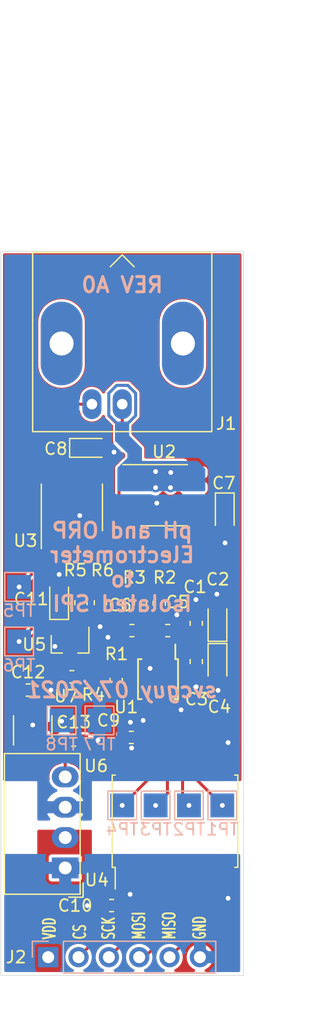
<source format=kicad_pcb>
(kicad_pcb (version 20171130) (host pcbnew "(5.1.10)-1")

  (general
    (thickness 1.6)
    (drawings 15)
    (tracks 250)
    (zones 0)
    (modules 36)
    (nets 21)
  )

  (page A4)
  (title_block
    (title "pH and ORP electrometer")
    (date 2021-06-30)
    (rev A0)
    (company svcguy)
  )

  (layers
    (0 F.Cu signal)
    (31 B.Cu signal)
    (32 B.Adhes user)
    (33 F.Adhes user)
    (34 B.Paste user)
    (35 F.Paste user)
    (36 B.SilkS user)
    (37 F.SilkS user)
    (38 B.Mask user)
    (39 F.Mask user)
    (40 Dwgs.User user)
    (41 Cmts.User user)
    (42 Eco1.User user)
    (43 Eco2.User user)
    (44 Edge.Cuts user)
    (45 Margin user)
    (46 B.CrtYd user)
    (47 F.CrtYd user)
    (48 B.Fab user)
    (49 F.Fab user)
  )

  (setup
    (last_trace_width 0.25)
    (trace_clearance 0.2)
    (zone_clearance 0.254)
    (zone_45_only yes)
    (trace_min 0.2)
    (via_size 0.8)
    (via_drill 0.4)
    (via_min_size 0.4)
    (via_min_drill 0.3)
    (uvia_size 0.3)
    (uvia_drill 0.1)
    (uvias_allowed no)
    (uvia_min_size 0.2)
    (uvia_min_drill 0.1)
    (edge_width 0.05)
    (segment_width 0.2)
    (pcb_text_width 0.3)
    (pcb_text_size 1.5 1.5)
    (mod_edge_width 0.12)
    (mod_text_size 1 1)
    (mod_text_width 0.15)
    (pad_size 1.524 1.524)
    (pad_drill 0.762)
    (pad_to_mask_clearance 0)
    (aux_axis_origin 0 0)
    (grid_origin 151.638 146.304)
    (visible_elements 7FFFFFFF)
    (pcbplotparams
      (layerselection 0x00030_7ffffffe)
      (usegerberextensions false)
      (usegerberattributes true)
      (usegerberadvancedattributes true)
      (creategerberjobfile false)
      (excludeedgelayer true)
      (linewidth 0.100000)
      (plotframeref false)
      (viasonmask false)
      (mode 1)
      (useauxorigin false)
      (hpglpennumber 1)
      (hpglpenspeed 20)
      (hpglpendiameter 15.000000)
      (psnegative false)
      (psa4output false)
      (plotreference true)
      (plotvalue true)
      (plotinvisibletext false)
      (padsonsilk false)
      (subtractmaskfromsilk false)
      (outputformat 3)
      (mirror false)
      (drillshape 0)
      (scaleselection 1)
      (outputdirectory "fab/"))
  )

  (net 0 "")
  (net 1 /REF_V)
  (net 2 GNDA)
  (net 3 VDDA)
  (net 4 "Net-(C5-Pad1)")
  (net 5 "Net-(C6-Pad1)")
  (net 6 GND)
  (net 7 VDD)
  (net 8 "Net-(J1-Pad2)")
  (net 9 "Net-(J1-Pad1)")
  (net 10 /CS)
  (net 11 /SCK)
  (net 12 /MOSI)
  (net 13 /MISO)
  (net 14 /CS_ISO)
  (net 15 /PROBE_V)
  (net 16 /BIAS_V)
  (net 17 /SDO_ISO)
  (net 18 /SDI_ISO)
  (net 19 /SCK_ISO)
  (net 20 "Net-(C13-Pad1)")

  (net_class Default "This is the default net class."
    (clearance 0.2)
    (trace_width 0.25)
    (via_dia 0.8)
    (via_drill 0.4)
    (uvia_dia 0.3)
    (uvia_drill 0.1)
    (add_net /BIAS_V)
    (add_net /CS)
    (add_net /CS_ISO)
    (add_net /MISO)
    (add_net /MOSI)
    (add_net /PROBE_V)
    (add_net /REF_V)
    (add_net /SCK)
    (add_net /SCK_ISO)
    (add_net /SDI_ISO)
    (add_net /SDO_ISO)
    (add_net GND)
    (add_net GNDA)
    (add_net "Net-(C13-Pad1)")
    (add_net "Net-(C5-Pad1)")
    (add_net "Net-(C6-Pad1)")
    (add_net "Net-(J1-Pad1)")
    (add_net "Net-(J1-Pad2)")
    (add_net VDD)
    (add_net VDDA)
  )

  (module Connector_Coaxial:BNC_Amphenol_B6252HB-NPP3G-50_Horizontal (layer F.Cu) (tedit 60CA47EF) (tstamp 60CA57B5)
    (at 141.478 98.5012)
    (descr http://www.farnell.com/datasheets/612848.pdf)
    (tags "BNC Amphenol Horizontal")
    (path /60C6195E)
    (fp_text reference J1 (at 8.7122 1.6256) (layer F.SilkS)
      (effects (font (size 1 1) (thickness 0.15)))
    )
    (fp_text value BNC_PROBE (at 0.0254 -4.7752 180) (layer F.Fab)
      (effects (font (size 0.254 0.254) (thickness 0.0508)))
    )
    (fp_line (start 0 -12.5) (end 1 -11.5) (layer F.SilkS) (width 0.12))
    (fp_line (start 0 -12.5) (end -1 -11.5) (layer F.SilkS) (width 0.12))
    (fp_line (start 7.85 2.7) (end 7.85 -33.8) (layer F.CrtYd) (width 0.05))
    (fp_line (start 7.85 -33.8) (end -7.85 -33.8) (layer F.CrtYd) (width 0.05))
    (fp_line (start -7.85 2.7) (end -7.85 -33.8) (layer F.CrtYd) (width 0.05))
    (fp_line (start -7.85 2.7) (end 7.85 2.7) (layer F.CrtYd) (width 0.05))
    (fp_line (start -7.5 2.3) (end -7.5 -12.7) (layer F.SilkS) (width 0.12))
    (fp_line (start 7.5 2.3) (end -7.5 2.3) (layer F.SilkS) (width 0.12))
    (fp_line (start 7.5 -12.7) (end 7.5 2.3) (layer F.SilkS) (width 0.12))
    (fp_line (start -7.5 -12.7) (end 7.5 -12.7) (layer F.SilkS) (width 0.12))
    (fp_line (start -5 -14) (end 5 -15) (layer F.Fab) (width 0.1))
    (fp_line (start -7.35 -12.7) (end -7.35 2.2) (layer F.Fab) (width 0.1))
    (fp_line (start 7.35 -12.7) (end -7.35 -12.7) (layer F.Fab) (width 0.1))
    (fp_line (start 7.35 2.2) (end 7.35 -12.7) (layer F.Fab) (width 0.1))
    (fp_line (start -7.35 2.2) (end 7.35 2.2) (layer F.Fab) (width 0.1))
    (fp_line (start -6.35 -21.4) (end -6.35 -12.7) (layer F.Fab) (width 0.1))
    (fp_line (start 6.35 -21.4) (end -6.35 -21.4) (layer F.Fab) (width 0.1))
    (fp_line (start 6.35 -12.7) (end 6.35 -21.4) (layer F.Fab) (width 0.1))
    (fp_line (start -4.8 -33.3) (end -4.8 -21.4) (layer F.Fab) (width 0.1))
    (fp_line (start 4.8 -33.3) (end -4.8 -33.3) (layer F.Fab) (width 0.1))
    (fp_line (start 4.8 -21.4) (end 4.8 -33.3) (layer F.Fab) (width 0.1))
    (fp_circle (center 0 -28.07) (end 1 -28.07) (layer F.Fab) (width 0.1))
    (fp_line (start -5 -15) (end 5 -16) (layer F.Fab) (width 0.1))
    (fp_line (start -5 -16) (end 5 -17) (layer F.Fab) (width 0.1))
    (fp_line (start -5 -17) (end 5 -18) (layer F.Fab) (width 0.1))
    (fp_line (start -5 -18) (end 5 -19) (layer F.Fab) (width 0.1))
    (fp_line (start -5 -19) (end 5 -20) (layer F.Fab) (width 0.1))
    (fp_line (start -5 -20) (end 5 -21) (layer F.Fab) (width 0.1))
    (fp_text user %R (at 0 -6.5532) (layer F.Fab)
      (effects (font (size 0.254 0.254) (thickness 0.0508)))
    )
    (pad MP thru_hole oval (at -5.08 -5.08) (size 3.5 7) (drill 2.01) (layers *.Cu *.Mask))
    (pad MP thru_hole oval (at 5.08 -5.08) (size 3.5 7) (drill 2.01) (layers *.Cu *.Mask))
    (pad 1 thru_hole oval (at 0 0) (size 1.6 2.5) (drill 0.89) (layers *.Cu *.Mask)
      (net 9 "Net-(J1-Pad1)"))
    (pad 2 thru_hole oval (at -2.54 0) (size 1.6 2.5) (drill 0.89) (layers *.Cu *.Mask)
      (net 8 "Net-(J1-Pad2)"))
    (model :custom-kicad:031-71052-1010.stp
      (offset (xyz 0 30.099 6.35))
      (scale (xyz 1 1 1))
      (rotate (xyz -90 0 90))
    )
  )

  (module jlcpcb_smt:C_0603_1608Metric (layer F.Cu) (tedit 6021E324) (tstamp 60CA56E0)
    (at 147.6756 116.84 90)
    (descr "Capacitor SMD 0603 (1608 Metric), square (rectangular) end terminal, IPC_7351 nominal, (Body size source: http://www.tortai-tech.com/upload/download/2011102023233369053.pdf), generated with kicad-footprint-generator")
    (tags capacitor)
    (path /60CBEBA1)
    (attr smd)
    (fp_text reference C1 (at 3.048 -0.1016 180) (layer F.SilkS)
      (effects (font (size 1 1) (thickness 0.15)))
    )
    (fp_text value 0.1uF (at -0.254 0) (layer F.Fab)
      (effects (font (size 0.25 0.25) (thickness 0.04)))
    )
    (fp_line (start -0.8 0.4) (end -0.8 -0.4) (layer F.Fab) (width 0.1))
    (fp_line (start -0.8 -0.4) (end 0.8 -0.4) (layer F.Fab) (width 0.1))
    (fp_line (start 0.8 -0.4) (end 0.8 0.4) (layer F.Fab) (width 0.1))
    (fp_line (start 0.8 0.4) (end -0.8 0.4) (layer F.Fab) (width 0.1))
    (fp_line (start -0.162779 -0.51) (end 0.162779 -0.51) (layer F.SilkS) (width 0.12))
    (fp_line (start -0.162779 0.51) (end 0.162779 0.51) (layer F.SilkS) (width 0.12))
    (fp_line (start -1.48 0.73) (end -1.48 -0.73) (layer F.CrtYd) (width 0.05))
    (fp_line (start -1.48 -0.73) (end 1.48 -0.73) (layer F.CrtYd) (width 0.05))
    (fp_line (start 1.48 -0.73) (end 1.48 0.73) (layer F.CrtYd) (width 0.05))
    (fp_line (start 1.48 0.73) (end -1.48 0.73) (layer F.CrtYd) (width 0.05))
    (fp_text user %R (at 0.508 0.0254) (layer F.Fab)
      (effects (font (size 0.25 0.25) (thickness 0.04)))
    )
    (pad 1 smd roundrect (at -0.7875 0 90) (size 0.875 0.95) (layers F.Cu F.Paste F.Mask) (roundrect_rratio 0.25)
      (net 1 /REF_V))
    (pad 2 smd roundrect (at 0.7875 0 90) (size 0.875 0.95) (layers F.Cu F.Paste F.Mask) (roundrect_rratio 0.25)
      (net 2 GNDA))
    (model ${KISYS3DMOD}/Capacitor_SMD.3dshapes/C_0603_1608Metric.wrl
      (at (xyz 0 0 0))
      (scale (xyz 1 1 1))
      (rotate (xyz 0 0 0))
    )
  )

  (module jlcpcb_smt:C_0603_1608Metric (layer F.Cu) (tedit 6021E324) (tstamp 60CA5702)
    (at 147.6756 120.0404 270)
    (descr "Capacitor SMD 0603 (1608 Metric), square (rectangular) end terminal, IPC_7351 nominal, (Body size source: http://www.tortai-tech.com/upload/download/2011102023233369053.pdf), generated with kicad-footprint-generator")
    (tags capacitor)
    (path /60CB115B)
    (attr smd)
    (fp_text reference C3 (at 3.1496 -0.0254 180) (layer F.SilkS)
      (effects (font (size 1 1) (thickness 0.15)))
    )
    (fp_text value 0.1uF (at 0.6096 0) (layer F.Fab)
      (effects (font (size 0.25 0.25) (thickness 0.04)))
    )
    (fp_line (start 1.48 0.73) (end -1.48 0.73) (layer F.CrtYd) (width 0.05))
    (fp_line (start 1.48 -0.73) (end 1.48 0.73) (layer F.CrtYd) (width 0.05))
    (fp_line (start -1.48 -0.73) (end 1.48 -0.73) (layer F.CrtYd) (width 0.05))
    (fp_line (start -1.48 0.73) (end -1.48 -0.73) (layer F.CrtYd) (width 0.05))
    (fp_line (start -0.162779 0.51) (end 0.162779 0.51) (layer F.SilkS) (width 0.12))
    (fp_line (start -0.162779 -0.51) (end 0.162779 -0.51) (layer F.SilkS) (width 0.12))
    (fp_line (start 0.8 0.4) (end -0.8 0.4) (layer F.Fab) (width 0.1))
    (fp_line (start 0.8 -0.4) (end 0.8 0.4) (layer F.Fab) (width 0.1))
    (fp_line (start -0.8 -0.4) (end 0.8 -0.4) (layer F.Fab) (width 0.1))
    (fp_line (start -0.8 0.4) (end -0.8 -0.4) (layer F.Fab) (width 0.1))
    (fp_text user %R (at -0.0254 0) (layer F.Fab)
      (effects (font (size 0.25 0.25) (thickness 0.04)))
    )
    (pad 2 smd roundrect (at 0.7875 0 270) (size 0.875 0.95) (layers F.Cu F.Paste F.Mask) (roundrect_rratio 0.25)
      (net 2 GNDA))
    (pad 1 smd roundrect (at -0.7875 0 270) (size 0.875 0.95) (layers F.Cu F.Paste F.Mask) (roundrect_rratio 0.25)
      (net 3 VDDA))
    (model ${KISYS3DMOD}/Capacitor_SMD.3dshapes/C_0603_1608Metric.wrl
      (at (xyz 0 0 0))
      (scale (xyz 1 1 1))
      (rotate (xyz 0 0 0))
    )
  )

  (module jlcpcb_smt:C_0603_1608Metric (layer F.Cu) (tedit 6021E324) (tstamp 60CA5724)
    (at 145.288 117.4496)
    (descr "Capacitor SMD 0603 (1608 Metric), square (rectangular) end terminal, IPC_7351 nominal, (Body size source: http://www.tortai-tech.com/upload/download/2011102023233369053.pdf), generated with kicad-footprint-generator")
    (tags capacitor)
    (path /60C83556)
    (attr smd)
    (fp_text reference C5 (at 0.8128 -2.3876) (layer F.SilkS)
      (effects (font (size 1 1) (thickness 0.15)))
    )
    (fp_text value 10nF (at 0 0 180) (layer F.Fab)
      (effects (font (size 0.25 0.25) (thickness 0.04)))
    )
    (fp_line (start -0.8 0.4) (end -0.8 -0.4) (layer F.Fab) (width 0.1))
    (fp_line (start -0.8 -0.4) (end 0.8 -0.4) (layer F.Fab) (width 0.1))
    (fp_line (start 0.8 -0.4) (end 0.8 0.4) (layer F.Fab) (width 0.1))
    (fp_line (start 0.8 0.4) (end -0.8 0.4) (layer F.Fab) (width 0.1))
    (fp_line (start -0.162779 -0.51) (end 0.162779 -0.51) (layer F.SilkS) (width 0.12))
    (fp_line (start -0.162779 0.51) (end 0.162779 0.51) (layer F.SilkS) (width 0.12))
    (fp_line (start -1.48 0.73) (end -1.48 -0.73) (layer F.CrtYd) (width 0.05))
    (fp_line (start -1.48 -0.73) (end 1.48 -0.73) (layer F.CrtYd) (width 0.05))
    (fp_line (start 1.48 -0.73) (end 1.48 0.73) (layer F.CrtYd) (width 0.05))
    (fp_line (start 1.48 0.73) (end -1.48 0.73) (layer F.CrtYd) (width 0.05))
    (fp_text user %R (at 0 -0.6096 180) (layer F.Fab)
      (effects (font (size 0.25 0.25) (thickness 0.04)))
    )
    (pad 1 smd roundrect (at -0.7875 0) (size 0.875 0.95) (layers F.Cu F.Paste F.Mask) (roundrect_rratio 0.25)
      (net 4 "Net-(C5-Pad1)"))
    (pad 2 smd roundrect (at 0.7875 0) (size 0.875 0.95) (layers F.Cu F.Paste F.Mask) (roundrect_rratio 0.25)
      (net 2 GNDA))
    (model ${KISYS3DMOD}/Capacitor_SMD.3dshapes/C_0603_1608Metric.wrl
      (at (xyz 0 0 0))
      (scale (xyz 1 1 1))
      (rotate (xyz 0 0 0))
    )
  )

  (module jlcpcb_smt:C_0603_1608Metric (layer F.Cu) (tedit 6021E324) (tstamp 60CA5735)
    (at 142.2908 117.4496 180)
    (descr "Capacitor SMD 0603 (1608 Metric), square (rectangular) end terminal, IPC_7351 nominal, (Body size source: http://www.tortai-tech.com/upload/download/2011102023233369053.pdf), generated with kicad-footprint-generator")
    (tags capacitor)
    (path /60C82C84)
    (attr smd)
    (fp_text reference C6 (at 0.9906 2.1336) (layer F.SilkS)
      (effects (font (size 1 1) (thickness 0.15)))
    )
    (fp_text value 10nF (at 0.0508 0.0254 180) (layer F.Fab)
      (effects (font (size 0.25 0.25) (thickness 0.04)))
    )
    (fp_line (start 1.48 0.73) (end -1.48 0.73) (layer F.CrtYd) (width 0.05))
    (fp_line (start 1.48 -0.73) (end 1.48 0.73) (layer F.CrtYd) (width 0.05))
    (fp_line (start -1.48 -0.73) (end 1.48 -0.73) (layer F.CrtYd) (width 0.05))
    (fp_line (start -1.48 0.73) (end -1.48 -0.73) (layer F.CrtYd) (width 0.05))
    (fp_line (start -0.162779 0.51) (end 0.162779 0.51) (layer F.SilkS) (width 0.12))
    (fp_line (start -0.162779 -0.51) (end 0.162779 -0.51) (layer F.SilkS) (width 0.12))
    (fp_line (start 0.8 0.4) (end -0.8 0.4) (layer F.Fab) (width 0.1))
    (fp_line (start 0.8 -0.4) (end 0.8 0.4) (layer F.Fab) (width 0.1))
    (fp_line (start -0.8 -0.4) (end 0.8 -0.4) (layer F.Fab) (width 0.1))
    (fp_line (start -0.8 0.4) (end -0.8 -0.4) (layer F.Fab) (width 0.1))
    (fp_text user %R (at 0.0508 0.6096 180) (layer F.Fab)
      (effects (font (size 0.25 0.25) (thickness 0.04)))
    )
    (pad 2 smd roundrect (at 0.7875 0 180) (size 0.875 0.95) (layers F.Cu F.Paste F.Mask) (roundrect_rratio 0.25)
      (net 2 GNDA))
    (pad 1 smd roundrect (at -0.7875 0 180) (size 0.875 0.95) (layers F.Cu F.Paste F.Mask) (roundrect_rratio 0.25)
      (net 5 "Net-(C6-Pad1)"))
    (model ${KISYS3DMOD}/Capacitor_SMD.3dshapes/C_0603_1608Metric.wrl
      (at (xyz 0 0 0))
      (scale (xyz 1 1 1))
      (rotate (xyz 0 0 0))
    )
  )

  (module Capacitor_Tantalum_SMD:CP_EIA-2012-15_AVX-P (layer F.Cu) (tedit 5EBA9318) (tstamp 60CA5748)
    (at 150.0632 107.6452 270)
    (descr "Tantalum Capacitor SMD AVX-P (2012-15 Metric), IPC_7351 nominal, (Body size from: https://www.vishay.com/docs/40182/tmch.pdf), generated with kicad-footprint-generator")
    (tags "capacitor tantalum")
    (path /60C62A0C)
    (attr smd)
    (fp_text reference C7 (at -2.54 0.0762 180) (layer F.SilkS)
      (effects (font (size 1 1) (thickness 0.15)))
    )
    (fp_text value 0.1uF (at 0.0508 -0.0508 180) (layer F.Fab)
      (effects (font (size 0.254 0.254) (thickness 0.0508)))
    )
    (fp_line (start 1.7 0.88) (end -1.7 0.88) (layer F.CrtYd) (width 0.05))
    (fp_line (start 1.7 -0.88) (end 1.7 0.88) (layer F.CrtYd) (width 0.05))
    (fp_line (start -1.7 -0.88) (end 1.7 -0.88) (layer F.CrtYd) (width 0.05))
    (fp_line (start -1.7 0.88) (end -1.7 -0.88) (layer F.CrtYd) (width 0.05))
    (fp_line (start -1.71 0.785) (end 1 0.785) (layer F.SilkS) (width 0.12))
    (fp_line (start -1.71 -0.785) (end -1.71 0.785) (layer F.SilkS) (width 0.12))
    (fp_line (start 1 -0.785) (end -1.71 -0.785) (layer F.SilkS) (width 0.12))
    (fp_line (start 1 0.625) (end 1 -0.625) (layer F.Fab) (width 0.1))
    (fp_line (start -1 0.625) (end 1 0.625) (layer F.Fab) (width 0.1))
    (fp_line (start -1 -0.3125) (end -1 0.625) (layer F.Fab) (width 0.1))
    (fp_line (start -0.6875 -0.625) (end -1 -0.3125) (layer F.Fab) (width 0.1))
    (fp_line (start 1 -0.625) (end -0.6875 -0.625) (layer F.Fab) (width 0.1))
    (fp_text user %R (at -0.4572 0 180) (layer F.Fab)
      (effects (font (size 0.254 0.254) (thickness 0.0508)))
    )
    (pad 1 smd roundrect (at -0.8875 0 270) (size 1.125 1.05) (layers F.Cu F.Paste F.Mask) (roundrect_rratio 0.2380942857142857)
      (net 3 VDDA))
    (pad 2 smd roundrect (at 0.8875 0 270) (size 1.125 1.05) (layers F.Cu F.Paste F.Mask) (roundrect_rratio 0.2380942857142857)
      (net 2 GNDA))
    (model ${KISYS3DMOD}/Capacitor_Tantalum_SMD.3dshapes/CP_EIA-2012-15_AVX-P.wrl
      (at (xyz 0 0 0))
      (scale (xyz 1 1 1))
      (rotate (xyz 0 0 0))
    )
  )

  (module Capacitor_Tantalum_SMD:CP_EIA-2012-15_AVX-P (layer F.Cu) (tedit 5EBA9318) (tstamp 60CAD9B2)
    (at 138.7856 102.1588)
    (descr "Tantalum Capacitor SMD AVX-P (2012-15 Metric), IPC_7351 nominal, (Body size from: https://www.vishay.com/docs/40182/tmch.pdf), generated with kicad-footprint-generator")
    (tags "capacitor tantalum")
    (path /60C7C57E)
    (attr smd)
    (fp_text reference C8 (at -2.8702 0.0762) (layer F.SilkS)
      (effects (font (size 1 1) (thickness 0.15)))
    )
    (fp_text value 0.1uF (at 0.1524 0.2032) (layer F.Fab)
      (effects (font (size 0.254 0.254) (thickness 0.0508)))
    )
    (fp_line (start 1 -0.625) (end -0.6875 -0.625) (layer F.Fab) (width 0.1))
    (fp_line (start -0.6875 -0.625) (end -1 -0.3125) (layer F.Fab) (width 0.1))
    (fp_line (start -1 -0.3125) (end -1 0.625) (layer F.Fab) (width 0.1))
    (fp_line (start -1 0.625) (end 1 0.625) (layer F.Fab) (width 0.1))
    (fp_line (start 1 0.625) (end 1 -0.625) (layer F.Fab) (width 0.1))
    (fp_line (start 1 -0.785) (end -1.71 -0.785) (layer F.SilkS) (width 0.12))
    (fp_line (start -1.71 -0.785) (end -1.71 0.785) (layer F.SilkS) (width 0.12))
    (fp_line (start -1.71 0.785) (end 1 0.785) (layer F.SilkS) (width 0.12))
    (fp_line (start -1.7 0.88) (end -1.7 -0.88) (layer F.CrtYd) (width 0.05))
    (fp_line (start -1.7 -0.88) (end 1.7 -0.88) (layer F.CrtYd) (width 0.05))
    (fp_line (start 1.7 -0.88) (end 1.7 0.88) (layer F.CrtYd) (width 0.05))
    (fp_line (start 1.7 0.88) (end -1.7 0.88) (layer F.CrtYd) (width 0.05))
    (fp_text user %R (at 0 -0.3048) (layer F.Fab)
      (effects (font (size 0.254 0.254) (thickness 0.0508)))
    )
    (pad 2 smd roundrect (at 0.8875 0) (size 1.125 1.05) (layers F.Cu F.Paste F.Mask) (roundrect_rratio 0.2380942857142857)
      (net 2 GNDA))
    (pad 1 smd roundrect (at -0.8875 0) (size 1.125 1.05) (layers F.Cu F.Paste F.Mask) (roundrect_rratio 0.2380942857142857)
      (net 3 VDDA))
    (model ${KISYS3DMOD}/Capacitor_Tantalum_SMD.3dshapes/CP_EIA-2012-15_AVX-P.wrl
      (at (xyz 0 0 0))
      (scale (xyz 1 1 1))
      (rotate (xyz 0 0 0))
    )
  )

  (module jlcpcb_smt:C_0603_1608Metric (layer F.Cu) (tedit 6021E324) (tstamp 60CA576C)
    (at 142.24 126.3904)
    (descr "Capacitor SMD 0603 (1608 Metric), square (rectangular) end terminal, IPC_7351 nominal, (Body size source: http://www.tortai-tech.com/upload/download/2011102023233369053.pdf), generated with kicad-footprint-generator")
    (tags capacitor)
    (path /60CD32C4)
    (attr smd)
    (fp_text reference C9 (at -1.905 -1.4224) (layer F.SilkS)
      (effects (font (size 1 1) (thickness 0.15)))
    )
    (fp_text value 0.1uF (at -0.762 0.6096 180) (layer F.Fab)
      (effects (font (size 0.25 0.25) (thickness 0.04)))
    )
    (fp_line (start -0.8 0.4) (end -0.8 -0.4) (layer F.Fab) (width 0.1))
    (fp_line (start -0.8 -0.4) (end 0.8 -0.4) (layer F.Fab) (width 0.1))
    (fp_line (start 0.8 -0.4) (end 0.8 0.4) (layer F.Fab) (width 0.1))
    (fp_line (start 0.8 0.4) (end -0.8 0.4) (layer F.Fab) (width 0.1))
    (fp_line (start -0.162779 -0.51) (end 0.162779 -0.51) (layer F.SilkS) (width 0.12))
    (fp_line (start -0.162779 0.51) (end 0.162779 0.51) (layer F.SilkS) (width 0.12))
    (fp_line (start -1.48 0.73) (end -1.48 -0.73) (layer F.CrtYd) (width 0.05))
    (fp_line (start -1.48 -0.73) (end 1.48 -0.73) (layer F.CrtYd) (width 0.05))
    (fp_line (start 1.48 -0.73) (end 1.48 0.73) (layer F.CrtYd) (width 0.05))
    (fp_line (start 1.48 0.73) (end -1.48 0.73) (layer F.CrtYd) (width 0.05))
    (fp_text user %R (at 0 0 180) (layer F.Fab)
      (effects (font (size 0.25 0.25) (thickness 0.04)))
    )
    (pad 1 smd roundrect (at -0.7875 0) (size 0.875 0.95) (layers F.Cu F.Paste F.Mask) (roundrect_rratio 0.25)
      (net 3 VDDA))
    (pad 2 smd roundrect (at 0.7875 0) (size 0.875 0.95) (layers F.Cu F.Paste F.Mask) (roundrect_rratio 0.25)
      (net 2 GNDA))
    (model ${KISYS3DMOD}/Capacitor_SMD.3dshapes/C_0603_1608Metric.wrl
      (at (xyz 0 0 0))
      (scale (xyz 1 1 1))
      (rotate (xyz 0 0 0))
    )
  )

  (module jlcpcb_smt:C_0603_1608Metric (layer F.Cu) (tedit 6021E324) (tstamp 60CA577D)
    (at 140.589 140.462 180)
    (descr "Capacitor SMD 0603 (1608 Metric), square (rectangular) end terminal, IPC_7351 nominal, (Body size source: http://www.tortai-tech.com/upload/download/2011102023233369053.pdf), generated with kicad-footprint-generator")
    (tags capacitor)
    (path /60CDB22C)
    (attr smd)
    (fp_text reference C10 (at 3.048 0) (layer F.SilkS)
      (effects (font (size 1 1) (thickness 0.15)))
    )
    (fp_text value 0.1uF (at -0.381 -0.0254 180) (layer F.Fab)
      (effects (font (size 0.25 0.25) (thickness 0.04)))
    )
    (fp_line (start -0.8 0.4) (end -0.8 -0.4) (layer F.Fab) (width 0.1))
    (fp_line (start -0.8 -0.4) (end 0.8 -0.4) (layer F.Fab) (width 0.1))
    (fp_line (start 0.8 -0.4) (end 0.8 0.4) (layer F.Fab) (width 0.1))
    (fp_line (start 0.8 0.4) (end -0.8 0.4) (layer F.Fab) (width 0.1))
    (fp_line (start -0.162779 -0.51) (end 0.162779 -0.51) (layer F.SilkS) (width 0.12))
    (fp_line (start -0.162779 0.51) (end 0.162779 0.51) (layer F.SilkS) (width 0.12))
    (fp_line (start -1.48 0.73) (end -1.48 -0.73) (layer F.CrtYd) (width 0.05))
    (fp_line (start -1.48 -0.73) (end 1.48 -0.73) (layer F.CrtYd) (width 0.05))
    (fp_line (start 1.48 -0.73) (end 1.48 0.73) (layer F.CrtYd) (width 0.05))
    (fp_line (start 1.48 0.73) (end -1.48 0.73) (layer F.CrtYd) (width 0.05))
    (fp_text user %R (at 0.635 -0.0254 180) (layer F.Fab)
      (effects (font (size 0.25 0.25) (thickness 0.04)))
    )
    (pad 1 smd roundrect (at -0.7875 0 180) (size 0.875 0.95) (layers F.Cu F.Paste F.Mask) (roundrect_rratio 0.25)
      (net 7 VDD))
    (pad 2 smd roundrect (at 0.7875 0 180) (size 0.875 0.95) (layers F.Cu F.Paste F.Mask) (roundrect_rratio 0.25)
      (net 6 GND))
    (model ${KISYS3DMOD}/Capacitor_SMD.3dshapes/C_0603_1608Metric.wrl
      (at (xyz 0 0 0))
      (scale (xyz 1 1 1))
      (rotate (xyz 0 0 0))
    )
  )

  (module Capacitor_Tantalum_SMD:CP_EIA-2012-15_AVX-P (layer F.Cu) (tedit 5EBA9318) (tstamp 60CA5790)
    (at 136.1948 114.808 90)
    (descr "Tantalum Capacitor SMD AVX-P (2012-15 Metric), IPC_7351 nominal, (Body size from: https://www.vishay.com/docs/40182/tmch.pdf), generated with kicad-footprint-generator")
    (tags "capacitor tantalum")
    (path /60C7C991)
    (attr smd)
    (fp_text reference C11 (at 0 -2.3368 180) (layer F.SilkS)
      (effects (font (size 1 1) (thickness 0.15)))
    )
    (fp_text value 0.1uF (at 0 0 180) (layer F.Fab)
      (effects (font (size 0.254 0.254) (thickness 0.0508)))
    )
    (fp_line (start 1.7 0.88) (end -1.7 0.88) (layer F.CrtYd) (width 0.05))
    (fp_line (start 1.7 -0.88) (end 1.7 0.88) (layer F.CrtYd) (width 0.05))
    (fp_line (start -1.7 -0.88) (end 1.7 -0.88) (layer F.CrtYd) (width 0.05))
    (fp_line (start -1.7 0.88) (end -1.7 -0.88) (layer F.CrtYd) (width 0.05))
    (fp_line (start -1.71 0.785) (end 1 0.785) (layer F.SilkS) (width 0.12))
    (fp_line (start -1.71 -0.785) (end -1.71 0.785) (layer F.SilkS) (width 0.12))
    (fp_line (start 1 -0.785) (end -1.71 -0.785) (layer F.SilkS) (width 0.12))
    (fp_line (start 1 0.625) (end 1 -0.625) (layer F.Fab) (width 0.1))
    (fp_line (start -1 0.625) (end 1 0.625) (layer F.Fab) (width 0.1))
    (fp_line (start -1 -0.3125) (end -1 0.625) (layer F.Fab) (width 0.1))
    (fp_line (start -0.6875 -0.625) (end -1 -0.3125) (layer F.Fab) (width 0.1))
    (fp_line (start 1 -0.625) (end -0.6875 -0.625) (layer F.Fab) (width 0.1))
    (fp_text user %R (at 0.508 0 180) (layer F.Fab)
      (effects (font (size 0.254 0.254) (thickness 0.0508)))
    )
    (pad 1 smd roundrect (at -0.8875 0 90) (size 1.125 1.05) (layers F.Cu F.Paste F.Mask) (roundrect_rratio 0.2380942857142857)
      (net 1 /REF_V))
    (pad 2 smd roundrect (at 0.8875 0 90) (size 1.125 1.05) (layers F.Cu F.Paste F.Mask) (roundrect_rratio 0.2380942857142857)
      (net 2 GNDA))
    (model ${KISYS3DMOD}/Capacitor_Tantalum_SMD.3dshapes/CP_EIA-2012-15_AVX-P.wrl
      (at (xyz 0 0 0))
      (scale (xyz 1 1 1))
      (rotate (xyz 0 0 0))
    )
  )

  (module jlcpcb_smt:R_0603_1608Metric (layer F.Cu) (tedit 6021E3EF) (tstamp 60CA582D)
    (at 140.97 121.6152 270)
    (descr "Resistor SMD 0603 (1608 Metric), square (rectangular) end terminal, IPC_7351 nominal, (Body size source: http://www.tortai-tech.com/upload/download/2011102023233369053.pdf), generated with kicad-footprint-generator")
    (tags resistor)
    (path /60E8AF3D)
    (attr smd)
    (fp_text reference R1 (at -2.2098 -0.0254) (layer F.SilkS)
      (effects (font (size 1 1) (thickness 0.15)))
    )
    (fp_text value 10k (at 0.3048 0) (layer F.Fab)
      (effects (font (size 0.25 0.25) (thickness 0.04)))
    )
    (fp_line (start -0.8 0.4) (end -0.8 -0.4) (layer F.Fab) (width 0.1))
    (fp_line (start -0.8 -0.4) (end 0.8 -0.4) (layer F.Fab) (width 0.1))
    (fp_line (start 0.8 -0.4) (end 0.8 0.4) (layer F.Fab) (width 0.1))
    (fp_line (start 0.8 0.4) (end -0.8 0.4) (layer F.Fab) (width 0.1))
    (fp_line (start -0.162779 -0.51) (end 0.162779 -0.51) (layer F.SilkS) (width 0.12))
    (fp_line (start -0.162779 0.51) (end 0.162779 0.51) (layer F.SilkS) (width 0.12))
    (fp_line (start -1.48 0.73) (end -1.48 -0.73) (layer F.CrtYd) (width 0.05))
    (fp_line (start -1.48 -0.73) (end 1.48 -0.73) (layer F.CrtYd) (width 0.05))
    (fp_line (start 1.48 -0.73) (end 1.48 0.73) (layer F.CrtYd) (width 0.05))
    (fp_line (start 1.48 0.73) (end -1.48 0.73) (layer F.CrtYd) (width 0.05))
    (fp_text user %R (at -0.3302 0) (layer F.Fab)
      (effects (font (size 0.25 0.25) (thickness 0.04)))
    )
    (pad 1 smd roundrect (at -0.7875 0 270) (size 0.875 0.95) (layers F.Cu F.Paste F.Mask) (roundrect_rratio 0.25)
      (net 3 VDDA))
    (pad 2 smd roundrect (at 0.7875 0 270) (size 0.875 0.95) (layers F.Cu F.Paste F.Mask) (roundrect_rratio 0.25)
      (net 14 /CS_ISO))
    (model ${KISYS3DMOD}/Resistor_SMD.3dshapes/R_0603_1608Metric.wrl
      (at (xyz 0 0 0))
      (scale (xyz 1 1 1))
      (rotate (xyz 0 0 0))
    )
  )

  (module jlcpcb_smt:R_0603_1608Metric (layer F.Cu) (tedit 6021E3EF) (tstamp 60CA583E)
    (at 144.5768 115.1636 90)
    (descr "Resistor SMD 0603 (1608 Metric), square (rectangular) end terminal, IPC_7351 nominal, (Body size source: http://www.tortai-tech.com/upload/download/2011102023233369053.pdf), generated with kicad-footprint-generator")
    (tags resistor)
    (path /60C83C37)
    (attr smd)
    (fp_text reference R2 (at 2.159 0.4572) (layer F.SilkS)
      (effects (font (size 1 1) (thickness 0.15)))
    )
    (fp_text value 0 (at -0.1524 0) (layer F.Fab)
      (effects (font (size 0.25 0.25) (thickness 0.04)))
    )
    (fp_line (start 1.48 0.73) (end -1.48 0.73) (layer F.CrtYd) (width 0.05))
    (fp_line (start 1.48 -0.73) (end 1.48 0.73) (layer F.CrtYd) (width 0.05))
    (fp_line (start -1.48 -0.73) (end 1.48 -0.73) (layer F.CrtYd) (width 0.05))
    (fp_line (start -1.48 0.73) (end -1.48 -0.73) (layer F.CrtYd) (width 0.05))
    (fp_line (start -0.162779 0.51) (end 0.162779 0.51) (layer F.SilkS) (width 0.12))
    (fp_line (start -0.162779 -0.51) (end 0.162779 -0.51) (layer F.SilkS) (width 0.12))
    (fp_line (start 0.8 0.4) (end -0.8 0.4) (layer F.Fab) (width 0.1))
    (fp_line (start 0.8 -0.4) (end 0.8 0.4) (layer F.Fab) (width 0.1))
    (fp_line (start -0.8 -0.4) (end 0.8 -0.4) (layer F.Fab) (width 0.1))
    (fp_line (start -0.8 0.4) (end -0.8 -0.4) (layer F.Fab) (width 0.1))
    (fp_text user %R (at 0.3556 0) (layer F.Fab)
      (effects (font (size 0.25 0.25) (thickness 0.04)))
    )
    (pad 2 smd roundrect (at 0.7875 0 90) (size 0.875 0.95) (layers F.Cu F.Paste F.Mask) (roundrect_rratio 0.25)
      (net 15 /PROBE_V))
    (pad 1 smd roundrect (at -0.7875 0 90) (size 0.875 0.95) (layers F.Cu F.Paste F.Mask) (roundrect_rratio 0.25)
      (net 4 "Net-(C5-Pad1)"))
    (model ${KISYS3DMOD}/Resistor_SMD.3dshapes/R_0603_1608Metric.wrl
      (at (xyz 0 0 0))
      (scale (xyz 1 1 1))
      (rotate (xyz 0 0 0))
    )
  )

  (module jlcpcb_smt:R_0603_1608Metric (layer F.Cu) (tedit 6021E3EF) (tstamp 60CA584F)
    (at 143.002 115.1636 90)
    (descr "Resistor SMD 0603 (1608 Metric), square (rectangular) end terminal, IPC_7351 nominal, (Body size source: http://www.tortai-tech.com/upload/download/2011102023233369053.pdf), generated with kicad-footprint-generator")
    (tags resistor)
    (path /60C84856)
    (attr smd)
    (fp_text reference R3 (at 2.159 -0.508) (layer F.SilkS)
      (effects (font (size 1 1) (thickness 0.15)))
    )
    (fp_text value 0 (at -0.1524 0) (layer F.Fab)
      (effects (font (size 0.25 0.25) (thickness 0.04)))
    )
    (fp_line (start -0.8 0.4) (end -0.8 -0.4) (layer F.Fab) (width 0.1))
    (fp_line (start -0.8 -0.4) (end 0.8 -0.4) (layer F.Fab) (width 0.1))
    (fp_line (start 0.8 -0.4) (end 0.8 0.4) (layer F.Fab) (width 0.1))
    (fp_line (start 0.8 0.4) (end -0.8 0.4) (layer F.Fab) (width 0.1))
    (fp_line (start -0.162779 -0.51) (end 0.162779 -0.51) (layer F.SilkS) (width 0.12))
    (fp_line (start -0.162779 0.51) (end 0.162779 0.51) (layer F.SilkS) (width 0.12))
    (fp_line (start -1.48 0.73) (end -1.48 -0.73) (layer F.CrtYd) (width 0.05))
    (fp_line (start -1.48 -0.73) (end 1.48 -0.73) (layer F.CrtYd) (width 0.05))
    (fp_line (start 1.48 -0.73) (end 1.48 0.73) (layer F.CrtYd) (width 0.05))
    (fp_line (start 1.48 0.73) (end -1.48 0.73) (layer F.CrtYd) (width 0.05))
    (fp_text user %R (at 0.3556 0) (layer F.Fab)
      (effects (font (size 0.25 0.25) (thickness 0.04)))
    )
    (pad 1 smd roundrect (at -0.7875 0 90) (size 0.875 0.95) (layers F.Cu F.Paste F.Mask) (roundrect_rratio 0.25)
      (net 5 "Net-(C6-Pad1)"))
    (pad 2 smd roundrect (at 0.7875 0 90) (size 0.875 0.95) (layers F.Cu F.Paste F.Mask) (roundrect_rratio 0.25)
      (net 16 /BIAS_V))
    (model ${KISYS3DMOD}/Resistor_SMD.3dshapes/R_0603_1608Metric.wrl
      (at (xyz 0 0 0))
      (scale (xyz 1 1 1))
      (rotate (xyz 0 0 0))
    )
  )

  (module jlcpcb_smt:C_0603_1608Metric (layer F.Cu) (tedit 6021E324) (tstamp 60CA5860)
    (at 137.2616 121.3104)
    (descr "Capacitor SMD 0603 (1608 Metric), square (rectangular) end terminal, IPC_7351 nominal, (Body size source: http://www.tortai-tech.com/upload/download/2011102023233369053.pdf), generated with kicad-footprint-generator")
    (tags capacitor)
    (path /60C760D2)
    (attr smd)
    (fp_text reference R4 (at 1.8034 1.4986) (layer F.SilkS)
      (effects (font (size 1 1) (thickness 0.15)))
    )
    (fp_text value 1k (at 0.4064 0.1016 180) (layer F.Fab)
      (effects (font (size 0.25 0.25) (thickness 0.04)))
    )
    (fp_line (start -0.8 0.4) (end -0.8 -0.4) (layer F.Fab) (width 0.1))
    (fp_line (start -0.8 -0.4) (end 0.8 -0.4) (layer F.Fab) (width 0.1))
    (fp_line (start 0.8 -0.4) (end 0.8 0.4) (layer F.Fab) (width 0.1))
    (fp_line (start 0.8 0.4) (end -0.8 0.4) (layer F.Fab) (width 0.1))
    (fp_line (start -0.162779 -0.51) (end 0.162779 -0.51) (layer F.SilkS) (width 0.12))
    (fp_line (start -0.162779 0.51) (end 0.162779 0.51) (layer F.SilkS) (width 0.12))
    (fp_line (start -1.48 0.73) (end -1.48 -0.73) (layer F.CrtYd) (width 0.05))
    (fp_line (start -1.48 -0.73) (end 1.48 -0.73) (layer F.CrtYd) (width 0.05))
    (fp_line (start 1.48 -0.73) (end 1.48 0.73) (layer F.CrtYd) (width 0.05))
    (fp_line (start 1.48 0.73) (end -1.48 0.73) (layer F.CrtYd) (width 0.05))
    (fp_text user %R (at -0.3556 0.1016 180) (layer F.Fab)
      (effects (font (size 0.25 0.25) (thickness 0.04)))
    )
    (pad 1 smd roundrect (at -0.7875 0) (size 0.875 0.95) (layers F.Cu F.Paste F.Mask) (roundrect_rratio 0.25)
      (net 3 VDDA))
    (pad 2 smd roundrect (at 0.7875 0) (size 0.875 0.95) (layers F.Cu F.Paste F.Mask) (roundrect_rratio 0.25)
      (net 1 /REF_V))
    (model ${KISYS3DMOD}/Capacitor_SMD.3dshapes/C_0603_1608Metric.wrl
      (at (xyz 0 0 0))
      (scale (xyz 1 1 1))
      (rotate (xyz 0 0 0))
    )
  )

  (module jlcpcb_smt:R_0603_1608Metric (layer F.Cu) (tedit 6021E3EF) (tstamp 60CA5871)
    (at 138.0236 115.1128 90)
    (descr "Resistor SMD 0603 (1608 Metric), square (rectangular) end terminal, IPC_7351 nominal, (Body size source: http://www.tortai-tech.com/upload/download/2011102023233369053.pdf), generated with kicad-footprint-generator")
    (tags resistor)
    (path /60C8CEA5)
    (attr smd)
    (fp_text reference R5 (at 2.7178 -0.4826) (layer F.SilkS)
      (effects (font (size 1 1) (thickness 0.15)))
    )
    (fp_text value 10k (at -0.2032 1.6256) (layer F.Fab)
      (effects (font (size 0.25 0.25) (thickness 0.04)))
    )
    (fp_line (start -0.8 0.4) (end -0.8 -0.4) (layer F.Fab) (width 0.1))
    (fp_line (start -0.8 -0.4) (end 0.8 -0.4) (layer F.Fab) (width 0.1))
    (fp_line (start 0.8 -0.4) (end 0.8 0.4) (layer F.Fab) (width 0.1))
    (fp_line (start 0.8 0.4) (end -0.8 0.4) (layer F.Fab) (width 0.1))
    (fp_line (start -0.162779 -0.51) (end 0.162779 -0.51) (layer F.SilkS) (width 0.12))
    (fp_line (start -0.162779 0.51) (end 0.162779 0.51) (layer F.SilkS) (width 0.12))
    (fp_line (start -1.48 0.73) (end -1.48 -0.73) (layer F.CrtYd) (width 0.05))
    (fp_line (start -1.48 -0.73) (end 1.48 -0.73) (layer F.CrtYd) (width 0.05))
    (fp_line (start 1.48 -0.73) (end 1.48 0.73) (layer F.CrtYd) (width 0.05))
    (fp_line (start 1.48 0.73) (end -1.48 0.73) (layer F.CrtYd) (width 0.05))
    (fp_text user %R (at 0.3048 1.6764) (layer F.Fab)
      (effects (font (size 0.25 0.25) (thickness 0.04)))
    )
    (pad 1 smd roundrect (at -0.7875 0 90) (size 0.875 0.95) (layers F.Cu F.Paste F.Mask) (roundrect_rratio 0.25)
      (net 1 /REF_V))
    (pad 2 smd roundrect (at 0.7875 0 90) (size 0.875 0.95) (layers F.Cu F.Paste F.Mask) (roundrect_rratio 0.25)
      (net 16 /BIAS_V))
    (model ${KISYS3DMOD}/Resistor_SMD.3dshapes/R_0603_1608Metric.wrl
      (at (xyz 0 0 0))
      (scale (xyz 1 1 1))
      (rotate (xyz 0 0 0))
    )
  )

  (module jlcpcb_smt:R_0603_1608Metric (layer F.Cu) (tedit 6021E3EF) (tstamp 60CA5882)
    (at 139.6492 115.1128 270)
    (descr "Resistor SMD 0603 (1608 Metric), square (rectangular) end terminal, IPC_7351 nominal, (Body size source: http://www.tortai-tech.com/upload/download/2011102023233369053.pdf), generated with kicad-footprint-generator")
    (tags resistor)
    (path /60C8E0DE)
    (attr smd)
    (fp_text reference R6 (at -2.7178 -0.1778) (layer F.SilkS)
      (effects (font (size 1 1) (thickness 0.15)))
    )
    (fp_text value 10k (at 0.2032 1.6002) (layer F.Fab)
      (effects (font (size 0.25 0.25) (thickness 0.04)))
    )
    (fp_line (start 1.48 0.73) (end -1.48 0.73) (layer F.CrtYd) (width 0.05))
    (fp_line (start 1.48 -0.73) (end 1.48 0.73) (layer F.CrtYd) (width 0.05))
    (fp_line (start -1.48 -0.73) (end 1.48 -0.73) (layer F.CrtYd) (width 0.05))
    (fp_line (start -1.48 0.73) (end -1.48 -0.73) (layer F.CrtYd) (width 0.05))
    (fp_line (start -0.162779 0.51) (end 0.162779 0.51) (layer F.SilkS) (width 0.12))
    (fp_line (start -0.162779 -0.51) (end 0.162779 -0.51) (layer F.SilkS) (width 0.12))
    (fp_line (start 0.8 0.4) (end -0.8 0.4) (layer F.Fab) (width 0.1))
    (fp_line (start 0.8 -0.4) (end 0.8 0.4) (layer F.Fab) (width 0.1))
    (fp_line (start -0.8 -0.4) (end 0.8 -0.4) (layer F.Fab) (width 0.1))
    (fp_line (start -0.8 0.4) (end -0.8 -0.4) (layer F.Fab) (width 0.1))
    (fp_text user %R (at -0.3048 1.651) (layer F.Fab)
      (effects (font (size 0.25 0.25) (thickness 0.04)))
    )
    (pad 2 smd roundrect (at 0.7875 0 270) (size 0.875 0.95) (layers F.Cu F.Paste F.Mask) (roundrect_rratio 0.25)
      (net 2 GNDA))
    (pad 1 smd roundrect (at -0.7875 0 270) (size 0.875 0.95) (layers F.Cu F.Paste F.Mask) (roundrect_rratio 0.25)
      (net 16 /BIAS_V))
    (model ${KISYS3DMOD}/Resistor_SMD.3dshapes/R_0603_1608Metric.wrl
      (at (xyz 0 0 0))
      (scale (xyz 1 1 1))
      (rotate (xyz 0 0 0))
    )
  )

  (module Package_SO:MSOP-10_3x3mm_P0.5mm (layer F.Cu) (tedit 5A02F25C) (tstamp 60CA5911)
    (at 144.4752 121.5136 270)
    (descr "10-Lead Plastic Micro Small Outline Package (MS) [MSOP] (see Microchip Packaging Specification 00000049BS.pdf)")
    (tags "SSOP 0.5")
    (path /60E63977)
    (attr smd)
    (fp_text reference U1 (at 2.3368 2.667 180) (layer F.SilkS)
      (effects (font (size 1 1) (thickness 0.15)))
    )
    (fp_text value LTC2433 (at 0.635 0 180) (layer F.Fab)
      (effects (font (size 0.254 0.254) (thickness 0.0508)))
    )
    (fp_line (start -1.675 -1.45) (end -2.9 -1.45) (layer F.SilkS) (width 0.15))
    (fp_line (start -1.675 1.675) (end 1.675 1.675) (layer F.SilkS) (width 0.15))
    (fp_line (start -1.675 -1.675) (end 1.675 -1.675) (layer F.SilkS) (width 0.15))
    (fp_line (start -1.675 1.675) (end -1.675 1.375) (layer F.SilkS) (width 0.15))
    (fp_line (start 1.675 1.675) (end 1.675 1.375) (layer F.SilkS) (width 0.15))
    (fp_line (start 1.675 -1.675) (end 1.675 -1.375) (layer F.SilkS) (width 0.15))
    (fp_line (start -1.675 -1.675) (end -1.675 -1.45) (layer F.SilkS) (width 0.15))
    (fp_line (start -3.15 1.85) (end 3.15 1.85) (layer F.CrtYd) (width 0.05))
    (fp_line (start -3.15 -1.85) (end 3.15 -1.85) (layer F.CrtYd) (width 0.05))
    (fp_line (start 3.15 -1.85) (end 3.15 1.85) (layer F.CrtYd) (width 0.05))
    (fp_line (start -3.15 -1.85) (end -3.15 1.85) (layer F.CrtYd) (width 0.05))
    (fp_line (start -1.5 -0.5) (end -0.5 -1.5) (layer F.Fab) (width 0.15))
    (fp_line (start -1.5 1.5) (end -1.5 -0.5) (layer F.Fab) (width 0.15))
    (fp_line (start 1.5 1.5) (end -1.5 1.5) (layer F.Fab) (width 0.15))
    (fp_line (start 1.5 -1.5) (end 1.5 1.5) (layer F.Fab) (width 0.15))
    (fp_line (start -0.5 -1.5) (end 1.5 -1.5) (layer F.Fab) (width 0.15))
    (fp_text user %R (at -0.5842 0.0508 180) (layer F.Fab)
      (effects (font (size 0.254 0.254) (thickness 0.0508)))
    )
    (pad 1 smd rect (at -2.2 -1 270) (size 1.4 0.3) (layers F.Cu F.Paste F.Mask)
      (net 3 VDDA))
    (pad 2 smd rect (at -2.2 -0.5 270) (size 1.4 0.3) (layers F.Cu F.Paste F.Mask)
      (net 1 /REF_V))
    (pad 3 smd rect (at -2.2 0 270) (size 1.4 0.3) (layers F.Cu F.Paste F.Mask)
      (net 2 GNDA))
    (pad 4 smd rect (at -2.2 0.5 270) (size 1.4 0.3) (layers F.Cu F.Paste F.Mask)
      (net 4 "Net-(C5-Pad1)"))
    (pad 5 smd rect (at -2.2 1 270) (size 1.4 0.3) (layers F.Cu F.Paste F.Mask)
      (net 5 "Net-(C6-Pad1)"))
    (pad 6 smd rect (at 2.2 1 270) (size 1.4 0.3) (layers F.Cu F.Paste F.Mask)
      (net 2 GNDA))
    (pad 7 smd rect (at 2.2 0.5 270) (size 1.4 0.3) (layers F.Cu F.Paste F.Mask)
      (net 14 /CS_ISO))
    (pad 8 smd rect (at 2.2 0 270) (size 1.4 0.3) (layers F.Cu F.Paste F.Mask)
      (net 17 /SDO_ISO))
    (pad 9 smd rect (at 2.2 -0.5 270) (size 1.4 0.3) (layers F.Cu F.Paste F.Mask)
      (net 19 /SCK_ISO))
    (pad 10 smd rect (at 2.2 -1 270) (size 1.4 0.3) (layers F.Cu F.Paste F.Mask)
      (net 2 GNDA))
    (model ${KISYS3DMOD}/Package_SO.3dshapes/MSOP-10_3x3mm_P0.5mm.wrl
      (at (xyz 0 0 0))
      (scale (xyz 1 1 1))
      (rotate (xyz 0 0 0))
    )
  )

  (module Package_SO:SOIC-8_3.9x4.9mm_P1.27mm (layer F.Cu) (tedit 5D9F72B1) (tstamp 60CA592B)
    (at 144.9832 106.1212)
    (descr "SOIC, 8 Pin (JEDEC MS-012AA, https://www.analog.com/media/en/package-pcb-resources/package/pkg_pdf/soic_narrow-r/r_8.pdf), generated with kicad-footprint-generator ipc_gullwing_generator.py")
    (tags "SOIC SO")
    (path /60C61229)
    (attr smd)
    (fp_text reference U2 (at 0 -3.6322) (layer F.SilkS)
      (effects (font (size 1 1) (thickness 0.15)))
    )
    (fp_text value LMP7721 (at 0.0508 1.8288) (layer F.Fab)
      (effects (font (size 0.254 0.254) (thickness 0.0508)))
    )
    (fp_line (start 0 2.56) (end 1.95 2.56) (layer F.SilkS) (width 0.12))
    (fp_line (start 0 2.56) (end -1.95 2.56) (layer F.SilkS) (width 0.12))
    (fp_line (start 0 -2.56) (end 1.95 -2.56) (layer F.SilkS) (width 0.12))
    (fp_line (start 0 -2.56) (end -3.45 -2.56) (layer F.SilkS) (width 0.12))
    (fp_line (start -0.975 -2.45) (end 1.95 -2.45) (layer F.Fab) (width 0.1))
    (fp_line (start 1.95 -2.45) (end 1.95 2.45) (layer F.Fab) (width 0.1))
    (fp_line (start 1.95 2.45) (end -1.95 2.45) (layer F.Fab) (width 0.1))
    (fp_line (start -1.95 2.45) (end -1.95 -1.475) (layer F.Fab) (width 0.1))
    (fp_line (start -1.95 -1.475) (end -0.975 -2.45) (layer F.Fab) (width 0.1))
    (fp_line (start -3.7 -2.7) (end -3.7 2.7) (layer F.CrtYd) (width 0.05))
    (fp_line (start -3.7 2.7) (end 3.7 2.7) (layer F.CrtYd) (width 0.05))
    (fp_line (start 3.7 2.7) (end 3.7 -2.7) (layer F.CrtYd) (width 0.05))
    (fp_line (start 3.7 -2.7) (end -3.7 -2.7) (layer F.CrtYd) (width 0.05))
    (fp_text user %R (at 0 1.3208) (layer F.Fab)
      (effects (font (size 0.254 0.254) (thickness 0.0508)))
    )
    (pad 8 smd roundrect (at 2.475 -1.905) (size 1.95 0.6) (layers F.Cu F.Paste F.Mask) (roundrect_rratio 0.25)
      (net 15 /PROBE_V))
    (pad 7 smd roundrect (at 2.475 -0.635) (size 1.95 0.6) (layers F.Cu F.Paste F.Mask) (roundrect_rratio 0.25)
      (net 15 /PROBE_V))
    (pad 6 smd roundrect (at 2.475 0.635) (size 1.95 0.6) (layers F.Cu F.Paste F.Mask) (roundrect_rratio 0.25)
      (net 3 VDDA))
    (pad 5 smd roundrect (at 2.475 1.905) (size 1.95 0.6) (layers F.Cu F.Paste F.Mask) (roundrect_rratio 0.25))
    (pad 4 smd roundrect (at -2.475 1.905) (size 1.95 0.6) (layers F.Cu F.Paste F.Mask) (roundrect_rratio 0.25)
      (net 15 /PROBE_V))
    (pad 3 smd roundrect (at -2.475 0.635) (size 1.95 0.6) (layers F.Cu F.Paste F.Mask) (roundrect_rratio 0.25)
      (net 2 GNDA))
    (pad 2 smd roundrect (at -2.475 -0.635) (size 1.95 0.6) (layers F.Cu F.Paste F.Mask) (roundrect_rratio 0.25)
      (net 15 /PROBE_V))
    (pad 1 smd roundrect (at -2.475 -1.905) (size 1.95 0.6) (layers F.Cu F.Paste F.Mask) (roundrect_rratio 0.25)
      (net 9 "Net-(J1-Pad1)"))
    (model ${KISYS3DMOD}/Package_SO.3dshapes/SOIC-8_3.9x4.9mm_P1.27mm.wrl
      (at (xyz 0 0 0))
      (scale (xyz 1 1 1))
      (rotate (xyz 0 0 0))
    )
  )

  (module Package_SO:SOIC-8_3.9x4.9mm_P1.27mm (layer F.Cu) (tedit 5D9F72B1) (tstamp 60CA5945)
    (at 137.2616 107.1372 90)
    (descr "SOIC, 8 Pin (JEDEC MS-012AA, https://www.analog.com/media/en/package-pcb-resources/package/pkg_pdf/soic_narrow-r/r_8.pdf), generated with kicad-footprint-generator ipc_gullwing_generator.py")
    (tags "SOIC SO")
    (path /60C670EC)
    (attr smd)
    (fp_text reference U3 (at -2.794 -3.8862 180) (layer F.SilkS)
      (effects (font (size 1 1) (thickness 0.15)))
    )
    (fp_text value LMP7721 (at -1.3208 -1.1176 180) (layer F.Fab)
      (effects (font (size 0.254 0.254) (thickness 0.0508)))
    )
    (fp_line (start 3.7 -2.7) (end -3.7 -2.7) (layer F.CrtYd) (width 0.05))
    (fp_line (start 3.7 2.7) (end 3.7 -2.7) (layer F.CrtYd) (width 0.05))
    (fp_line (start -3.7 2.7) (end 3.7 2.7) (layer F.CrtYd) (width 0.05))
    (fp_line (start -3.7 -2.7) (end -3.7 2.7) (layer F.CrtYd) (width 0.05))
    (fp_line (start -1.95 -1.475) (end -0.975 -2.45) (layer F.Fab) (width 0.1))
    (fp_line (start -1.95 2.45) (end -1.95 -1.475) (layer F.Fab) (width 0.1))
    (fp_line (start 1.95 2.45) (end -1.95 2.45) (layer F.Fab) (width 0.1))
    (fp_line (start 1.95 -2.45) (end 1.95 2.45) (layer F.Fab) (width 0.1))
    (fp_line (start -0.975 -2.45) (end 1.95 -2.45) (layer F.Fab) (width 0.1))
    (fp_line (start 0 -2.56) (end -3.45 -2.56) (layer F.SilkS) (width 0.12))
    (fp_line (start 0 -2.56) (end 1.95 -2.56) (layer F.SilkS) (width 0.12))
    (fp_line (start 0 2.56) (end -1.95 2.56) (layer F.SilkS) (width 0.12))
    (fp_line (start 0 2.56) (end 1.95 2.56) (layer F.SilkS) (width 0.12))
    (fp_text user %R (at -0.8128 -1.6256 180) (layer F.Fab)
      (effects (font (size 0.254 0.254) (thickness 0.0508)))
    )
    (pad 1 smd roundrect (at -2.475 -1.905 90) (size 1.95 0.6) (layers F.Cu F.Paste F.Mask) (roundrect_rratio 0.25)
      (net 16 /BIAS_V))
    (pad 2 smd roundrect (at -2.475 -0.635 90) (size 1.95 0.6) (layers F.Cu F.Paste F.Mask) (roundrect_rratio 0.25))
    (pad 3 smd roundrect (at -2.475 0.635 90) (size 1.95 0.6) (layers F.Cu F.Paste F.Mask) (roundrect_rratio 0.25)
      (net 2 GNDA))
    (pad 4 smd roundrect (at -2.475 1.905 90) (size 1.95 0.6) (layers F.Cu F.Paste F.Mask) (roundrect_rratio 0.25)
      (net 8 "Net-(J1-Pad2)"))
    (pad 5 smd roundrect (at 2.475 1.905 90) (size 1.95 0.6) (layers F.Cu F.Paste F.Mask) (roundrect_rratio 0.25))
    (pad 6 smd roundrect (at 2.475 0.635 90) (size 1.95 0.6) (layers F.Cu F.Paste F.Mask) (roundrect_rratio 0.25)
      (net 3 VDDA))
    (pad 7 smd roundrect (at 2.475 -0.635 90) (size 1.95 0.6) (layers F.Cu F.Paste F.Mask) (roundrect_rratio 0.25))
    (pad 8 smd roundrect (at 2.475 -1.905 90) (size 1.95 0.6) (layers F.Cu F.Paste F.Mask) (roundrect_rratio 0.25)
      (net 8 "Net-(J1-Pad2)"))
    (model ${KISYS3DMOD}/Package_SO.3dshapes/SOIC-8_3.9x4.9mm_P1.27mm.wrl
      (at (xyz 0 0 0))
      (scale (xyz 1 1 1))
      (rotate (xyz 0 0 0))
    )
  )

  (module Package_SO:SOIC-16W_7.5x10.3mm_P1.27mm (layer F.Cu) (tedit 5D9F72B1) (tstamp 60CA596C)
    (at 145.8976 133.4008 90)
    (descr "SOIC, 16 Pin (JEDEC MS-013AA, https://www.analog.com/media/en/package-pcb-resources/package/pkg_pdf/soic_wide-rw/rw_16.pdf), generated with kicad-footprint-generator ipc_gullwing_generator.py")
    (tags "SOIC SO")
    (path /60EA7E82)
    (attr smd)
    (fp_text reference U4 (at -4.9276 -6.5532 180) (layer F.SilkS)
      (effects (font (size 1 1) (thickness 0.15)))
    )
    (fp_text value ISO7341C (at -2.7432 -3.9116 180) (layer F.Fab)
      (effects (font (size 0.254 0.254) (thickness 0.0508)))
    )
    (fp_line (start 5.93 -5.4) (end -5.93 -5.4) (layer F.CrtYd) (width 0.05))
    (fp_line (start 5.93 5.4) (end 5.93 -5.4) (layer F.CrtYd) (width 0.05))
    (fp_line (start -5.93 5.4) (end 5.93 5.4) (layer F.CrtYd) (width 0.05))
    (fp_line (start -5.93 -5.4) (end -5.93 5.4) (layer F.CrtYd) (width 0.05))
    (fp_line (start -3.75 -4.15) (end -2.75 -5.15) (layer F.Fab) (width 0.1))
    (fp_line (start -3.75 5.15) (end -3.75 -4.15) (layer F.Fab) (width 0.1))
    (fp_line (start 3.75 5.15) (end -3.75 5.15) (layer F.Fab) (width 0.1))
    (fp_line (start 3.75 -5.15) (end 3.75 5.15) (layer F.Fab) (width 0.1))
    (fp_line (start -2.75 -5.15) (end 3.75 -5.15) (layer F.Fab) (width 0.1))
    (fp_line (start -3.86 -5.005) (end -5.675 -5.005) (layer F.SilkS) (width 0.12))
    (fp_line (start -3.86 -5.26) (end -3.86 -5.005) (layer F.SilkS) (width 0.12))
    (fp_line (start 0 -5.26) (end -3.86 -5.26) (layer F.SilkS) (width 0.12))
    (fp_line (start 3.86 -5.26) (end 3.86 -5.005) (layer F.SilkS) (width 0.12))
    (fp_line (start 0 -5.26) (end 3.86 -5.26) (layer F.SilkS) (width 0.12))
    (fp_line (start -3.86 5.26) (end -3.86 5.005) (layer F.SilkS) (width 0.12))
    (fp_line (start 0 5.26) (end -3.86 5.26) (layer F.SilkS) (width 0.12))
    (fp_line (start 3.86 5.26) (end 3.86 5.005) (layer F.SilkS) (width 0.12))
    (fp_line (start 0 5.26) (end 3.86 5.26) (layer F.SilkS) (width 0.12))
    (fp_text user %R (at -2.2352 -4.4196 180) (layer F.Fab)
      (effects (font (size 0.254 0.254) (thickness 0.0508)))
    )
    (pad 1 smd roundrect (at -4.65 -4.445 90) (size 2.05 0.6) (layers F.Cu F.Paste F.Mask) (roundrect_rratio 0.25)
      (net 7 VDD))
    (pad 2 smd roundrect (at -4.65 -3.175 90) (size 2.05 0.6) (layers F.Cu F.Paste F.Mask) (roundrect_rratio 0.25)
      (net 6 GND))
    (pad 3 smd roundrect (at -4.65 -1.905 90) (size 2.05 0.6) (layers F.Cu F.Paste F.Mask) (roundrect_rratio 0.25)
      (net 10 /CS))
    (pad 4 smd roundrect (at -4.65 -0.635 90) (size 2.05 0.6) (layers F.Cu F.Paste F.Mask) (roundrect_rratio 0.25)
      (net 11 /SCK))
    (pad 5 smd roundrect (at -4.65 0.635 90) (size 2.05 0.6) (layers F.Cu F.Paste F.Mask) (roundrect_rratio 0.25)
      (net 12 /MOSI))
    (pad 6 smd roundrect (at -4.65 1.905 90) (size 2.05 0.6) (layers F.Cu F.Paste F.Mask) (roundrect_rratio 0.25)
      (net 13 /MISO))
    (pad 7 smd roundrect (at -4.65 3.175 90) (size 2.05 0.6) (layers F.Cu F.Paste F.Mask) (roundrect_rratio 0.25)
      (net 7 VDD))
    (pad 8 smd roundrect (at -4.65 4.445 90) (size 2.05 0.6) (layers F.Cu F.Paste F.Mask) (roundrect_rratio 0.25)
      (net 6 GND))
    (pad 9 smd roundrect (at 4.65 4.445 90) (size 2.05 0.6) (layers F.Cu F.Paste F.Mask) (roundrect_rratio 0.25)
      (net 2 GNDA))
    (pad 10 smd roundrect (at 4.65 3.175 90) (size 2.05 0.6) (layers F.Cu F.Paste F.Mask) (roundrect_rratio 0.25)
      (net 3 VDDA))
    (pad 11 smd roundrect (at 4.65 1.905 90) (size 2.05 0.6) (layers F.Cu F.Paste F.Mask) (roundrect_rratio 0.25)
      (net 17 /SDO_ISO))
    (pad 12 smd roundrect (at 4.65 0.635 90) (size 2.05 0.6) (layers F.Cu F.Paste F.Mask) (roundrect_rratio 0.25)
      (net 18 /SDI_ISO))
    (pad 13 smd roundrect (at 4.65 -0.635 90) (size 2.05 0.6) (layers F.Cu F.Paste F.Mask) (roundrect_rratio 0.25)
      (net 19 /SCK_ISO))
    (pad 14 smd roundrect (at 4.65 -1.905 90) (size 2.05 0.6) (layers F.Cu F.Paste F.Mask) (roundrect_rratio 0.25)
      (net 14 /CS_ISO))
    (pad 15 smd roundrect (at 4.65 -3.175 90) (size 2.05 0.6) (layers F.Cu F.Paste F.Mask) (roundrect_rratio 0.25)
      (net 2 GNDA))
    (pad 16 smd roundrect (at 4.65 -4.445 90) (size 2.05 0.6) (layers F.Cu F.Paste F.Mask) (roundrect_rratio 0.25)
      (net 3 VDDA))
    (model ${KISYS3DMOD}/Package_SO.3dshapes/SOIC-16W_7.5x10.3mm_P1.27mm.wrl
      (at (xyz 0 0 0))
      (scale (xyz 1 1 1))
      (rotate (xyz 0 0 0))
    )
  )

  (module Package_TO_SOT_SMD:SOT-23 (layer F.Cu) (tedit 5A02FF57) (tstamp 60CA5981)
    (at 137.1092 118.5672 270)
    (descr "SOT-23, Standard")
    (tags SOT-23)
    (path /60CAAB0B)
    (attr smd)
    (fp_text reference U5 (at 0.0508 2.9972 180) (layer F.SilkS)
      (effects (font (size 1 1) (thickness 0.15)))
    )
    (fp_text value LM4040DBZ-4.1 (at 0.3048 -0.0508 180) (layer F.Fab)
      (effects (font (size 0.254 0.254) (thickness 0.0508)))
    )
    (fp_line (start 0.76 1.58) (end -0.7 1.58) (layer F.SilkS) (width 0.12))
    (fp_line (start 0.76 -1.58) (end -1.4 -1.58) (layer F.SilkS) (width 0.12))
    (fp_line (start -1.7 1.75) (end -1.7 -1.75) (layer F.CrtYd) (width 0.05))
    (fp_line (start 1.7 1.75) (end -1.7 1.75) (layer F.CrtYd) (width 0.05))
    (fp_line (start 1.7 -1.75) (end 1.7 1.75) (layer F.CrtYd) (width 0.05))
    (fp_line (start -1.7 -1.75) (end 1.7 -1.75) (layer F.CrtYd) (width 0.05))
    (fp_line (start 0.76 -1.58) (end 0.76 -0.65) (layer F.SilkS) (width 0.12))
    (fp_line (start 0.76 1.58) (end 0.76 0.65) (layer F.SilkS) (width 0.12))
    (fp_line (start -0.7 1.52) (end 0.7 1.52) (layer F.Fab) (width 0.1))
    (fp_line (start 0.7 -1.52) (end 0.7 1.52) (layer F.Fab) (width 0.1))
    (fp_line (start -0.7 -0.95) (end -0.15 -1.52) (layer F.Fab) (width 0.1))
    (fp_line (start -0.15 -1.52) (end 0.7 -1.52) (layer F.Fab) (width 0.1))
    (fp_line (start -0.7 -0.95) (end -0.7 1.5) (layer F.Fab) (width 0.1))
    (fp_text user %R (at -0.2032 0) (layer F.Fab)
      (effects (font (size 0.254 0.254) (thickness 0.0508)))
    )
    (pad 1 smd rect (at -1 -0.95 270) (size 0.9 0.8) (layers F.Cu F.Paste F.Mask)
      (net 1 /REF_V))
    (pad 2 smd rect (at -1 0.95 270) (size 0.9 0.8) (layers F.Cu F.Paste F.Mask)
      (net 2 GNDA))
    (pad 3 smd rect (at 1 0 270) (size 0.9 0.8) (layers F.Cu F.Paste F.Mask))
    (model ${KISYS3DMOD}/Package_TO_SOT_SMD.3dshapes/SOT-23.wrl
      (at (xyz 0 0 0))
      (scale (xyz 1 1 1))
      (rotate (xyz 0 0 0))
    )
  )

  (module Converter_DCDC:Converter_DCDC_Murata_MEE1SxxxxSC_THT (layer F.Cu) (tedit 5DA38B20) (tstamp 60CAD1C5)
    (at 136.7028 137.3124 180)
    (descr https://power.murata.com/pub/data/power/ncl/kdc_mee1.pdf)
    (tags "murata dc-dc transformer")
    (path /60EA4D13)
    (fp_text reference U6 (at -2.5908 8.5344 180) (layer F.SilkS)
      (effects (font (size 1 1) (thickness 0.15)))
    )
    (fp_text value RM-3.305S (at 2.6924 3.81) (layer F.Fab)
      (effects (font (size 0.254 0.254) (thickness 0.0508)))
    )
    (fp_line (start -1.5 -2.45) (end -1.5 -1.25) (layer F.SilkS) (width 0.12))
    (fp_line (start -0.3 -2.45) (end -1.5 -2.45) (layer F.SilkS) (width 0.12))
    (fp_line (start 5.22 9.7) (end -1.38 9.7) (layer F.CrtYd) (width 0.05))
    (fp_line (start -1.38 -2.33) (end -1.38 9.7) (layer F.CrtYd) (width 0.05))
    (fp_line (start 5.22 -2.33) (end -1.38 -2.33) (layer F.CrtYd) (width 0.05))
    (fp_line (start 5.22 -2.33) (end 5.22 9.7) (layer F.CrtYd) (width 0.05))
    (fp_line (start -1.13 9.45) (end 4.97 9.45) (layer F.Fab) (width 0.1))
    (fp_line (start -1.13 -1.373) (end -1.13 9.45) (layer F.Fab) (width 0.1))
    (fp_line (start -0.423 -2.08) (end 4.97 -2.08) (layer F.Fab) (width 0.1))
    (fp_line (start -0.423 -2.08) (end -1.13 -1.373) (layer F.Fab) (width 0.1))
    (fp_line (start 4.97 -2.08) (end 4.97 9.45) (layer F.Fab) (width 0.1))
    (fp_line (start 5.09 9.57) (end -1.25 9.57) (layer F.SilkS) (width 0.12))
    (fp_line (start -1.25 -2.2) (end -1.25 9.57) (layer F.SilkS) (width 0.12))
    (fp_line (start 5.09 -2.2) (end -1.25 -2.2) (layer F.SilkS) (width 0.12))
    (fp_line (start 5.09 -2.2) (end 5.09 9.57) (layer F.SilkS) (width 0.12))
    (fp_text user %R (at 2.8448 4.7244) (layer F.Fab)
      (effects (font (size 0.254 0.254) (thickness 0.0508)))
    )
    (pad 4 thru_hole oval (at 0 7.62 90) (size 1.75 2.25) (drill 1.075) (layers *.Cu *.Mask)
      (net 20 "Net-(C13-Pad1)"))
    (pad 3 thru_hole oval (at 0 5.08 90) (size 1.75 2.25) (drill 1.075) (layers *.Cu *.Mask)
      (net 2 GNDA))
    (pad 2 thru_hole oval (at 0 2.54 90) (size 1.75 2.25) (drill 1.075) (layers *.Cu *.Mask)
      (net 7 VDD))
    (pad 1 thru_hole rect (at 0 0 90) (size 1.75 2.25) (drill 1.075) (layers *.Cu *.Mask)
      (net 6 GND))
    (model ":custom-kicad:User Library-RECOM RM-0505S.step"
      (offset (xyz -1.27 1.905 0))
      (scale (xyz 1 1 1))
      (rotate (xyz 0 0 90))
    )
  )

  (module TestPoint:TestPoint_Pad_2.0x2.0mm (layer B.Cu) (tedit 5A0F774F) (tstamp 60CADA08)
    (at 149.86 132.08)
    (descr "SMD rectangular pad as test Point, square 2.0mm side length")
    (tags "test point SMD pad rectangle square")
    (path /60D28EC8)
    (attr virtual)
    (fp_text reference TP1 (at 0 1.998) (layer B.SilkS)
      (effects (font (size 1 1) (thickness 0.15)) (justify mirror))
    )
    (fp_text value SDO_ISO (at 0 -0.762) (layer B.Fab)
      (effects (font (size 0.254 0.254) (thickness 0.0508)) (justify mirror))
    )
    (fp_line (start 1.5 -1.5) (end -1.5 -1.5) (layer B.CrtYd) (width 0.05))
    (fp_line (start 1.5 -1.5) (end 1.5 1.5) (layer B.CrtYd) (width 0.05))
    (fp_line (start -1.5 1.5) (end -1.5 -1.5) (layer B.CrtYd) (width 0.05))
    (fp_line (start -1.5 1.5) (end 1.5 1.5) (layer B.CrtYd) (width 0.05))
    (fp_line (start -1.2 -1.2) (end -1.2 1.2) (layer B.SilkS) (width 0.12))
    (fp_line (start 1.2 -1.2) (end -1.2 -1.2) (layer B.SilkS) (width 0.12))
    (fp_line (start 1.2 1.2) (end 1.2 -1.2) (layer B.SilkS) (width 0.12))
    (fp_line (start -1.2 1.2) (end 1.2 1.2) (layer B.SilkS) (width 0.12))
    (fp_text user %R (at 0 0.762) (layer B.Fab)
      (effects (font (size 0.254 0.254) (thickness 0.0508)) (justify mirror))
    )
    (pad 1 smd rect (at 0 0) (size 2 2) (layers B.Cu B.Mask)
      (net 17 /SDO_ISO))
  )

  (module TestPoint:TestPoint_Pad_2.0x2.0mm (layer B.Cu) (tedit 5A0F774F) (tstamp 60CADA15)
    (at 147.066 132.08)
    (descr "SMD rectangular pad as test Point, square 2.0mm side length")
    (tags "test point SMD pad rectangle square")
    (path /60D28A5B)
    (attr virtual)
    (fp_text reference TP2 (at 0 1.998) (layer B.SilkS)
      (effects (font (size 1 1) (thickness 0.15)) (justify mirror))
    )
    (fp_text value SDI_ISO (at 0 -0.762) (layer B.Fab)
      (effects (font (size 0.254 0.254) (thickness 0.0508)) (justify mirror))
    )
    (fp_line (start -1.2 1.2) (end 1.2 1.2) (layer B.SilkS) (width 0.12))
    (fp_line (start 1.2 1.2) (end 1.2 -1.2) (layer B.SilkS) (width 0.12))
    (fp_line (start 1.2 -1.2) (end -1.2 -1.2) (layer B.SilkS) (width 0.12))
    (fp_line (start -1.2 -1.2) (end -1.2 1.2) (layer B.SilkS) (width 0.12))
    (fp_line (start -1.5 1.5) (end 1.5 1.5) (layer B.CrtYd) (width 0.05))
    (fp_line (start -1.5 1.5) (end -1.5 -1.5) (layer B.CrtYd) (width 0.05))
    (fp_line (start 1.5 -1.5) (end 1.5 1.5) (layer B.CrtYd) (width 0.05))
    (fp_line (start 1.5 -1.5) (end -1.5 -1.5) (layer B.CrtYd) (width 0.05))
    (fp_text user %R (at 0 0.762) (layer B.Fab)
      (effects (font (size 0.254 0.254) (thickness 0.0508)) (justify mirror))
    )
    (pad 1 smd rect (at 0 0) (size 2 2) (layers B.Cu B.Mask)
      (net 18 /SDI_ISO))
  )

  (module TestPoint:TestPoint_Pad_2.0x2.0mm (layer B.Cu) (tedit 5A0F774F) (tstamp 60CADA22)
    (at 144.272 132.08)
    (descr "SMD rectangular pad as test Point, square 2.0mm side length")
    (tags "test point SMD pad rectangle square")
    (path /60D2792E)
    (attr virtual)
    (fp_text reference TP3 (at 0 1.998) (layer B.SilkS)
      (effects (font (size 1 1) (thickness 0.15)) (justify mirror))
    )
    (fp_text value SCK_ISO (at 0 -0.762) (layer B.Fab)
      (effects (font (size 0.254 0.254) (thickness 0.0508)) (justify mirror))
    )
    (fp_line (start 1.5 -1.5) (end -1.5 -1.5) (layer B.CrtYd) (width 0.05))
    (fp_line (start 1.5 -1.5) (end 1.5 1.5) (layer B.CrtYd) (width 0.05))
    (fp_line (start -1.5 1.5) (end -1.5 -1.5) (layer B.CrtYd) (width 0.05))
    (fp_line (start -1.5 1.5) (end 1.5 1.5) (layer B.CrtYd) (width 0.05))
    (fp_line (start -1.2 -1.2) (end -1.2 1.2) (layer B.SilkS) (width 0.12))
    (fp_line (start 1.2 -1.2) (end -1.2 -1.2) (layer B.SilkS) (width 0.12))
    (fp_line (start 1.2 1.2) (end 1.2 -1.2) (layer B.SilkS) (width 0.12))
    (fp_line (start -1.2 1.2) (end 1.2 1.2) (layer B.SilkS) (width 0.12))
    (fp_text user %R (at 0 0.762) (layer B.Fab)
      (effects (font (size 0.254 0.254) (thickness 0.0508)) (justify mirror))
    )
    (pad 1 smd rect (at 0 0) (size 2 2) (layers B.Cu B.Mask)
      (net 19 /SCK_ISO))
  )

  (module TestPoint:TestPoint_Pad_2.0x2.0mm (layer B.Cu) (tedit 5A0F774F) (tstamp 60CADA2F)
    (at 141.478 132.08)
    (descr "SMD rectangular pad as test Point, square 2.0mm side length")
    (tags "test point SMD pad rectangle square")
    (path /60D26ED3)
    (attr virtual)
    (fp_text reference TP4 (at 0 1.998) (layer B.SilkS)
      (effects (font (size 1 1) (thickness 0.15)) (justify mirror))
    )
    (fp_text value CS_ISO (at 0 -0.762) (layer B.Fab)
      (effects (font (size 0.254 0.254) (thickness 0.0508)) (justify mirror))
    )
    (fp_line (start 1.5 -1.5) (end -1.5 -1.5) (layer B.CrtYd) (width 0.05))
    (fp_line (start 1.5 -1.5) (end 1.5 1.5) (layer B.CrtYd) (width 0.05))
    (fp_line (start -1.5 1.5) (end -1.5 -1.5) (layer B.CrtYd) (width 0.05))
    (fp_line (start -1.5 1.5) (end 1.5 1.5) (layer B.CrtYd) (width 0.05))
    (fp_line (start -1.2 -1.2) (end -1.2 1.2) (layer B.SilkS) (width 0.12))
    (fp_line (start 1.2 -1.2) (end -1.2 -1.2) (layer B.SilkS) (width 0.12))
    (fp_line (start 1.2 1.2) (end 1.2 -1.2) (layer B.SilkS) (width 0.12))
    (fp_line (start -1.2 1.2) (end 1.2 1.2) (layer B.SilkS) (width 0.12))
    (fp_text user %R (at 0 0.762) (layer B.Fab)
      (effects (font (size 0.254 0.254) (thickness 0.0508)) (justify mirror))
    )
    (pad 1 smd rect (at 0 0) (size 2 2) (layers B.Cu B.Mask)
      (net 14 /CS_ISO))
  )

  (module TestPoint:TestPoint_Pad_2.0x2.0mm (layer B.Cu) (tedit 5A0F774F) (tstamp 60CADA3C)
    (at 132.842 113.792)
    (descr "SMD rectangular pad as test Point, square 2.0mm side length")
    (tags "test point SMD pad rectangle square")
    (path /60D78425)
    (attr virtual)
    (fp_text reference TP5 (at 0 1.998) (layer B.SilkS)
      (effects (font (size 1 1) (thickness 0.15)) (justify mirror))
    )
    (fp_text value BIAS (at 0 -0.762) (layer B.Fab)
      (effects (font (size 0.254 0.254) (thickness 0.0508)) (justify mirror))
    )
    (fp_line (start 1.5 -1.5) (end -1.5 -1.5) (layer B.CrtYd) (width 0.05))
    (fp_line (start 1.5 -1.5) (end 1.5 1.5) (layer B.CrtYd) (width 0.05))
    (fp_line (start -1.5 1.5) (end -1.5 -1.5) (layer B.CrtYd) (width 0.05))
    (fp_line (start -1.5 1.5) (end 1.5 1.5) (layer B.CrtYd) (width 0.05))
    (fp_line (start -1.2 -1.2) (end -1.2 1.2) (layer B.SilkS) (width 0.12))
    (fp_line (start 1.2 -1.2) (end -1.2 -1.2) (layer B.SilkS) (width 0.12))
    (fp_line (start 1.2 1.2) (end 1.2 -1.2) (layer B.SilkS) (width 0.12))
    (fp_line (start -1.2 1.2) (end 1.2 1.2) (layer B.SilkS) (width 0.12))
    (fp_text user %R (at 0 0.762) (layer B.Fab)
      (effects (font (size 0.254 0.254) (thickness 0.0508)) (justify mirror))
    )
    (pad 1 smd rect (at 0 0) (size 2 2) (layers B.Cu B.Mask)
      (net 16 /BIAS_V))
  )

  (module TestPoint:TestPoint_Pad_2.0x2.0mm (layer B.Cu) (tedit 5A0F774F) (tstamp 60CADA49)
    (at 132.842 118.364)
    (descr "SMD rectangular pad as test Point, square 2.0mm side length")
    (tags "test point SMD pad rectangle square")
    (path /60D8E658)
    (attr virtual)
    (fp_text reference TP6 (at 0 1.998) (layer B.SilkS)
      (effects (font (size 1 1) (thickness 0.15)) (justify mirror))
    )
    (fp_text value VREF (at 0 -0.762) (layer B.Fab)
      (effects (font (size 0.254 0.254) (thickness 0.0508)) (justify mirror))
    )
    (fp_line (start -1.2 1.2) (end 1.2 1.2) (layer B.SilkS) (width 0.12))
    (fp_line (start 1.2 1.2) (end 1.2 -1.2) (layer B.SilkS) (width 0.12))
    (fp_line (start 1.2 -1.2) (end -1.2 -1.2) (layer B.SilkS) (width 0.12))
    (fp_line (start -1.2 -1.2) (end -1.2 1.2) (layer B.SilkS) (width 0.12))
    (fp_line (start -1.5 1.5) (end 1.5 1.5) (layer B.CrtYd) (width 0.05))
    (fp_line (start -1.5 1.5) (end -1.5 -1.5) (layer B.CrtYd) (width 0.05))
    (fp_line (start 1.5 -1.5) (end 1.5 1.5) (layer B.CrtYd) (width 0.05))
    (fp_line (start 1.5 -1.5) (end -1.5 -1.5) (layer B.CrtYd) (width 0.05))
    (fp_text user %R (at 0 0.762) (layer B.Fab)
      (effects (font (size 0.254 0.254) (thickness 0.0508)) (justify mirror))
    )
    (pad 1 smd rect (at 0 0) (size 2 2) (layers B.Cu B.Mask)
      (net 1 /REF_V))
  )

  (module TestPoint:TestPoint_Pad_2.0x2.0mm (layer B.Cu) (tedit 5A0F774F) (tstamp 60CADA56)
    (at 139.573 124.968)
    (descr "SMD rectangular pad as test Point, square 2.0mm side length")
    (tags "test point SMD pad rectangle square")
    (path /60D5FC40)
    (attr virtual)
    (fp_text reference TP7 (at 0 1.998) (layer B.SilkS)
      (effects (font (size 1 1) (thickness 0.15)) (justify mirror))
    )
    (fp_text value GNDA (at 0 -0.762) (layer B.Fab)
      (effects (font (size 0.254 0.254) (thickness 0.0508)) (justify mirror))
    )
    (fp_line (start -1.2 1.2) (end 1.2 1.2) (layer B.SilkS) (width 0.12))
    (fp_line (start 1.2 1.2) (end 1.2 -1.2) (layer B.SilkS) (width 0.12))
    (fp_line (start 1.2 -1.2) (end -1.2 -1.2) (layer B.SilkS) (width 0.12))
    (fp_line (start -1.2 -1.2) (end -1.2 1.2) (layer B.SilkS) (width 0.12))
    (fp_line (start -1.5 1.5) (end 1.5 1.5) (layer B.CrtYd) (width 0.05))
    (fp_line (start -1.5 1.5) (end -1.5 -1.5) (layer B.CrtYd) (width 0.05))
    (fp_line (start 1.5 -1.5) (end 1.5 1.5) (layer B.CrtYd) (width 0.05))
    (fp_line (start 1.5 -1.5) (end -1.5 -1.5) (layer B.CrtYd) (width 0.05))
    (fp_text user %R (at 0 0.762) (layer B.Fab)
      (effects (font (size 0.254 0.254) (thickness 0.0508)) (justify mirror))
    )
    (pad 1 smd rect (at 0 0) (size 2 2) (layers B.Cu B.Mask)
      (net 2 GNDA))
  )

  (module TestPoint:TestPoint_Pad_2.0x2.0mm (layer B.Cu) (tedit 5A0F774F) (tstamp 60DD0340)
    (at 136.398 124.968)
    (descr "SMD rectangular pad as test Point, square 2.0mm side length")
    (tags "test point SMD pad rectangle square")
    (path /60D5F4CA)
    (attr virtual)
    (fp_text reference TP8 (at 0 1.998) (layer B.SilkS)
      (effects (font (size 1 1) (thickness 0.15)) (justify mirror))
    )
    (fp_text value VDDA (at 0 -0.762) (layer B.Fab)
      (effects (font (size 0.254 0.254) (thickness 0.0508)) (justify mirror))
    )
    (fp_line (start -1.2 1.2) (end 1.2 1.2) (layer B.SilkS) (width 0.12))
    (fp_line (start 1.2 1.2) (end 1.2 -1.2) (layer B.SilkS) (width 0.12))
    (fp_line (start 1.2 -1.2) (end -1.2 -1.2) (layer B.SilkS) (width 0.12))
    (fp_line (start -1.2 -1.2) (end -1.2 1.2) (layer B.SilkS) (width 0.12))
    (fp_line (start -1.5 1.5) (end 1.5 1.5) (layer B.CrtYd) (width 0.05))
    (fp_line (start -1.5 1.5) (end -1.5 -1.5) (layer B.CrtYd) (width 0.05))
    (fp_line (start 1.5 -1.5) (end 1.5 1.5) (layer B.CrtYd) (width 0.05))
    (fp_line (start 1.5 -1.5) (end -1.5 -1.5) (layer B.CrtYd) (width 0.05))
    (fp_text user %R (at 0 0.762) (layer B.Fab)
      (effects (font (size 0.254 0.254) (thickness 0.0508)) (justify mirror))
    )
    (pad 1 smd rect (at 0 0) (size 2 2) (layers B.Cu B.Mask)
      (net 3 VDDA))
  )

  (module jlcpcb_smt:C_0603_1608Metric (layer F.Cu) (tedit 6021E324) (tstamp 60DD0006)
    (at 133.604 122.428)
    (descr "Capacitor SMD 0603 (1608 Metric), square (rectangular) end terminal, IPC_7351 nominal, (Body size source: http://www.tortai-tech.com/upload/download/2011102023233369053.pdf), generated with kicad-footprint-generator")
    (tags capacitor)
    (path /60E3B3D6)
    (attr smd)
    (fp_text reference C12 (at 0 -1.5) (layer F.SilkS)
      (effects (font (size 1 1) (thickness 0.15)))
    )
    (fp_text value 0.47uF (at 0.127 0.254 180) (layer F.Fab)
      (effects (font (size 0.25 0.25) (thickness 0.04)))
    )
    (fp_line (start -0.8 0.4) (end -0.8 -0.4) (layer F.Fab) (width 0.1))
    (fp_line (start -0.8 -0.4) (end 0.8 -0.4) (layer F.Fab) (width 0.1))
    (fp_line (start 0.8 -0.4) (end 0.8 0.4) (layer F.Fab) (width 0.1))
    (fp_line (start 0.8 0.4) (end -0.8 0.4) (layer F.Fab) (width 0.1))
    (fp_line (start -0.162779 -0.51) (end 0.162779 -0.51) (layer F.SilkS) (width 0.12))
    (fp_line (start -0.162779 0.51) (end 0.162779 0.51) (layer F.SilkS) (width 0.12))
    (fp_line (start -1.48 0.73) (end -1.48 -0.73) (layer F.CrtYd) (width 0.05))
    (fp_line (start -1.48 -0.73) (end 1.48 -0.73) (layer F.CrtYd) (width 0.05))
    (fp_line (start 1.48 -0.73) (end 1.48 0.73) (layer F.CrtYd) (width 0.05))
    (fp_line (start 1.48 0.73) (end -1.48 0.73) (layer F.CrtYd) (width 0.05))
    (fp_text user %R (at 0 -0.127 180) (layer F.Fab)
      (effects (font (size 0.25 0.25) (thickness 0.04)))
    )
    (pad 2 smd roundrect (at 0.7875 0) (size 0.875 0.95) (layers F.Cu F.Paste F.Mask) (roundrect_rratio 0.25)
      (net 2 GNDA))
    (pad 1 smd roundrect (at -0.7875 0) (size 0.875 0.95) (layers F.Cu F.Paste F.Mask) (roundrect_rratio 0.25)
      (net 3 VDDA))
    (model ${KISYS3DMOD}/Capacitor_SMD.3dshapes/C_0603_1608Metric.wrl
      (at (xyz 0 0 0))
      (scale (xyz 1 1 1))
      (rotate (xyz 0 0 0))
    )
  )

  (module jlcpcb_smt:C_0603_1608Metric (layer F.Cu) (tedit 6021E324) (tstamp 60DD0017)
    (at 137.414 126.619)
    (descr "Capacitor SMD 0603 (1608 Metric), square (rectangular) end terminal, IPC_7351 nominal, (Body size source: http://www.tortai-tech.com/upload/download/2011102023233369053.pdf), generated with kicad-footprint-generator")
    (tags capacitor)
    (path /60E8D498)
    (attr smd)
    (fp_text reference C13 (at 0 -1.5) (layer F.SilkS)
      (effects (font (size 1 1) (thickness 0.15)))
    )
    (fp_text value 0.1uF (at 0 1.5 180) (layer F.Fab)
      (effects (font (size 0.25 0.25) (thickness 0.04)))
    )
    (fp_line (start 1.48 0.73) (end -1.48 0.73) (layer F.CrtYd) (width 0.05))
    (fp_line (start 1.48 -0.73) (end 1.48 0.73) (layer F.CrtYd) (width 0.05))
    (fp_line (start -1.48 -0.73) (end 1.48 -0.73) (layer F.CrtYd) (width 0.05))
    (fp_line (start -1.48 0.73) (end -1.48 -0.73) (layer F.CrtYd) (width 0.05))
    (fp_line (start -0.162779 0.51) (end 0.162779 0.51) (layer F.SilkS) (width 0.12))
    (fp_line (start -0.162779 -0.51) (end 0.162779 -0.51) (layer F.SilkS) (width 0.12))
    (fp_line (start 0.8 0.4) (end -0.8 0.4) (layer F.Fab) (width 0.1))
    (fp_line (start 0.8 -0.4) (end 0.8 0.4) (layer F.Fab) (width 0.1))
    (fp_line (start -0.8 -0.4) (end 0.8 -0.4) (layer F.Fab) (width 0.1))
    (fp_line (start -0.8 0.4) (end -0.8 -0.4) (layer F.Fab) (width 0.1))
    (fp_text user %R (at 0 1 180) (layer F.Fab)
      (effects (font (size 0.25 0.25) (thickness 0.04)))
    )
    (pad 1 smd roundrect (at -0.7875 0) (size 0.875 0.95) (layers F.Cu F.Paste F.Mask) (roundrect_rratio 0.25)
      (net 20 "Net-(C13-Pad1)"))
    (pad 2 smd roundrect (at 0.7875 0) (size 0.875 0.95) (layers F.Cu F.Paste F.Mask) (roundrect_rratio 0.25)
      (net 2 GNDA))
    (model ${KISYS3DMOD}/Capacitor_SMD.3dshapes/C_0603_1608Metric.wrl
      (at (xyz 0 0 0))
      (scale (xyz 1 1 1))
      (rotate (xyz 0 0 0))
    )
  )

  (module Package_TO_SOT_SMD:SOT-23-5 (layer F.Cu) (tedit 5A02FF57) (tstamp 60DD002C)
    (at 133.985 125.476 90)
    (descr "5-pin SOT23 package")
    (tags SOT-23-5)
    (path /60E1294B)
    (attr smd)
    (fp_text reference U7 (at 2.54 2.794 180) (layer F.SilkS)
      (effects (font (size 1 1) (thickness 0.15)))
    )
    (fp_text value MIC5203-4.5 (at 0.254 0 180) (layer F.Fab)
      (effects (font (size 0.254 0.254) (thickness 0.0508)))
    )
    (fp_line (start -0.9 1.61) (end 0.9 1.61) (layer F.SilkS) (width 0.12))
    (fp_line (start 0.9 -1.61) (end -1.55 -1.61) (layer F.SilkS) (width 0.12))
    (fp_line (start -1.9 -1.8) (end 1.9 -1.8) (layer F.CrtYd) (width 0.05))
    (fp_line (start 1.9 -1.8) (end 1.9 1.8) (layer F.CrtYd) (width 0.05))
    (fp_line (start 1.9 1.8) (end -1.9 1.8) (layer F.CrtYd) (width 0.05))
    (fp_line (start -1.9 1.8) (end -1.9 -1.8) (layer F.CrtYd) (width 0.05))
    (fp_line (start -0.9 -0.9) (end -0.25 -1.55) (layer F.Fab) (width 0.1))
    (fp_line (start 0.9 -1.55) (end -0.25 -1.55) (layer F.Fab) (width 0.1))
    (fp_line (start -0.9 -0.9) (end -0.9 1.55) (layer F.Fab) (width 0.1))
    (fp_line (start 0.9 1.55) (end -0.9 1.55) (layer F.Fab) (width 0.1))
    (fp_line (start 0.9 -1.55) (end 0.9 1.55) (layer F.Fab) (width 0.1))
    (fp_text user %R (at -0.254 0) (layer F.Fab)
      (effects (font (size 0.254 0.254) (thickness 0.0508)))
    )
    (pad 1 smd rect (at -1.1 -0.95 90) (size 1.06 0.65) (layers F.Cu F.Paste F.Mask)
      (net 20 "Net-(C13-Pad1)"))
    (pad 2 smd rect (at -1.1 0 90) (size 1.06 0.65) (layers F.Cu F.Paste F.Mask)
      (net 2 GNDA))
    (pad 3 smd rect (at -1.1 0.95 90) (size 1.06 0.65) (layers F.Cu F.Paste F.Mask)
      (net 20 "Net-(C13-Pad1)"))
    (pad 4 smd rect (at 1.1 0.95 90) (size 1.06 0.65) (layers F.Cu F.Paste F.Mask))
    (pad 5 smd rect (at 1.1 -0.95 90) (size 1.06 0.65) (layers F.Cu F.Paste F.Mask)
      (net 3 VDDA))
    (model ${KISYS3DMOD}/Package_TO_SOT_SMD.3dshapes/SOT-23-5.wrl
      (at (xyz 0 0 0))
      (scale (xyz 1 1 1))
      (rotate (xyz 0 0 0))
    )
  )

  (module Connector_PinHeader_2.54mm:PinHeader_1x06_P2.54mm_Vertical (layer B.Cu) (tedit 59FED5CC) (tstamp 60DD154F)
    (at 135.2804 144.78 270)
    (descr "Through hole straight pin header, 1x06, 2.54mm pitch, single row")
    (tags "Through hole pin header THT 1x06 2.54mm single row")
    (path /60CFCF0C)
    (fp_text reference J2 (at 0 2.6924) (layer F.SilkS)
      (effects (font (size 1 1) (thickness 0.15)))
    )
    (fp_text value SPI (at -0.381 -6.3246 180) (layer B.Fab)
      (effects (font (size 0.254 0.254) (thickness 0.0508)) (justify mirror))
    )
    (fp_line (start -0.635 1.27) (end 1.27 1.27) (layer B.Fab) (width 0.1))
    (fp_line (start 1.27 1.27) (end 1.27 -13.97) (layer B.Fab) (width 0.1))
    (fp_line (start 1.27 -13.97) (end -1.27 -13.97) (layer B.Fab) (width 0.1))
    (fp_line (start -1.27 -13.97) (end -1.27 0.635) (layer B.Fab) (width 0.1))
    (fp_line (start -1.27 0.635) (end -0.635 1.27) (layer B.Fab) (width 0.1))
    (fp_line (start -1.33 -14.03) (end 1.33 -14.03) (layer B.SilkS) (width 0.12))
    (fp_line (start -1.33 -1.27) (end -1.33 -14.03) (layer B.SilkS) (width 0.12))
    (fp_line (start 1.33 -1.27) (end 1.33 -14.03) (layer B.SilkS) (width 0.12))
    (fp_line (start -1.33 -1.27) (end 1.33 -1.27) (layer B.SilkS) (width 0.12))
    (fp_line (start -1.33 0) (end -1.33 1.33) (layer B.SilkS) (width 0.12))
    (fp_line (start -1.33 1.33) (end 0 1.33) (layer B.SilkS) (width 0.12))
    (fp_line (start -1.8 1.8) (end -1.8 -14.5) (layer B.CrtYd) (width 0.05))
    (fp_line (start -1.8 -14.5) (end 1.8 -14.5) (layer B.CrtYd) (width 0.05))
    (fp_line (start 1.8 -14.5) (end 1.8 1.8) (layer B.CrtYd) (width 0.05))
    (fp_line (start 1.8 1.8) (end -1.8 1.8) (layer B.CrtYd) (width 0.05))
    (fp_text user %R (at -0.889 -6.3246 180) (layer B.Fab)
      (effects (font (size 0.254 0.254) (thickness 0.0508)) (justify mirror))
    )
    (pad 1 thru_hole rect (at 0 0 270) (size 1.7 1.7) (drill 1) (layers *.Cu *.Mask)
      (net 7 VDD))
    (pad 2 thru_hole oval (at 0 -2.54 270) (size 1.7 1.7) (drill 1) (layers *.Cu *.Mask)
      (net 10 /CS))
    (pad 3 thru_hole oval (at 0 -5.08 270) (size 1.7 1.7) (drill 1) (layers *.Cu *.Mask)
      (net 11 /SCK))
    (pad 4 thru_hole oval (at 0 -7.62 270) (size 1.7 1.7) (drill 1) (layers *.Cu *.Mask)
      (net 12 /MOSI))
    (pad 5 thru_hole oval (at 0 -10.16 270) (size 1.7 1.7) (drill 1) (layers *.Cu *.Mask)
      (net 13 /MISO))
    (pad 6 thru_hole oval (at 0 -12.7 270) (size 1.7 1.7) (drill 1) (layers *.Cu *.Mask)
      (net 6 GND))
    (model ${KISYS3DMOD}/Connector_PinHeader_2.54mm.3dshapes/PinHeader_1x06_P2.54mm_Vertical.wrl
      (at (xyz 0 0 0))
      (scale (xyz 1 1 1))
      (rotate (xyz 0 0 0))
    )
  )

  (module Capacitor_Tantalum_SMD:CP_EIA-2012-15_AVX-P (layer F.Cu) (tedit 5EBA9318) (tstamp 60DE78EF)
    (at 149.4536 116.6368 90)
    (descr "Tantalum Capacitor SMD AVX-P (2012-15 Metric), IPC_7351 nominal, (Body size from: https://www.vishay.com/docs/40182/tmch.pdf), generated with kicad-footprint-generator")
    (tags "capacitor tantalum")
    (path /60CBECA5)
    (attr smd)
    (fp_text reference C2 (at 3.4798 0.0254 180) (layer F.SilkS)
      (effects (font (size 1 1) (thickness 0.15)))
    )
    (fp_text value 10uF (at -0.0762 0.0254 180) (layer F.Fab)
      (effects (font (size 0.254 0.254) (thickness 0.0508)))
    )
    (fp_line (start 1.7 0.88) (end -1.7 0.88) (layer F.CrtYd) (width 0.05))
    (fp_line (start 1.7 -0.88) (end 1.7 0.88) (layer F.CrtYd) (width 0.05))
    (fp_line (start -1.7 -0.88) (end 1.7 -0.88) (layer F.CrtYd) (width 0.05))
    (fp_line (start -1.7 0.88) (end -1.7 -0.88) (layer F.CrtYd) (width 0.05))
    (fp_line (start -1.71 0.785) (end 1 0.785) (layer F.SilkS) (width 0.12))
    (fp_line (start -1.71 -0.785) (end -1.71 0.785) (layer F.SilkS) (width 0.12))
    (fp_line (start 1 -0.785) (end -1.71 -0.785) (layer F.SilkS) (width 0.12))
    (fp_line (start 1 0.625) (end 1 -0.625) (layer F.Fab) (width 0.1))
    (fp_line (start -1 0.625) (end 1 0.625) (layer F.Fab) (width 0.1))
    (fp_line (start -1 -0.3125) (end -1 0.625) (layer F.Fab) (width 0.1))
    (fp_line (start -0.6875 -0.625) (end -1 -0.3125) (layer F.Fab) (width 0.1))
    (fp_line (start 1 -0.625) (end -0.6875 -0.625) (layer F.Fab) (width 0.1))
    (fp_text user %R (at 0.3048 0.0254 180) (layer F.Fab)
      (effects (font (size 0.254 0.254) (thickness 0.0508)))
    )
    (pad 1 smd roundrect (at -0.8875 0 90) (size 1.125 1.05) (layers F.Cu F.Paste F.Mask) (roundrect_rratio 0.2380942857142857)
      (net 1 /REF_V))
    (pad 2 smd roundrect (at 0.8875 0 90) (size 1.125 1.05) (layers F.Cu F.Paste F.Mask) (roundrect_rratio 0.2380942857142857)
      (net 2 GNDA))
    (model ${KISYS3DMOD}/Capacitor_Tantalum_SMD.3dshapes/CP_EIA-2012-15_AVX-P.wrl
      (at (xyz 0 0 0))
      (scale (xyz 1 1 1))
      (rotate (xyz 0 0 0))
    )
  )

  (module Capacitor_Tantalum_SMD:CP_EIA-2012-15_AVX-P (layer F.Cu) (tedit 5EBA9318) (tstamp 60DE7901)
    (at 149.4536 120.2436 270)
    (descr "Tantalum Capacitor SMD AVX-P (2012-15 Metric), IPC_7351 nominal, (Body size from: https://www.vishay.com/docs/40182/tmch.pdf), generated with kicad-footprint-generator")
    (tags "capacitor tantalum")
    (path /60CB8272)
    (attr smd)
    (fp_text reference C4 (at 3.5814 -0.1524 180) (layer F.SilkS)
      (effects (font (size 1 1) (thickness 0.15)))
    )
    (fp_text value 10uF (at 0.1524 -0.0254 180) (layer F.Fab)
      (effects (font (size 0.254 0.254) (thickness 0.0508)))
    )
    (fp_line (start 1 -0.625) (end -0.6875 -0.625) (layer F.Fab) (width 0.1))
    (fp_line (start -0.6875 -0.625) (end -1 -0.3125) (layer F.Fab) (width 0.1))
    (fp_line (start -1 -0.3125) (end -1 0.625) (layer F.Fab) (width 0.1))
    (fp_line (start -1 0.625) (end 1 0.625) (layer F.Fab) (width 0.1))
    (fp_line (start 1 0.625) (end 1 -0.625) (layer F.Fab) (width 0.1))
    (fp_line (start 1 -0.785) (end -1.71 -0.785) (layer F.SilkS) (width 0.12))
    (fp_line (start -1.71 -0.785) (end -1.71 0.785) (layer F.SilkS) (width 0.12))
    (fp_line (start -1.71 0.785) (end 1 0.785) (layer F.SilkS) (width 0.12))
    (fp_line (start -1.7 0.88) (end -1.7 -0.88) (layer F.CrtYd) (width 0.05))
    (fp_line (start -1.7 -0.88) (end 1.7 -0.88) (layer F.CrtYd) (width 0.05))
    (fp_line (start 1.7 -0.88) (end 1.7 0.88) (layer F.CrtYd) (width 0.05))
    (fp_line (start 1.7 0.88) (end -1.7 0.88) (layer F.CrtYd) (width 0.05))
    (fp_text user %R (at -0.2286 0 180) (layer F.Fab)
      (effects (font (size 0.254 0.254) (thickness 0.0508)))
    )
    (pad 2 smd roundrect (at 0.8875 0 270) (size 1.125 1.05) (layers F.Cu F.Paste F.Mask) (roundrect_rratio 0.2380942857142857)
      (net 2 GNDA))
    (pad 1 smd roundrect (at -0.8875 0 270) (size 1.125 1.05) (layers F.Cu F.Paste F.Mask) (roundrect_rratio 0.2380942857142857)
      (net 3 VDDA))
    (model ${KISYS3DMOD}/Capacitor_Tantalum_SMD.3dshapes/CP_EIA-2012-15_AVX-P.wrl
      (at (xyz 0 0 0))
      (scale (xyz 1 1 1))
      (rotate (xyz 0 0 0))
    )
  )

  (dimension 20.32 (width 0.15) (layer Dwgs.User)
    (gr_text "0.8000 in" (at 141.478 151.033) (layer Dwgs.User)
      (effects (font (size 1 1) (thickness 0.15)))
    )
    (feature1 (pts (xy 151.638 146.304) (xy 151.638 150.319421)))
    (feature2 (pts (xy 131.318 146.304) (xy 131.318 150.319421)))
    (crossbar (pts (xy 131.318 149.733) (xy 151.638 149.733)))
    (arrow1a (pts (xy 151.638 149.733) (xy 150.511496 150.319421)))
    (arrow1b (pts (xy 151.638 149.733) (xy 150.511496 149.146579)))
    (arrow2a (pts (xy 131.318 149.733) (xy 132.444504 150.319421)))
    (arrow2b (pts (xy 131.318 149.733) (xy 132.444504 149.146579)))
  )
  (dimension 60.6044 (width 0.15) (layer Dwgs.User)
    (gr_text "2.3860 in" (at 155.859 116.0018 270) (layer Dwgs.User)
      (effects (font (size 1 1) (thickness 0.15)))
    )
    (feature1 (pts (xy 151.638 146.304) (xy 155.145421 146.304)))
    (feature2 (pts (xy 151.638 85.6996) (xy 155.145421 85.6996)))
    (crossbar (pts (xy 154.559 85.6996) (xy 154.559 146.304)))
    (arrow1a (pts (xy 154.559 146.304) (xy 153.972579 145.177496)))
    (arrow1b (pts (xy 154.559 146.304) (xy 155.145421 145.177496)))
    (arrow2a (pts (xy 154.559 85.6996) (xy 153.972579 86.826104)))
    (arrow2b (pts (xy 154.559 85.6996) (xy 155.145421 86.826104)))
  )
  (gr_text "REV A0" (at 141.478 88.519) (layer B.SilkS)
    (effects (font (size 1.27 1.27) (thickness 0.254)) (justify mirror))
  )
  (gr_text "svcguy 07/2021" (at 141.478 122.428) (layer B.SilkS)
    (effects (font (size 1.27 1.27) (thickness 0.254) italic) (justify mirror))
  )
  (gr_text "pH and ORP\nElectrometer\nto\nIsolated SPI" (at 141.478 112.141) (layer B.SilkS)
    (effects (font (size 1.27 1.27) (thickness 0.254)) (justify mirror))
  )
  (gr_text GND (at 147.955 143.383 90) (layer F.SilkS) (tstamp 60DD1782)
    (effects (font (size 1.016 0.635) (thickness 0.1524)) (justify left))
  )
  (gr_text MISO (at 145.415 143.383 90) (layer F.SilkS) (tstamp 60DD177E)
    (effects (font (size 1.016 0.635) (thickness 0.1524)) (justify left))
  )
  (gr_text MOSI (at 142.875 143.383 90) (layer F.SilkS) (tstamp 60DD177B)
    (effects (font (size 1.016 0.635) (thickness 0.1524)) (justify left))
  )
  (gr_text SCK (at 140.335 143.383 90) (layer F.SilkS) (tstamp 60DD1778)
    (effects (font (size 1.016 0.635) (thickness 0.1524)) (justify left))
  )
  (gr_text CS (at 137.922 143.383 90) (layer F.SilkS) (tstamp 60DD1775)
    (effects (font (size 1.016 0.635) (thickness 0.1524)) (justify left))
  )
  (gr_text VDD (at 135.382 143.383 90) (layer F.SilkS)
    (effects (font (size 1.016 0.635) (thickness 0.1524)) (justify left))
  )
  (gr_line (start 131.318 85.6996) (end 131.318 146.304) (layer Edge.Cuts) (width 0.05) (tstamp 60CAD3D1))
  (gr_line (start 151.638 85.6996) (end 131.318 85.6996) (layer Edge.Cuts) (width 0.05))
  (gr_line (start 151.638 146.304) (end 151.638 85.6996) (layer Edge.Cuts) (width 0.05))
  (gr_line (start 131.318 146.304) (end 151.638 146.304) (layer Edge.Cuts) (width 0.05))

  (segment (start 138.0491 117.5773) (end 138.0592 117.5672) (width 0.25) (layer F.Cu) (net 1) (status 30))
  (segment (start 138.0491 121.3104) (end 138.0491 117.5773) (width 0.25) (layer F.Cu) (net 1) (status 30))
  (segment (start 138.0592 115.9359) (end 138.0236 115.9003) (width 0.25) (layer F.Cu) (net 1) (status 30))
  (segment (start 138.0592 117.5672) (end 138.0592 115.9359) (width 0.25) (layer F.Cu) (net 1) (status 30))
  (segment (start 136.3996 115.9003) (end 136.1948 115.6955) (width 0.25) (layer F.Cu) (net 1) (status 30))
  (segment (start 138.0236 115.9003) (end 136.3996 115.9003) (width 0.25) (layer F.Cu) (net 1) (status 30))
  (via (at 132.842 118.364) (size 0.8) (drill 0.4) (layers F.Cu B.Cu) (net 1) (status 30))
  (segment (start 135.5105 115.6955) (end 132.842 118.364) (width 0.25) (layer F.Cu) (net 1))
  (segment (start 136.1948 115.6955) (end 135.5105 115.6955) (width 0.25) (layer F.Cu) (net 1) (status 10))
  (segment (start 145.08919 118.24961) (end 147.05349 118.24961) (width 0.25) (layer F.Cu) (net 1))
  (segment (start 144.9752 118.3636) (end 145.08919 118.24961) (width 0.25) (layer F.Cu) (net 1))
  (segment (start 147.05349 118.24961) (end 147.6756 117.6275) (width 0.25) (layer F.Cu) (net 1) (status 20))
  (segment (start 144.9752 119.3136) (end 144.9752 118.3636) (width 0.25) (layer F.Cu) (net 1) (status 10))
  (segment (start 149.4004 117.6275) (end 149.4536 117.5743) (width 0.25) (layer F.Cu) (net 1) (status 30))
  (segment (start 147.6756 117.6275) (end 149.4004 117.6275) (width 0.25) (layer F.Cu) (net 1) (status 30))
  (segment (start 138.0592 117.5672) (end 138.0592 118.2672) (width 0.25) (layer F.Cu) (net 1) (status 10))
  (segment (start 142.520516 115.13861) (end 145.84639 115.13861) (width 0.25) (layer F.Cu) (net 1))
  (segment (start 142.519696 115.13779) (end 142.520516 115.13861) (width 0.25) (layer F.Cu) (net 1))
  (segment (start 136.75251 115.13779) (end 142.519696 115.13779) (width 0.25) (layer F.Cu) (net 1))
  (segment (start 136.1948 115.6955) (end 136.75251 115.13779) (width 0.25) (layer F.Cu) (net 1) (status 10))
  (segment (start 145.84639 115.13861) (end 147.447 113.538) (width 0.25) (layer F.Cu) (net 1))
  (segment (start 147.447 113.538) (end 149.733 113.538) (width 0.25) (layer F.Cu) (net 1))
  (segment (start 149.733 113.538) (end 150.622 114.427) (width 0.25) (layer F.Cu) (net 1))
  (segment (start 150.622 116.4059) (end 149.4536 117.5743) (width 0.25) (layer F.Cu) (net 1) (status 20))
  (segment (start 150.622 114.427) (end 150.622 116.4059) (width 0.25) (layer F.Cu) (net 1))
  (via (at 140.7922 102.5144) (size 0.8) (drill 0.4) (layers F.Cu B.Cu) (net 2))
  (segment (start 140.4366 102.1588) (end 140.7922 102.5144) (width 0.25) (layer F.Cu) (net 2))
  (segment (start 139.6731 102.1588) (end 140.4366 102.1588) (width 0.25) (layer F.Cu) (net 2) (status 10))
  (via (at 137.922 107.823) (size 0.8) (drill 0.4) (layers F.Cu B.Cu) (net 2))
  (segment (start 137.8966 107.8484) (end 137.922 107.823) (width 0.25) (layer F.Cu) (net 2))
  (segment (start 137.8966 109.6122) (end 137.8966 107.8484) (width 0.25) (layer F.Cu) (net 2) (status 10))
  (via (at 144.3736 106.7816) (size 0.8) (drill 0.4) (layers F.Cu B.Cu) (net 2))
  (segment (start 144.3482 106.7562) (end 144.3736 106.7816) (width 0.25) (layer F.Cu) (net 2))
  (segment (start 142.5082 106.7562) (end 144.3482 106.7562) (width 0.25) (layer F.Cu) (net 2) (status 10))
  (via (at 150.0886 110.109) (size 0.8) (drill 0.4) (layers F.Cu B.Cu) (net 2))
  (segment (start 150.0632 110.0836) (end 150.0886 110.109) (width 0.25) (layer F.Cu) (net 2))
  (segment (start 150.0632 108.5327) (end 150.0632 110.0836) (width 0.25) (layer F.Cu) (net 2) (status 10))
  (via (at 135.8392 118.7704) (size 0.8) (drill 0.4) (layers F.Cu B.Cu) (net 2))
  (segment (start 136.1592 118.4504) (end 135.8392 118.7704) (width 0.25) (layer F.Cu) (net 2))
  (segment (start 136.1592 117.5672) (end 136.1592 118.4504) (width 0.25) (layer F.Cu) (net 2) (status 10))
  (via (at 139.6238 117.1194) (size 0.8) (drill 0.4) (layers F.Cu B.Cu) (net 2))
  (segment (start 139.6492 117.094) (end 139.6238 117.1194) (width 0.25) (layer F.Cu) (net 2))
  (segment (start 139.6492 115.9003) (end 139.6492 117.094) (width 0.25) (layer F.Cu) (net 2) (status 10))
  (via (at 136.1948 112.7506) (size 0.8) (drill 0.4) (layers F.Cu B.Cu) (net 2))
  (segment (start 136.1948 113.9205) (end 136.1948 112.7506) (width 0.25) (layer F.Cu) (net 2) (status 10))
  (via (at 140.2842 118.0084) (size 0.8) (drill 0.4) (layers F.Cu B.Cu) (net 2))
  (segment (start 140.843 117.4496) (end 140.2842 118.0084) (width 0.25) (layer F.Cu) (net 2))
  (segment (start 141.5033 117.4496) (end 140.843 117.4496) (width 0.25) (layer F.Cu) (net 2) (status 10))
  (via (at 146.05 116.1288) (size 0.8) (drill 0.4) (layers F.Cu B.Cu) (net 2))
  (segment (start 146.0755 116.1543) (end 146.05 116.1288) (width 0.25) (layer F.Cu) (net 2))
  (segment (start 146.0755 117.4496) (end 146.0755 116.1543) (width 0.25) (layer F.Cu) (net 2) (status 10))
  (via (at 147.6502 114.8588) (size 0.8) (drill 0.4) (layers F.Cu B.Cu) (net 2))
  (segment (start 147.6756 114.8842) (end 147.6502 114.8588) (width 0.25) (layer F.Cu) (net 2))
  (segment (start 147.6756 116.0525) (end 147.6756 114.8842) (width 0.25) (layer F.Cu) (net 2) (status 10))
  (via (at 149.4028 114.4016) (size 0.8) (drill 0.4) (layers F.Cu B.Cu) (net 2))
  (segment (start 149.4536 114.4524) (end 149.4028 114.4016) (width 0.25) (layer F.Cu) (net 2))
  (segment (start 149.4536 115.6993) (end 149.4536 114.4524) (width 0.25) (layer F.Cu) (net 2) (status 10))
  (via (at 147.6756 122.1486) (size 0.8) (drill 0.4) (layers F.Cu B.Cu) (net 2))
  (segment (start 147.6756 120.8279) (end 147.6756 122.1486) (width 0.25) (layer F.Cu) (net 2) (status 10))
  (via (at 149.5044 122.4534) (size 0.8) (drill 0.4) (layers F.Cu B.Cu) (net 2))
  (segment (start 149.4536 122.4026) (end 149.5044 122.4534) (width 0.25) (layer F.Cu) (net 2))
  (segment (start 149.4536 121.1811) (end 149.4536 122.4026) (width 0.25) (layer F.Cu) (net 2) (status 10))
  (segment (start 144.125323 120.613477) (end 143.812953 120.613477) (width 0.25) (layer F.Cu) (net 2))
  (segment (start 144.4752 120.2636) (end 144.125323 120.613477) (width 0.25) (layer F.Cu) (net 2))
  (segment (start 144.4752 119.3136) (end 144.4752 120.2636) (width 0.25) (layer F.Cu) (net 2) (status 10))
  (via (at 143.812953 120.613477) (size 0.8) (drill 0.4) (layers F.Cu B.Cu) (net 2))
  (via (at 143.2306 124.968) (size 0.8) (drill 0.4) (layers F.Cu B.Cu) (net 2))
  (segment (start 143.4752 124.7234) (end 143.2306 124.968) (width 0.25) (layer F.Cu) (net 2))
  (segment (start 143.4752 123.7136) (end 143.4752 124.7234) (width 0.25) (layer F.Cu) (net 2) (status 10))
  (via (at 142.1638 125.1204) (size 0.8) (drill 0.4) (layers F.Cu B.Cu) (net 2))
  (segment (start 143.0275 125.9841) (end 142.1638 125.1204) (width 0.25) (layer F.Cu) (net 2) (status 10))
  (segment (start 143.0275 126.3904) (end 143.0275 125.9841) (width 0.25) (layer F.Cu) (net 2) (status 30))
  (via (at 142.2654 127.2794) (size 0.8) (drill 0.4) (layers F.Cu B.Cu) (net 2))
  (segment (start 142.7226 127.7366) (end 142.2654 127.2794) (width 0.25) (layer F.Cu) (net 2) (status 10))
  (segment (start 142.7226 128.7508) (end 142.7226 127.7366) (width 0.25) (layer F.Cu) (net 2) (status 30))
  (via (at 146.4056 124.079) (size 0.8) (drill 0.4) (layers F.Cu B.Cu) (net 2))
  (segment (start 146.0402 123.7136) (end 146.4056 124.079) (width 0.25) (layer F.Cu) (net 2))
  (segment (start 145.4752 123.7136) (end 146.0402 123.7136) (width 0.25) (layer F.Cu) (net 2) (status 10))
  (via (at 150.3426 126.8222) (size 0.8) (drill 0.4) (layers F.Cu B.Cu) (net 2))
  (segment (start 150.3426 128.7508) (end 150.3426 126.8222) (width 0.25) (layer F.Cu) (net 2) (status 10))
  (via (at 135.509 122.428) (size 0.8) (drill 0.4) (layers F.Cu B.Cu) (net 2))
  (segment (start 134.3915 122.428) (end 135.509 122.428) (width 0.25) (layer F.Cu) (net 2) (status 10))
  (via (at 139.446 126.619) (size 0.8) (drill 0.4) (layers F.Cu B.Cu) (net 2))
  (segment (start 138.2015 126.619) (end 139.446 126.619) (width 0.25) (layer F.Cu) (net 2) (status 10))
  (via (at 133.985 125.349) (size 0.8) (drill 0.4) (layers F.Cu B.Cu) (net 2))
  (segment (start 133.985 126.576) (end 133.985 125.349) (width 0.25) (layer F.Cu) (net 2) (status 10))
  (via (at 136.398 125.0315) (size 0.8) (drill 0.4) (layers F.Cu B.Cu) (net 3) (status 30))
  (segment (start 133.035 122.6465) (end 132.8165 122.428) (width 0.25) (layer F.Cu) (net 3) (status 30))
  (segment (start 133.035 124.376) (end 133.035 122.6465) (width 0.25) (layer F.Cu) (net 3) (status 30))
  (segment (start 137.8966 102.1603) (end 137.8981 102.1588) (width 0.25) (layer F.Cu) (net 3) (status 30))
  (segment (start 137.8966 104.6622) (end 137.8966 102.1603) (width 0.25) (layer F.Cu) (net 3) (status 30))
  (segment (start 137.8981 102.1588) (end 137.8981 101.1159) (width 0.25) (layer F.Cu) (net 3) (status 10))
  (segment (start 137.8981 101.1159) (end 137.8981 101.2429) (width 0.25) (layer F.Cu) (net 3))
  (segment (start 147.4597 106.7577) (end 147.4582 106.7562) (width 0.25) (layer F.Cu) (net 3) (status 30))
  (segment (start 150.0632 106.7577) (end 147.4597 106.7577) (width 0.25) (layer F.Cu) (net 3) (status 30))
  (segment (start 147.6149 119.3136) (end 147.6756 119.2529) (width 0.25) (layer F.Cu) (net 3) (status 30))
  (segment (start 145.4752 119.3136) (end 147.6149 119.3136) (width 0.25) (layer F.Cu) (net 3) (status 30))
  (segment (start 149.4004 119.2529) (end 149.4536 119.3061) (width 0.25) (layer F.Cu) (net 3) (status 30))
  (segment (start 147.6756 119.2529) (end 149.4004 119.2529) (width 0.25) (layer F.Cu) (net 3) (status 30))
  (segment (start 149.4536 119.3061) (end 150.5481 119.3061) (width 0.25) (layer F.Cu) (net 3) (status 10))
  (segment (start 150.5481 119.3061) (end 150.876 119.634) (width 0.25) (layer F.Cu) (net 3))
  (segment (start 141.4525 128.7507) (end 141.4526 128.7508) (width 0.25) (layer F.Cu) (net 3) (status 30))
  (segment (start 141.4525 126.3904) (end 141.4525 128.7507) (width 0.25) (layer F.Cu) (net 3) (status 30))
  (segment (start 141.4525 126.3904) (end 141.4525 125.8315) (width 0.25) (layer F.Cu) (net 3) (status 10))
  (segment (start 141.4525 125.8315) (end 140.97 125.349) (width 0.25) (layer F.Cu) (net 3))
  (segment (start 137.8981 102.1588) (end 137.8981 101.0681) (width 0.25) (layer F.Cu) (net 3) (status 10))
  (segment (start 150.0632 106.7577) (end 150.7983 106.7577) (width 0.25) (layer F.Cu) (net 3) (status 10))
  (segment (start 132.8165 122.428) (end 132.8165 121.4375) (width 0.25) (layer F.Cu) (net 3) (status 10))
  (segment (start 132.9436 121.3104) (end 136.4741 121.3104) (width 0.25) (layer F.Cu) (net 3) (status 20))
  (segment (start 132.8165 121.4375) (end 132.9436 121.3104) (width 0.25) (layer F.Cu) (net 3))
  (segment (start 144.5768 117.3733) (end 144.5005 117.4496) (width 0.25) (layer F.Cu) (net 4) (status 30))
  (segment (start 144.5768 115.9511) (end 144.5768 117.3733) (width 0.25) (layer F.Cu) (net 4) (status 30))
  (segment (start 143.9752 117.9749) (end 144.5005 117.4496) (width 0.25) (layer F.Cu) (net 4) (status 20))
  (segment (start 143.9752 119.3136) (end 143.9752 117.9749) (width 0.25) (layer F.Cu) (net 4) (status 10))
  (segment (start 143.002 117.3733) (end 143.0783 117.4496) (width 0.25) (layer F.Cu) (net 5) (status 30))
  (segment (start 143.002 115.9511) (end 143.002 117.3733) (width 0.25) (layer F.Cu) (net 5) (status 30))
  (segment (start 143.4752 117.8465) (end 143.0783 117.4496) (width 0.25) (layer F.Cu) (net 5) (status 20))
  (segment (start 143.4752 119.3136) (end 143.4752 117.8465) (width 0.25) (layer F.Cu) (net 5) (status 10))
  (via (at 142.1384 139.5222) (size 0.8) (drill 0.4) (layers F.Cu B.Cu) (net 6))
  (segment (start 142.7226 138.938) (end 142.1384 139.5222) (width 0.25) (layer F.Cu) (net 6) (status 10))
  (segment (start 142.7226 138.0508) (end 142.7226 138.938) (width 0.25) (layer F.Cu) (net 6) (status 30))
  (via (at 150.3426 139.8524) (size 0.8) (drill 0.4) (layers F.Cu B.Cu) (net 6))
  (segment (start 150.3426 138.0508) (end 150.3426 139.8524) (width 0.25) (layer F.Cu) (net 6) (status 10))
  (via (at 138.557 140.462) (size 0.8) (drill 0.4) (layers F.Cu B.Cu) (net 6))
  (segment (start 139.8015 140.462) (end 138.557 140.462) (width 0.25) (layer F.Cu) (net 6) (status 10))
  (segment (start 141.3765 138.1269) (end 141.4526 138.0508) (width 0.25) (layer F.Cu) (net 7) (status 30))
  (segment (start 141.3765 140.462) (end 141.3765 138.1269) (width 0.25) (layer F.Cu) (net 7) (status 30))
  (segment (start 141.3765 140.462) (end 141.3765 141.3765) (width 0.25) (layer F.Cu) (net 7) (status 10))
  (segment (start 138.938 98.5012) (end 137.795 98.5012) (width 0.25) (layer F.Cu) (net 8) (status 10))
  (segment (start 135.3566 100.9396) (end 135.3566 104.6622) (width 0.25) (layer F.Cu) (net 8) (status 20))
  (segment (start 137.795 98.5012) (end 135.3566 100.9396) (width 0.25) (layer F.Cu) (net 8))
  (segment (start 135.3566 104.6622) (end 135.3566 106.299) (width 0.25) (layer F.Cu) (net 8) (status 10))
  (segment (start 135.3566 106.299) (end 135.8392 106.7816) (width 0.25) (layer F.Cu) (net 8))
  (segment (start 135.8392 106.7816) (end 138.3538 106.7816) (width 0.25) (layer F.Cu) (net 8))
  (segment (start 139.1666 107.5944) (end 139.1666 109.6122) (width 0.25) (layer F.Cu) (net 8) (status 20))
  (segment (start 138.3538 106.7816) (end 139.1666 107.5944) (width 0.25) (layer F.Cu) (net 8))
  (segment (start 141.478 98.5012) (end 141.478 101.346) (width 0.25) (layer F.Cu) (net 9) (status 40010))
  (segment (start 142.5082 102.3762) (end 142.5082 104.2162) (width 0.25) (layer F.Cu) (net 9) (status 40020))
  (segment (start 141.478 101.346) (end 142.5082 102.3762) (width 0.25) (layer F.Cu) (net 9) (status 40000))
  (segment (start 139.9032 142.6972) (end 137.8204 144.78) (width 0.25) (layer F.Cu) (net 10) (status 20))
  (segment (start 143.4084 142.6972) (end 139.9032 142.6972) (width 0.25) (layer F.Cu) (net 10))
  (segment (start 143.9926 142.113) (end 143.4084 142.6972) (width 0.25) (layer F.Cu) (net 10))
  (segment (start 143.9926 138.0508) (end 143.9926 142.113) (width 0.25) (layer F.Cu) (net 10) (status 10))
  (segment (start 145.2626 138.0508) (end 145.2626 141.6812) (width 0.25) (layer F.Cu) (net 11) (status 10))
  (segment (start 145.2626 141.6812) (end 143.637 143.3068) (width 0.25) (layer F.Cu) (net 11))
  (segment (start 141.8336 143.3068) (end 140.3604 144.78) (width 0.25) (layer F.Cu) (net 11) (status 20))
  (segment (start 143.637 143.3068) (end 141.8336 143.3068) (width 0.25) (layer F.Cu) (net 11))
  (segment (start 146.5326 138.0508) (end 146.5326 141.605) (width 0.25) (layer F.Cu) (net 12) (status 10))
  (segment (start 143.3576 144.78) (end 142.9004 144.78) (width 0.25) (layer F.Cu) (net 12) (status 30))
  (segment (start 146.5326 141.605) (end 143.3576 144.78) (width 0.25) (layer F.Cu) (net 12) (status 20))
  (segment (start 147.8026 142.4178) (end 145.4404 144.78) (width 0.25) (layer F.Cu) (net 13) (status 20))
  (segment (start 147.8026 138.0508) (end 147.8026 142.4178) (width 0.25) (layer F.Cu) (net 13) (status 10))
  (segment (start 143.9752 122.7636) (end 143.9752 123.7136) (width 0.25) (layer F.Cu) (net 14) (status 20))
  (segment (start 143.6143 122.4027) (end 143.9752 122.7636) (width 0.25) (layer F.Cu) (net 14))
  (segment (start 140.97 122.4027) (end 143.6143 122.4027) (width 0.25) (layer F.Cu) (net 14) (status 10))
  (segment (start 143.9752 128.7334) (end 143.9926 128.7508) (width 0.25) (layer F.Cu) (net 14) (status 30))
  (segment (start 143.9752 123.7136) (end 143.9752 128.7334) (width 0.25) (layer F.Cu) (net 14) (status 30))
  (via (at 141.478 132.08) (size 0.8) (drill 0.4) (layers F.Cu B.Cu) (net 14) (status 30))
  (segment (start 143.9926 129.5654) (end 141.478 132.08) (width 0.25) (layer F.Cu) (net 14) (status 10))
  (segment (start 143.9926 128.7508) (end 143.9926 129.5654) (width 0.25) (layer F.Cu) (net 14) (status 30))
  (segment (start 147.4582 105.4862) (end 145.5166 105.4862) (width 0.25) (layer F.Cu) (net 15) (status 10))
  (segment (start 146.62 103.378) (end 147.4582 104.2162) (width 0.25) (layer F.Cu) (net 15) (status 20))
  (segment (start 143.002 102.23359) (end 143.002 103.378) (width 0.25) (layer F.Cu) (net 15))
  (segment (start 142.60301 97.585206) (end 142.60301 99.45899) (width 0.25) (layer F.Cu) (net 15))
  (segment (start 142.5082 105.4862) (end 141.5332 105.4862) (width 0.25) (layer F.Cu) (net 15) (status 30))
  (segment (start 142.05819 102.5626) (end 141.02799 101.5324) (width 0.25) (layer F.Cu) (net 15))
  (segment (start 141.92801 101.1596) (end 143.002 102.23359) (width 0.25) (layer F.Cu) (net 15))
  (segment (start 141.5332 105.4862) (end 141.20819 105.16119) (width 0.25) (layer F.Cu) (net 15) (status 10))
  (segment (start 141.699632 103.378) (end 141.732 103.378) (width 0.25) (layer F.Cu) (net 15))
  (segment (start 141.20819 105.16119) (end 141.20819 103.869442) (width 0.25) (layer F.Cu) (net 15))
  (segment (start 141.20819 103.869442) (end 141.699632 103.378) (width 0.25) (layer F.Cu) (net 15))
  (segment (start 142.05819 103.05181) (end 142.05819 102.5626) (width 0.25) (layer F.Cu) (net 15))
  (segment (start 141.732 103.378) (end 142.05819 103.05181) (width 0.25) (layer F.Cu) (net 15))
  (segment (start 141.02799 101.5324) (end 141.02799 100.13399) (width 0.25) (layer F.Cu) (net 15))
  (segment (start 141.92801 100.13399) (end 141.92801 101.1596) (width 0.25) (layer F.Cu) (net 15))
  (segment (start 141.02799 100.13399) (end 140.35299 99.45899) (width 0.25) (layer F.Cu) (net 15))
  (segment (start 143.002 103.378) (end 146.62 103.378) (width 0.25) (layer F.Cu) (net 15))
  (segment (start 142.60301 99.45899) (end 141.92801 100.13399) (width 0.25) (layer F.Cu) (net 15))
  (segment (start 140.35299 99.45899) (end 140.35299 97.585206) (width 0.25) (layer F.Cu) (net 15))
  (segment (start 140.35299 97.585206) (end 141.012006 96.92619) (width 0.25) (layer F.Cu) (net 15))
  (segment (start 141.943994 96.92619) (end 142.60301 97.585206) (width 0.25) (layer F.Cu) (net 15))
  (segment (start 141.012006 96.92619) (end 141.943994 96.92619) (width 0.25) (layer F.Cu) (net 15))
  (segment (start 147.4582 104.2162) (end 147.4582 105.4862) (width 0.25) (layer F.Cu) (net 15) (status 30))
  (via (at 144.272 104.14) (size 0.8) (drill 0.4) (layers F.Cu B.Cu) (net 15))
  (segment (start 144.3482 104.2162) (end 144.272 104.14) (width 0.25) (layer F.Cu) (net 15))
  (segment (start 147.4582 104.2162) (end 145.542 104.2162) (width 0.25) (layer F.Cu) (net 15) (status 10))
  (segment (start 141.011796 100.076) (end 141.224 100.076) (width 0.25) (layer B.Cu) (net 15))
  (segment (start 142.748 104.14) (end 142.494 103.886) (width 0.25) (layer B.Cu) (net 15))
  (segment (start 141.478 101.346) (end 141.478 100.07621) (width 0.25) (layer B.Cu) (net 15))
  (segment (start 142.60301 97.585206) (end 141.943994 96.92619) (width 0.25) (layer B.Cu) (net 15))
  (segment (start 142.494 103.886) (end 142.494 102.362) (width 0.25) (layer B.Cu) (net 15))
  (segment (start 140.35299 97.585206) (end 140.35299 99.417194) (width 0.25) (layer B.Cu) (net 15))
  (segment (start 141.478 100.07621) (end 141.98579 100.07621) (width 0.25) (layer B.Cu) (net 15))
  (segment (start 141.98579 100.07621) (end 142.60301 99.45899) (width 0.25) (layer B.Cu) (net 15))
  (segment (start 144.272 104.14) (end 142.748 104.14) (width 0.25) (layer B.Cu) (net 15))
  (segment (start 142.60301 99.45899) (end 142.60301 97.585206) (width 0.25) (layer B.Cu) (net 15))
  (segment (start 141.943994 96.92619) (end 141.012006 96.92619) (width 0.25) (layer B.Cu) (net 15))
  (segment (start 142.494 102.362) (end 141.478 101.346) (width 0.25) (layer B.Cu) (net 15))
  (segment (start 141.012006 96.92619) (end 140.35299 97.585206) (width 0.25) (layer B.Cu) (net 15))
  (segment (start 140.35299 99.417194) (end 141.011796 100.076) (width 0.25) (layer B.Cu) (net 15))
  (segment (start 141.478 100.07621) (end 141.22379 100.07621) (width 0.25) (layer B.Cu) (net 15))
  (segment (start 145.542 104.2162) (end 144.3482 104.2162) (width 0.25) (layer F.Cu) (net 15) (tstamp 60CAC706))
  (via (at 145.542 104.2162) (size 0.8) (drill 0.4) (layers F.Cu B.Cu) (net 15))
  (segment (start 144.272 105.4862) (end 142.5082 105.4862) (width 0.25) (layer F.Cu) (net 15) (tstamp 60CAC708) (status 20))
  (via (at 144.272 105.4862) (size 0.8) (drill 0.4) (layers F.Cu B.Cu) (net 15))
  (segment (start 145.5166 105.4862) (end 144.272 105.4862) (width 0.25) (layer F.Cu) (net 15) (tstamp 60CAC70A))
  (via (at 145.5166 105.4862) (size 0.8) (drill 0.4) (layers F.Cu B.Cu) (net 15))
  (segment (start 141.5332 108.0262) (end 142.5082 108.0262) (width 0.25) (layer F.Cu) (net 15) (status 30))
  (segment (start 141.20819 107.70119) (end 141.5332 108.0262) (width 0.25) (layer F.Cu) (net 15) (status 20))
  (segment (start 141.20819 105.16119) (end 141.20819 107.70119) (width 0.25) (layer F.Cu) (net 15))
  (segment (start 144.5768 114.3761) (end 144.5768 108.839) (width 0.25) (layer F.Cu) (net 15) (status 10))
  (segment (start 143.764 108.0262) (end 142.5082 108.0262) (width 0.25) (layer F.Cu) (net 15) (status 20))
  (segment (start 144.5768 108.839) (end 143.764 108.0262) (width 0.25) (layer F.Cu) (net 15))
  (segment (start 138.0236 114.3253) (end 139.6492 114.3253) (width 0.25) (layer F.Cu) (net 16) (status 30))
  (segment (start 142.9512 114.3253) (end 143.002 114.3761) (width 0.25) (layer F.Cu) (net 16) (status 30))
  (segment (start 139.6492 114.3253) (end 142.9512 114.3253) (width 0.25) (layer F.Cu) (net 16) (status 30))
  (segment (start 138.0236 114.3253) (end 138.0236 113.157) (width 0.25) (layer F.Cu) (net 16) (status 10))
  (segment (start 135.3566 110.49) (end 135.3566 109.6122) (width 0.25) (layer F.Cu) (net 16) (status 30))
  (segment (start 138.0236 113.157) (end 135.3566 110.49) (width 0.25) (layer F.Cu) (net 16) (status 20))
  (via (at 132.842 113.792) (size 0.8) (drill 0.4) (layers F.Cu B.Cu) (net 16) (status 30))
  (segment (start 135.3566 111.2774) (end 132.842 113.792) (width 0.25) (layer F.Cu) (net 16))
  (segment (start 135.3566 109.6122) (end 135.3566 111.2774) (width 0.25) (layer F.Cu) (net 16) (status 10))
  (via (at 149.86 132.08) (size 0.8) (drill 0.4) (layers F.Cu B.Cu) (net 17) (status 30))
  (segment (start 147.8026 130.0226) (end 149.86 132.08) (width 0.25) (layer F.Cu) (net 17))
  (segment (start 147.8026 128.7508) (end 147.8026 130.0226) (width 0.25) (layer F.Cu) (net 17) (status 10))
  (segment (start 144.4752 122.7636) (end 144.6838 122.555) (width 0.25) (layer F.Cu) (net 17))
  (segment (start 144.4752 123.7136) (end 144.4752 122.7636) (width 0.25) (layer F.Cu) (net 17) (status 10))
  (segment (start 144.6838 122.555) (end 146.05 122.555) (width 0.25) (layer F.Cu) (net 17))
  (segment (start 146.05 122.555) (end 147.193 123.698) (width 0.25) (layer F.Cu) (net 17))
  (segment (start 147.193 123.698) (end 147.193 124.46) (width 0.25) (layer F.Cu) (net 17))
  (segment (start 147.8026 125.0696) (end 147.8026 128.7508) (width 0.25) (layer F.Cu) (net 17) (status 20))
  (segment (start 147.193 124.46) (end 147.8026 125.0696) (width 0.25) (layer F.Cu) (net 17))
  (via (at 147.066 132.08) (size 0.8) (drill 0.4) (layers F.Cu B.Cu) (net 18) (status 30))
  (segment (start 146.5326 131.5466) (end 147.066 132.08) (width 0.25) (layer F.Cu) (net 18))
  (segment (start 146.5326 128.7508) (end 146.5326 131.5466) (width 0.25) (layer F.Cu) (net 18) (status 10))
  (via (at 144.272 132.08) (size 0.8) (drill 0.4) (layers F.Cu B.Cu) (net 19) (status 30))
  (segment (start 145.2626 131.0894) (end 144.272 132.08) (width 0.25) (layer F.Cu) (net 19))
  (segment (start 145.2626 128.7508) (end 145.2626 131.0894) (width 0.25) (layer F.Cu) (net 19) (status 10))
  (segment (start 144.9752 123.7136) (end 144.9752 126.5602) (width 0.25) (layer F.Cu) (net 19) (status 10))
  (segment (start 145.2626 126.8476) (end 145.2626 128.7508) (width 0.25) (layer F.Cu) (net 19) (status 20))
  (segment (start 144.9752 126.5602) (end 145.2626 126.8476) (width 0.25) (layer F.Cu) (net 19))
  (segment (start 136.7028 126.6953) (end 136.6265 126.619) (width 0.25) (layer F.Cu) (net 20) (status 30))
  (segment (start 136.7028 129.6924) (end 136.7028 126.6953) (width 0.25) (layer F.Cu) (net 20) (status 30))
  (segment (start 134.978 126.619) (end 134.935 126.576) (width 0.25) (layer F.Cu) (net 20) (status 30))
  (segment (start 136.6265 126.619) (end 134.978 126.619) (width 0.25) (layer F.Cu) (net 20) (status 30))
  (segment (start 133.035 127.356) (end 133.035 126.576) (width 0.25) (layer F.Cu) (net 20) (status 20))
  (segment (start 133.441 127.762) (end 133.035 127.356) (width 0.25) (layer F.Cu) (net 20))
  (segment (start 134.529 127.762) (end 133.441 127.762) (width 0.25) (layer F.Cu) (net 20))
  (segment (start 134.935 127.356) (end 134.529 127.762) (width 0.25) (layer F.Cu) (net 20))
  (segment (start 134.935 126.576) (end 134.935 127.356) (width 0.25) (layer F.Cu) (net 20) (status 10))

  (zone (net 6) (net_name GND) (layer B.Cu) (tstamp 60DE7C67) (hatch edge 0.508)
    (connect_pads (clearance 0.254))
    (min_thickness 0.254)
    (fill yes (arc_segments 32) (thermal_gap 0.508) (thermal_bridge_width 1.016))
    (polygon
      (pts
        (xy 151.638 146.304) (xy 131.318 146.304) (xy 131.318 136.144) (xy 151.638 136.144)
      )
    )
    (filled_polygon
      (pts
        (xy 134.951988 136.312918) (xy 134.939728 136.4374) (xy 134.9428 136.77265) (xy 135.10155 136.9314) (xy 136.3218 136.9314)
        (xy 136.3218 136.9114) (xy 137.0838 136.9114) (xy 137.0838 136.9314) (xy 138.30405 136.9314) (xy 138.4628 136.77265)
        (xy 138.465872 136.4374) (xy 138.453612 136.312918) (xy 138.440896 136.271) (xy 151.232 136.271) (xy 151.232 145.898)
        (xy 148.949852 145.898) (xy 149.005127 145.854801) (xy 149.195121 145.634235) (xy 149.338434 145.380841) (xy 149.256957 145.161)
        (xy 148.3614 145.161) (xy 148.3614 145.181) (xy 147.5994 145.181) (xy 147.5994 145.161) (xy 147.5794 145.161)
        (xy 147.5794 144.399) (xy 147.5994 144.399) (xy 147.5994 143.509654) (xy 148.3614 143.509654) (xy 148.3614 144.399)
        (xy 149.256957 144.399) (xy 149.338434 144.179159) (xy 149.195121 143.925765) (xy 149.005127 143.705199) (xy 148.775754 143.525937)
        (xy 148.581238 143.42198) (xy 148.3614 143.509654) (xy 147.5994 143.509654) (xy 147.379562 143.42198) (xy 147.185046 143.525937)
        (xy 146.955673 143.705199) (xy 146.765679 143.925765) (xy 146.622366 144.179159) (xy 146.703842 144.398998) (xy 146.615008 144.398998)
        (xy 146.531298 144.196903) (xy 146.39658 143.995283) (xy 146.225117 143.82382) (xy 146.023497 143.689102) (xy 145.799469 143.596307)
        (xy 145.561643 143.549) (xy 145.319157 143.549) (xy 145.081331 143.596307) (xy 144.857303 143.689102) (xy 144.655683 143.82382)
        (xy 144.48422 143.995283) (xy 144.349502 144.196903) (xy 144.256707 144.420931) (xy 144.2094 144.658757) (xy 144.2094 144.901243)
        (xy 144.256707 145.139069) (xy 144.349502 145.363097) (xy 144.48422 145.564717) (xy 144.655683 145.73618) (xy 144.857303 145.870898)
        (xy 144.922733 145.898) (xy 143.418067 145.898) (xy 143.483497 145.870898) (xy 143.685117 145.73618) (xy 143.85658 145.564717)
        (xy 143.991298 145.363097) (xy 144.084093 145.139069) (xy 144.1314 144.901243) (xy 144.1314 144.658757) (xy 144.084093 144.420931)
        (xy 143.991298 144.196903) (xy 143.85658 143.995283) (xy 143.685117 143.82382) (xy 143.483497 143.689102) (xy 143.259469 143.596307)
        (xy 143.021643 143.549) (xy 142.779157 143.549) (xy 142.541331 143.596307) (xy 142.317303 143.689102) (xy 142.115683 143.82382)
        (xy 141.94422 143.995283) (xy 141.809502 144.196903) (xy 141.716707 144.420931) (xy 141.6694 144.658757) (xy 141.6694 144.901243)
        (xy 141.716707 145.139069) (xy 141.809502 145.363097) (xy 141.94422 145.564717) (xy 142.115683 145.73618) (xy 142.317303 145.870898)
        (xy 142.382733 145.898) (xy 140.878067 145.898) (xy 140.943497 145.870898) (xy 141.145117 145.73618) (xy 141.31658 145.564717)
        (xy 141.451298 145.363097) (xy 141.544093 145.139069) (xy 141.5914 144.901243) (xy 141.5914 144.658757) (xy 141.544093 144.420931)
        (xy 141.451298 144.196903) (xy 141.31658 143.995283) (xy 141.145117 143.82382) (xy 140.943497 143.689102) (xy 140.719469 143.596307)
        (xy 140.481643 143.549) (xy 140.239157 143.549) (xy 140.001331 143.596307) (xy 139.777303 143.689102) (xy 139.575683 143.82382)
        (xy 139.40422 143.995283) (xy 139.269502 144.196903) (xy 139.176707 144.420931) (xy 139.1294 144.658757) (xy 139.1294 144.901243)
        (xy 139.176707 145.139069) (xy 139.269502 145.363097) (xy 139.40422 145.564717) (xy 139.575683 145.73618) (xy 139.777303 145.870898)
        (xy 139.842733 145.898) (xy 138.338067 145.898) (xy 138.403497 145.870898) (xy 138.605117 145.73618) (xy 138.77658 145.564717)
        (xy 138.911298 145.363097) (xy 139.004093 145.139069) (xy 139.0514 144.901243) (xy 139.0514 144.658757) (xy 139.004093 144.420931)
        (xy 138.911298 144.196903) (xy 138.77658 143.995283) (xy 138.605117 143.82382) (xy 138.403497 143.689102) (xy 138.179469 143.596307)
        (xy 137.941643 143.549) (xy 137.699157 143.549) (xy 137.461331 143.596307) (xy 137.237303 143.689102) (xy 137.035683 143.82382)
        (xy 136.86422 143.995283) (xy 136.729502 144.196903) (xy 136.636707 144.420931) (xy 136.5894 144.658757) (xy 136.5894 144.901243)
        (xy 136.636707 145.139069) (xy 136.729502 145.363097) (xy 136.86422 145.564717) (xy 137.035683 145.73618) (xy 137.237303 145.870898)
        (xy 137.302733 145.898) (xy 136.403336 145.898) (xy 136.448722 145.842696) (xy 136.484101 145.776508) (xy 136.505887 145.704689)
        (xy 136.513243 145.63) (xy 136.513243 143.93) (xy 136.505887 143.855311) (xy 136.484101 143.783492) (xy 136.448722 143.717304)
        (xy 136.401111 143.659289) (xy 136.343096 143.611678) (xy 136.276908 143.576299) (xy 136.205089 143.554513) (xy 136.1304 143.547157)
        (xy 134.4304 143.547157) (xy 134.355711 143.554513) (xy 134.283892 143.576299) (xy 134.217704 143.611678) (xy 134.159689 143.659289)
        (xy 134.112078 143.717304) (xy 134.076699 143.783492) (xy 134.054913 143.855311) (xy 134.047557 143.93) (xy 134.047557 145.63)
        (xy 134.054913 145.704689) (xy 134.076699 145.776508) (xy 134.112078 145.842696) (xy 134.157464 145.898) (xy 131.724 145.898)
        (xy 131.724 138.1874) (xy 134.939728 138.1874) (xy 134.951988 138.311882) (xy 134.988298 138.43158) (xy 135.047263 138.541894)
        (xy 135.126615 138.638585) (xy 135.223306 138.717937) (xy 135.33362 138.776902) (xy 135.453318 138.813212) (xy 135.5778 138.825472)
        (xy 136.16305 138.8224) (xy 136.3218 138.66365) (xy 136.3218 137.6934) (xy 137.0838 137.6934) (xy 137.0838 138.66365)
        (xy 137.24255 138.8224) (xy 137.8278 138.825472) (xy 137.952282 138.813212) (xy 138.07198 138.776902) (xy 138.182294 138.717937)
        (xy 138.278985 138.638585) (xy 138.358337 138.541894) (xy 138.417302 138.43158) (xy 138.453612 138.311882) (xy 138.465872 138.1874)
        (xy 138.4628 137.85215) (xy 138.30405 137.6934) (xy 137.0838 137.6934) (xy 136.3218 137.6934) (xy 135.10155 137.6934)
        (xy 134.9428 137.85215) (xy 134.939728 138.1874) (xy 131.724 138.1874) (xy 131.724 136.271) (xy 134.964704 136.271)
      )
    )
  )
  (zone (net 2) (net_name GNDA) (layer B.Cu) (tstamp 60DE7C64) (hatch edge 0.508)
    (connect_pads (clearance 0.254))
    (min_thickness 0.254)
    (fill yes (arc_segments 32) (thermal_gap 0.508) (thermal_bridge_width 1.016))
    (polygon
      (pts
        (xy 151.638 130.048) (xy 138.938 130.048) (xy 138.938 133.35) (xy 134.366 133.35) (xy 134.366 130.048)
        (xy 131.318 130.048) (xy 131.318 85.725) (xy 151.638 85.725)
      )
    )
    (filled_polygon
      (pts
        (xy 151.232 129.921) (xy 138.938 129.921) (xy 138.913224 129.92344) (xy 138.889399 129.930667) (xy 138.867443 129.942403)
        (xy 138.848197 129.958197) (xy 138.832403 129.977443) (xy 138.820667 129.999399) (xy 138.81344 130.023224) (xy 138.811 130.048)
        (xy 138.811 133.223) (xy 138.075416 133.223) (xy 138.237975 133.004209) (xy 138.336352 132.837282) (xy 138.249224 132.6134)
        (xy 137.0838 132.6134) (xy 137.0838 132.6334) (xy 136.3218 132.6334) (xy 136.3218 132.6134) (xy 135.156376 132.6134)
        (xy 135.069248 132.837282) (xy 135.167625 133.004209) (xy 135.330184 133.223) (xy 134.493 133.223) (xy 134.493 131.627518)
        (xy 135.069248 131.627518) (xy 135.156376 131.8514) (xy 136.3218 131.8514) (xy 136.3218 131.8314) (xy 137.0838 131.8314)
        (xy 137.0838 131.8514) (xy 138.249224 131.8514) (xy 138.336352 131.627518) (xy 138.237975 131.460591) (xy 138.062708 131.224696)
        (xy 137.844788 131.027526) (xy 137.592589 130.876659) (xy 137.478077 130.835797) (xy 137.653972 130.741779) (xy 137.845223 130.584823)
        (xy 138.002179 130.393572) (xy 138.118807 130.175376) (xy 138.190627 129.938619) (xy 138.214877 129.6924) (xy 138.190627 129.446181)
        (xy 138.118807 129.209424) (xy 138.002179 128.991228) (xy 137.845223 128.799977) (xy 137.653972 128.643021) (xy 137.435776 128.526393)
        (xy 137.199019 128.454573) (xy 137.014502 128.4364) (xy 136.391098 128.4364) (xy 136.206581 128.454573) (xy 135.969824 128.526393)
        (xy 135.751628 128.643021) (xy 135.560377 128.799977) (xy 135.403421 128.991228) (xy 135.286793 129.209424) (xy 135.214973 129.446181)
        (xy 135.190723 129.6924) (xy 135.214973 129.938619) (xy 135.286793 130.175376) (xy 135.403421 130.393572) (xy 135.560377 130.584823)
        (xy 135.751628 130.741779) (xy 135.927523 130.835797) (xy 135.813011 130.876659) (xy 135.560812 131.027526) (xy 135.342892 131.224696)
        (xy 135.167625 131.460591) (xy 135.069248 131.627518) (xy 134.493 131.627518) (xy 134.493 130.048) (xy 134.49056 130.023224)
        (xy 134.483333 129.999399) (xy 134.471597 129.977443) (xy 134.455803 129.958197) (xy 134.436557 129.942403) (xy 134.414601 129.930667)
        (xy 134.390776 129.92344) (xy 134.366 129.921) (xy 131.724 129.921) (xy 131.724 123.968) (xy 135.015157 123.968)
        (xy 135.015157 125.968) (xy 135.022513 126.042689) (xy 135.044299 126.114508) (xy 135.079678 126.180696) (xy 135.127289 126.238711)
        (xy 135.185304 126.286322) (xy 135.251492 126.321701) (xy 135.323311 126.343487) (xy 135.398 126.350843) (xy 137.398 126.350843)
        (xy 137.472689 126.343487) (xy 137.544508 126.321701) (xy 137.610696 126.286322) (xy 137.668711 126.238711) (xy 137.716322 126.180696)
        (xy 137.751701 126.114508) (xy 137.773487 126.042689) (xy 137.780843 125.968) (xy 137.934928 125.968) (xy 137.947188 126.092482)
        (xy 137.983498 126.21218) (xy 138.042463 126.322494) (xy 138.121815 126.419185) (xy 138.218506 126.498537) (xy 138.32882 126.557502)
        (xy 138.448518 126.593812) (xy 138.573 126.606072) (xy 139.03325 126.603) (xy 139.192 126.44425) (xy 139.192 125.349)
        (xy 139.954 125.349) (xy 139.954 126.44425) (xy 140.11275 126.603) (xy 140.573 126.606072) (xy 140.697482 126.593812)
        (xy 140.81718 126.557502) (xy 140.927494 126.498537) (xy 141.024185 126.419185) (xy 141.103537 126.322494) (xy 141.162502 126.21218)
        (xy 141.198812 126.092482) (xy 141.211072 125.968) (xy 141.208 125.50775) (xy 141.04925 125.349) (xy 139.954 125.349)
        (xy 139.192 125.349) (xy 138.09675 125.349) (xy 137.938 125.50775) (xy 137.934928 125.968) (xy 137.780843 125.968)
        (xy 137.780843 123.968) (xy 137.934928 123.968) (xy 137.938 124.42825) (xy 138.09675 124.587) (xy 139.192 124.587)
        (xy 139.192 123.49175) (xy 139.954 123.49175) (xy 139.954 124.587) (xy 141.04925 124.587) (xy 141.208 124.42825)
        (xy 141.211072 123.968) (xy 141.198812 123.843518) (xy 141.162502 123.72382) (xy 141.103537 123.613506) (xy 141.024185 123.516815)
        (xy 140.927494 123.437463) (xy 140.81718 123.378498) (xy 140.697482 123.342188) (xy 140.573 123.329928) (xy 140.11275 123.333)
        (xy 139.954 123.49175) (xy 139.192 123.49175) (xy 139.03325 123.333) (xy 138.573 123.329928) (xy 138.448518 123.342188)
        (xy 138.32882 123.378498) (xy 138.218506 123.437463) (xy 138.121815 123.516815) (xy 138.042463 123.613506) (xy 137.983498 123.72382)
        (xy 137.947188 123.843518) (xy 137.934928 123.968) (xy 137.780843 123.968) (xy 137.773487 123.893311) (xy 137.751701 123.821492)
        (xy 137.716322 123.755304) (xy 137.668711 123.697289) (xy 137.610696 123.649678) (xy 137.544508 123.614299) (xy 137.472689 123.592513)
        (xy 137.398 123.585157) (xy 135.398 123.585157) (xy 135.323311 123.592513) (xy 135.251492 123.614299) (xy 135.185304 123.649678)
        (xy 135.127289 123.697289) (xy 135.079678 123.755304) (xy 135.044299 123.821492) (xy 135.022513 123.893311) (xy 135.015157 123.968)
        (xy 131.724 123.968) (xy 131.724 119.726349) (xy 131.767311 119.739487) (xy 131.842 119.746843) (xy 133.842 119.746843)
        (xy 133.916689 119.739487) (xy 133.988508 119.717701) (xy 134.054696 119.682322) (xy 134.112711 119.634711) (xy 134.160322 119.576696)
        (xy 134.195701 119.510508) (xy 134.217487 119.438689) (xy 134.224843 119.364) (xy 134.224843 117.364) (xy 134.217487 117.289311)
        (xy 134.195701 117.217492) (xy 134.160322 117.151304) (xy 134.112711 117.093289) (xy 134.054696 117.045678) (xy 133.988508 117.010299)
        (xy 133.916689 116.988513) (xy 133.842 116.981157) (xy 131.842 116.981157) (xy 131.767311 116.988513) (xy 131.724 117.001651)
        (xy 131.724 115.154349) (xy 131.767311 115.167487) (xy 131.842 115.174843) (xy 133.842 115.174843) (xy 133.916689 115.167487)
        (xy 133.988508 115.145701) (xy 134.054696 115.110322) (xy 134.112711 115.062711) (xy 134.160322 115.004696) (xy 134.195701 114.938508)
        (xy 134.217487 114.866689) (xy 134.224843 114.792) (xy 134.224843 112.792) (xy 134.217487 112.717311) (xy 134.195701 112.645492)
        (xy 134.160322 112.579304) (xy 134.112711 112.521289) (xy 134.054696 112.473678) (xy 133.988508 112.438299) (xy 133.916689 112.416513)
        (xy 133.842 112.409157) (xy 131.842 112.409157) (xy 131.767311 112.416513) (xy 131.724 112.429651) (xy 131.724 97.993185)
        (xy 137.757 97.993185) (xy 137.757 99.009216) (xy 137.774088 99.182716) (xy 137.841619 99.405336) (xy 137.951284 99.610503)
        (xy 138.098867 99.790334) (xy 138.278698 99.937917) (xy 138.483865 100.047581) (xy 138.706485 100.115112) (xy 138.938 100.137914)
        (xy 139.169516 100.115112) (xy 139.392136 100.047581) (xy 139.597303 99.937917) (xy 139.777134 99.790334) (xy 139.899193 99.641604)
        (xy 139.930232 99.699673) (xy 139.993464 99.776721) (xy 140.01277 99.792565) (xy 140.4874 100.267196) (xy 140.4874 101.5746)
        (xy 140.494721 101.648929) (xy 140.516402 101.720402) (xy 140.55161 101.786272) (xy 140.598992 101.844008) (xy 141.5288 102.773816)
        (xy 141.5288 102.839184) (xy 140.802192 103.565792) (xy 140.75481 103.623528) (xy 140.719602 103.689398) (xy 140.697921 103.760871)
        (xy 140.6906 103.8352) (xy 140.6906 105.791) (xy 140.697921 105.865329) (xy 140.719602 105.936802) (xy 140.75481 106.002672)
        (xy 140.802192 106.060408) (xy 140.859928 106.10779) (xy 140.925798 106.142998) (xy 140.997271 106.164679) (xy 141.0716 106.172)
        (xy 143.89261 106.172) (xy 143.902058 106.178313) (xy 144.044191 106.237187) (xy 144.195078 106.2672) (xy 144.348922 106.2672)
        (xy 144.499809 106.237187) (xy 144.641942 106.178313) (xy 144.65139 106.172) (xy 145.13721 106.172) (xy 145.146658 106.178313)
        (xy 145.288791 106.237187) (xy 145.439678 106.2672) (xy 145.593522 106.2672) (xy 145.744409 106.237187) (xy 145.886542 106.178313)
        (xy 145.89599 106.172) (xy 148.4376 106.172) (xy 148.511929 106.164679) (xy 148.583402 106.142998) (xy 148.649272 106.10779)
        (xy 148.707008 106.060408) (xy 148.75439 106.002672) (xy 148.789598 105.936802) (xy 148.811279 105.865329) (xy 148.8186 105.791)
        (xy 148.8186 103.9114) (xy 148.811279 103.837071) (xy 148.789598 103.765598) (xy 148.75439 103.699728) (xy 148.707008 103.641992)
        (xy 148.046608 102.981592) (xy 147.988872 102.93421) (xy 147.923002 102.899002) (xy 147.851529 102.877321) (xy 147.7772 102.87)
        (xy 143.51 102.87) (xy 143.51 102.1842) (xy 143.502679 102.109871) (xy 143.480998 102.038398) (xy 143.44579 101.972528)
        (xy 143.398408 101.914792) (xy 142.4432 100.959584) (xy 142.4432 100.334391) (xy 142.94323 99.834362) (xy 142.962537 99.818517)
        (xy 143.025769 99.741469) (xy 143.072755 99.653565) (xy 143.101688 99.558183) (xy 143.10901 99.483844) (xy 143.10901 99.483843)
        (xy 143.111458 99.45899) (xy 143.10901 99.434136) (xy 143.10901 97.610051) (xy 143.111457 97.585205) (xy 143.10901 97.560359)
        (xy 143.10901 97.560352) (xy 143.101688 97.486013) (xy 143.072755 97.390631) (xy 143.025769 97.302727) (xy 142.962537 97.225679)
        (xy 142.94323 97.209834) (xy 142.31937 96.585975) (xy 142.303521 96.566663) (xy 142.226473 96.503431) (xy 142.138569 96.456445)
        (xy 142.043187 96.427512) (xy 141.968848 96.42019) (xy 141.96884 96.42019) (xy 141.943994 96.417743) (xy 141.919148 96.42019)
        (xy 141.036851 96.42019) (xy 141.012005 96.417743) (xy 140.987159 96.42019) (xy 140.987152 96.42019) (xy 140.9227 96.426538)
        (xy 140.912812 96.427512) (xy 140.890613 96.434246) (xy 140.817431 96.456445) (xy 140.729527 96.503431) (xy 140.652479 96.566663)
        (xy 140.636634 96.58597) (xy 140.012775 97.20983) (xy 139.993463 97.225679) (xy 139.930231 97.302727) (xy 139.899193 97.360796)
        (xy 139.777134 97.212066) (xy 139.597302 97.064483) (xy 139.392135 96.954819) (xy 139.169515 96.887288) (xy 138.938 96.864486)
        (xy 138.706484 96.887288) (xy 138.483864 96.954819) (xy 138.278697 97.064483) (xy 138.098866 97.212066) (xy 137.951283 97.391898)
        (xy 137.841619 97.597065) (xy 137.774088 97.819685) (xy 137.757 97.993185) (xy 131.724 97.993185) (xy 131.724 91.566523)
        (xy 134.267 91.566523) (xy 134.267 95.275878) (xy 134.297836 95.588949) (xy 134.419689 95.990644) (xy 134.617567 96.360848)
        (xy 134.883866 96.685335) (xy 135.208353 96.951634) (xy 135.578557 97.149512) (xy 135.980252 97.271365) (xy 136.398 97.31251)
        (xy 136.815749 97.271365) (xy 137.217444 97.149512) (xy 137.587648 96.951634) (xy 137.912135 96.685335) (xy 138.178434 96.360848)
        (xy 138.376312 95.990644) (xy 138.498165 95.588949) (xy 138.529 95.275878) (xy 138.529 91.566523) (xy 144.427 91.566523)
        (xy 144.427 95.275878) (xy 144.457836 95.588949) (xy 144.579689 95.990644) (xy 144.777567 96.360848) (xy 145.043866 96.685335)
        (xy 145.368353 96.951634) (xy 145.738557 97.149512) (xy 146.140252 97.271365) (xy 146.558 97.31251) (xy 146.975749 97.271365)
        (xy 147.377444 97.149512) (xy 147.747648 96.951634) (xy 148.072135 96.685335) (xy 148.338434 96.360848) (xy 148.536312 95.990644)
        (xy 148.658165 95.588949) (xy 148.689 95.275878) (xy 148.689 91.566522) (xy 148.658165 91.253451) (xy 148.536312 90.851756)
        (xy 148.338434 90.481552) (xy 148.072135 90.157065) (xy 147.747648 89.890766) (xy 147.377443 89.692888) (xy 146.975748 89.571035)
        (xy 146.558 89.52989) (xy 146.140251 89.571035) (xy 145.738556 89.692888) (xy 145.368352 89.890766) (xy 145.043865 90.157065)
        (xy 144.777566 90.481552) (xy 144.579688 90.851757) (xy 144.457835 91.253452) (xy 144.427 91.566523) (xy 138.529 91.566523)
        (xy 138.529 91.566522) (xy 138.498165 91.253451) (xy 138.376312 90.851756) (xy 138.178434 90.481552) (xy 137.912135 90.157065)
        (xy 137.587648 89.890766) (xy 137.217443 89.692888) (xy 136.815748 89.571035) (xy 136.398 89.52989) (xy 135.980251 89.571035)
        (xy 135.578556 89.692888) (xy 135.208352 89.890766) (xy 134.883865 90.157065) (xy 134.617566 90.481552) (xy 134.419688 90.851757)
        (xy 134.297835 91.253452) (xy 134.267 91.566523) (xy 131.724 91.566523) (xy 131.724 86.1056) (xy 151.232001 86.1056)
      )
    )
  )
  (zone (net 7) (net_name VDD) (layer F.Cu) (tstamp 60DE7C61) (hatch edge 0.508)
    (connect_pads yes (clearance 0.254))
    (min_thickness 0.254)
    (fill yes (arc_segments 32) (thermal_gap 0.508) (thermal_bridge_width 0.508))
    (polygon
      (pts
        (xy 138.938 136.144) (xy 151.638 136.144) (xy 151.638 146.304) (xy 131.318 146.304) (xy 131.318 136.144)
        (xy 134.366 136.144) (xy 134.366 134.112) (xy 138.938 134.112)
      )
    )
    (filled_polygon
      (pts
        (xy 138.811 136.144) (xy 138.81344 136.168776) (xy 138.820667 136.192601) (xy 138.832403 136.214557) (xy 138.848197 136.233803)
        (xy 138.867443 136.249597) (xy 138.889399 136.261333) (xy 138.913224 136.26856) (xy 138.938 136.271) (xy 151.232 136.271)
        (xy 151.232 145.898) (xy 148.498067 145.898) (xy 148.563497 145.870898) (xy 148.765117 145.73618) (xy 148.93658 145.564717)
        (xy 149.071298 145.363097) (xy 149.164093 145.139069) (xy 149.2114 144.901243) (xy 149.2114 144.658757) (xy 149.164093 144.420931)
        (xy 149.071298 144.196903) (xy 148.93658 143.995283) (xy 148.765117 143.82382) (xy 148.563497 143.689102) (xy 148.339469 143.596307)
        (xy 148.101643 143.549) (xy 147.859157 143.549) (xy 147.621331 143.596307) (xy 147.397303 143.689102) (xy 147.195683 143.82382)
        (xy 147.02422 143.995283) (xy 146.889502 144.196903) (xy 146.796707 144.420931) (xy 146.7494 144.658757) (xy 146.7494 144.901243)
        (xy 146.796707 145.139069) (xy 146.889502 145.363097) (xy 147.02422 145.564717) (xy 147.195683 145.73618) (xy 147.397303 145.870898)
        (xy 147.462733 145.898) (xy 145.958067 145.898) (xy 146.023497 145.870898) (xy 146.225117 145.73618) (xy 146.39658 145.564717)
        (xy 146.531298 145.363097) (xy 146.624093 145.139069) (xy 146.6714 144.901243) (xy 146.6714 144.658757) (xy 146.624093 144.420931)
        (xy 146.592158 144.343833) (xy 148.14282 142.793172) (xy 148.162127 142.777327) (xy 148.225359 142.700279) (xy 148.272345 142.612375)
        (xy 148.301278 142.516993) (xy 148.3086 142.442654) (xy 148.3086 142.442647) (xy 148.311047 142.417801) (xy 148.3086 142.392955)
        (xy 148.3086 139.775478) (xy 149.5616 139.775478) (xy 149.5616 139.929322) (xy 149.591613 140.080209) (xy 149.650487 140.222342)
        (xy 149.735958 140.350259) (xy 149.844741 140.459042) (xy 149.972658 140.544513) (xy 150.114791 140.603387) (xy 150.265678 140.6334)
        (xy 150.419522 140.6334) (xy 150.570409 140.603387) (xy 150.712542 140.544513) (xy 150.840459 140.459042) (xy 150.949242 140.350259)
        (xy 151.034713 140.222342) (xy 151.093587 140.080209) (xy 151.1236 139.929322) (xy 151.1236 139.775478) (xy 151.093587 139.624591)
        (xy 151.034713 139.482458) (xy 150.949242 139.354541) (xy 150.881954 139.287253) (xy 150.935643 139.221832) (xy 150.984883 139.12971)
        (xy 151.015205 139.029753) (xy 151.025443 138.9258) (xy 151.025443 137.1758) (xy 151.015205 137.071847) (xy 150.984883 136.97189)
        (xy 150.935643 136.879768) (xy 150.869377 136.799023) (xy 150.788632 136.732757) (xy 150.69651 136.683517) (xy 150.596553 136.653195)
        (xy 150.4926 136.642957) (xy 150.1926 136.642957) (xy 150.088647 136.653195) (xy 149.98869 136.683517) (xy 149.896568 136.732757)
        (xy 149.815823 136.799023) (xy 149.749557 136.879768) (xy 149.700317 136.97189) (xy 149.669995 137.071847) (xy 149.659757 137.1758)
        (xy 149.659757 138.9258) (xy 149.669995 139.029753) (xy 149.700317 139.12971) (xy 149.749557 139.221832) (xy 149.803246 139.287253)
        (xy 149.735958 139.354541) (xy 149.650487 139.482458) (xy 149.591613 139.624591) (xy 149.5616 139.775478) (xy 148.3086 139.775478)
        (xy 148.3086 139.319628) (xy 148.329377 139.302577) (xy 148.395643 139.221832) (xy 148.444883 139.12971) (xy 148.475205 139.029753)
        (xy 148.485443 138.9258) (xy 148.485443 137.1758) (xy 148.475205 137.071847) (xy 148.444883 136.97189) (xy 148.395643 136.879768)
        (xy 148.329377 136.799023) (xy 148.248632 136.732757) (xy 148.15651 136.683517) (xy 148.056553 136.653195) (xy 147.9526 136.642957)
        (xy 147.6526 136.642957) (xy 147.548647 136.653195) (xy 147.44869 136.683517) (xy 147.356568 136.732757) (xy 147.275823 136.799023)
        (xy 147.209557 136.879768) (xy 147.1676 136.958264) (xy 147.125643 136.879768) (xy 147.059377 136.799023) (xy 146.978632 136.732757)
        (xy 146.88651 136.683517) (xy 146.786553 136.653195) (xy 146.6826 136.642957) (xy 146.3826 136.642957) (xy 146.278647 136.653195)
        (xy 146.17869 136.683517) (xy 146.086568 136.732757) (xy 146.005823 136.799023) (xy 145.939557 136.879768) (xy 145.8976 136.958264)
        (xy 145.855643 136.879768) (xy 145.789377 136.799023) (xy 145.708632 136.732757) (xy 145.61651 136.683517) (xy 145.516553 136.653195)
        (xy 145.4126 136.642957) (xy 145.1126 136.642957) (xy 145.008647 136.653195) (xy 144.90869 136.683517) (xy 144.816568 136.732757)
        (xy 144.735823 136.799023) (xy 144.669557 136.879768) (xy 144.6276 136.958264) (xy 144.585643 136.879768) (xy 144.519377 136.799023)
        (xy 144.438632 136.732757) (xy 144.34651 136.683517) (xy 144.246553 136.653195) (xy 144.1426 136.642957) (xy 143.8426 136.642957)
        (xy 143.738647 136.653195) (xy 143.63869 136.683517) (xy 143.546568 136.732757) (xy 143.465823 136.799023) (xy 143.399557 136.879768)
        (xy 143.3576 136.958264) (xy 143.315643 136.879768) (xy 143.249377 136.799023) (xy 143.168632 136.732757) (xy 143.07651 136.683517)
        (xy 142.976553 136.653195) (xy 142.8726 136.642957) (xy 142.5726 136.642957) (xy 142.468647 136.653195) (xy 142.36869 136.683517)
        (xy 142.276568 136.732757) (xy 142.195823 136.799023) (xy 142.129557 136.879768) (xy 142.080317 136.97189) (xy 142.049995 137.071847)
        (xy 142.039757 137.1758) (xy 142.039757 138.745521) (xy 141.986 138.756213) (xy 141.986 136.779) (xy 141.98356 136.754224)
        (xy 141.976333 136.730399) (xy 141.964597 136.708443) (xy 141.948803 136.689197) (xy 141.929557 136.673403) (xy 141.907601 136.661667)
        (xy 141.883776 136.65444) (xy 141.859 136.652) (xy 140.843 136.652) (xy 140.818224 136.65444) (xy 140.794399 136.661667)
        (xy 140.772443 136.673403) (xy 140.753197 136.689197) (xy 140.737403 136.708443) (xy 140.725667 136.730399) (xy 140.71844 136.754224)
        (xy 140.716 136.779) (xy 140.716 140.843) (xy 140.71844 140.867776) (xy 140.725667 140.891601) (xy 140.737403 140.913557)
        (xy 140.753197 140.932803) (xy 140.772443 140.948597) (xy 140.794399 140.960333) (xy 140.818224 140.96756) (xy 140.843 140.97)
        (xy 141.859 140.97) (xy 141.883776 140.96756) (xy 141.907601 140.960333) (xy 141.929557 140.948597) (xy 141.948803 140.932803)
        (xy 141.964597 140.913557) (xy 141.976333 140.891601) (xy 141.98356 140.867776) (xy 141.986 140.843) (xy 141.986 140.288187)
        (xy 142.061478 140.3032) (xy 142.215322 140.3032) (xy 142.366209 140.273187) (xy 142.508342 140.214313) (xy 142.636259 140.128842)
        (xy 142.745042 140.020059) (xy 142.830513 139.892142) (xy 142.889387 139.750009) (xy 142.9194 139.599122) (xy 142.9194 139.456792)
        (xy 142.922459 139.453733) (xy 142.976553 139.448405) (xy 143.07651 139.418083) (xy 143.168632 139.368843) (xy 143.249377 139.302577)
        (xy 143.315643 139.221832) (xy 143.3576 139.143336) (xy 143.399557 139.221832) (xy 143.465823 139.302577) (xy 143.4866 139.319629)
        (xy 143.486601 141.903407) (xy 143.198809 142.1912) (xy 139.928045 142.1912) (xy 139.903199 142.188753) (xy 139.878353 142.1912)
        (xy 139.878346 142.1912) (xy 139.804007 142.198522) (xy 139.708625 142.227455) (xy 139.620721 142.274441) (xy 139.543673 142.337673)
        (xy 139.527829 142.356979) (xy 138.256567 143.628242) (xy 138.179469 143.596307) (xy 137.941643 143.549) (xy 137.699157 143.549)
        (xy 137.461331 143.596307) (xy 137.237303 143.689102) (xy 137.035683 143.82382) (xy 136.86422 143.995283) (xy 136.729502 144.196903)
        (xy 136.636707 144.420931) (xy 136.5894 144.658757) (xy 136.5894 144.901243) (xy 136.636707 145.139069) (xy 136.729502 145.363097)
        (xy 136.86422 145.564717) (xy 137.035683 145.73618) (xy 137.237303 145.870898) (xy 137.302733 145.898) (xy 131.724 145.898)
        (xy 131.724 140.385078) (xy 137.776 140.385078) (xy 137.776 140.538922) (xy 137.806013 140.689809) (xy 137.864887 140.831942)
        (xy 137.950358 140.959859) (xy 138.059141 141.068642) (xy 138.187058 141.154113) (xy 138.329191 141.212987) (xy 138.480078 141.243)
        (xy 138.633922 141.243) (xy 138.784809 141.212987) (xy 138.926942 141.154113) (xy 139.054859 141.068642) (xy 139.078531 141.04497)
        (xy 139.082544 141.052477) (xy 139.15736 141.14364) (xy 139.248523 141.218456) (xy 139.35253 141.274049) (xy 139.465385 141.308284)
        (xy 139.58275 141.319843) (xy 140.02025 141.319843) (xy 140.137615 141.308284) (xy 140.25047 141.274049) (xy 140.354477 141.218456)
        (xy 140.44564 141.14364) (xy 140.520456 141.052477) (xy 140.576049 140.94847) (xy 140.610284 140.835615) (xy 140.621843 140.71825)
        (xy 140.621843 140.20575) (xy 140.610284 140.088385) (xy 140.576049 139.97553) (xy 140.520456 139.871523) (xy 140.44564 139.78036)
        (xy 140.354477 139.705544) (xy 140.25047 139.649951) (xy 140.137615 139.615716) (xy 140.02025 139.604157) (xy 139.58275 139.604157)
        (xy 139.465385 139.615716) (xy 139.35253 139.649951) (xy 139.248523 139.705544) (xy 139.15736 139.78036) (xy 139.082544 139.871523)
        (xy 139.078531 139.87903) (xy 139.054859 139.855358) (xy 138.926942 139.769887) (xy 138.784809 139.711013) (xy 138.633922 139.681)
        (xy 138.480078 139.681) (xy 138.329191 139.711013) (xy 138.187058 139.769887) (xy 138.059141 139.855358) (xy 137.950358 139.964141)
        (xy 137.864887 140.092058) (xy 137.806013 140.234191) (xy 137.776 140.385078) (xy 131.724 140.385078) (xy 131.724 136.4374)
        (xy 135.194957 136.4374) (xy 135.194957 138.1874) (xy 135.202313 138.262089) (xy 135.224099 138.333908) (xy 135.259478 138.400096)
        (xy 135.307089 138.458111) (xy 135.365104 138.505722) (xy 135.431292 138.541101) (xy 135.503111 138.562887) (xy 135.5778 138.570243)
        (xy 137.8278 138.570243) (xy 137.902489 138.562887) (xy 137.974308 138.541101) (xy 138.040496 138.505722) (xy 138.098511 138.458111)
        (xy 138.146122 138.400096) (xy 138.181501 138.333908) (xy 138.203287 138.262089) (xy 138.210643 138.1874) (xy 138.210643 136.4374)
        (xy 138.203287 136.362711) (xy 138.181501 136.290892) (xy 138.146122 136.224704) (xy 138.098511 136.166689) (xy 138.040496 136.119078)
        (xy 137.974308 136.083699) (xy 137.902489 136.061913) (xy 137.8278 136.054557) (xy 135.5778 136.054557) (xy 135.503111 136.061913)
        (xy 135.431292 136.083699) (xy 135.365104 136.119078) (xy 135.307089 136.166689) (xy 135.259478 136.224704) (xy 135.224099 136.290892)
        (xy 135.202313 136.362711) (xy 135.194957 136.4374) (xy 131.724 136.4374) (xy 131.724 136.271) (xy 134.366 136.271)
        (xy 134.390776 136.26856) (xy 134.414601 136.261333) (xy 134.436557 136.249597) (xy 134.455803 136.233803) (xy 134.471597 136.214557)
        (xy 134.483333 136.192601) (xy 134.49056 136.168776) (xy 134.493 136.144) (xy 134.493 134.239) (xy 138.811 134.239)
      )
    )
  )
  (zone (net 3) (net_name VDDA) (layer F.Cu) (tstamp 60DE7C5E) (hatch edge 0.508)
    (connect_pads yes (clearance 0.1524))
    (min_thickness 0.254)
    (fill yes (arc_segments 32) (thermal_gap 0.508) (thermal_bridge_width 0.508))
    (polygon
      (pts
        (xy 151.638 130.048) (xy 131.318 130.048) (xy 131.318 85.725) (xy 151.638 85.725)
      )
    )
    (filled_polygon
      (pts
        (xy 151.3336 129.921) (xy 150.866469 129.921) (xy 150.890526 129.891686) (xy 150.934752 129.808945) (xy 150.961986 129.719167)
        (xy 150.971182 129.6258) (xy 150.971182 127.8758) (xy 150.961986 127.782433) (xy 150.934752 127.692655) (xy 150.890526 127.609914)
        (xy 150.831009 127.537391) (xy 150.7946 127.507511) (xy 150.7946 127.394539) (xy 150.806036 127.386898) (xy 150.907298 127.285636)
        (xy 150.986859 127.166564) (xy 151.041662 127.034258) (xy 151.0696 126.893803) (xy 151.0696 126.750597) (xy 151.041662 126.610142)
        (xy 150.986859 126.477836) (xy 150.907298 126.358764) (xy 150.806036 126.257502) (xy 150.686964 126.177941) (xy 150.554658 126.123138)
        (xy 150.414203 126.0952) (xy 150.270997 126.0952) (xy 150.130542 126.123138) (xy 149.998236 126.177941) (xy 149.879164 126.257502)
        (xy 149.777902 126.358764) (xy 149.698341 126.477836) (xy 149.643538 126.610142) (xy 149.6156 126.750597) (xy 149.6156 126.893803)
        (xy 149.643538 127.034258) (xy 149.698341 127.166564) (xy 149.777902 127.285636) (xy 149.879164 127.386898) (xy 149.890601 127.39454)
        (xy 149.890601 127.507511) (xy 149.854191 127.537391) (xy 149.794674 127.609914) (xy 149.750448 127.692655) (xy 149.723214 127.782433)
        (xy 149.714018 127.8758) (xy 149.714018 129.6258) (xy 149.723214 129.719167) (xy 149.750448 129.808945) (xy 149.794674 129.891686)
        (xy 149.818731 129.921) (xy 148.340223 129.921) (xy 148.332669 129.913446) (xy 148.350526 129.891686) (xy 148.394752 129.808945)
        (xy 148.421986 129.719167) (xy 148.431182 129.6258) (xy 148.431182 127.8758) (xy 148.421986 127.782433) (xy 148.394752 127.692655)
        (xy 148.350526 127.609914) (xy 148.291009 127.537391) (xy 148.2546 127.507511) (xy 148.2546 125.091805) (xy 148.256787 125.0696)
        (xy 148.24806 124.980992) (xy 148.222214 124.89579) (xy 148.213568 124.879614) (xy 148.180243 124.817267) (xy 148.123759 124.748441)
        (xy 148.106506 124.734282) (xy 147.645 124.272777) (xy 147.645 123.720204) (xy 147.647187 123.697999) (xy 147.63846 123.609392)
        (xy 147.612614 123.52419) (xy 147.607329 123.514302) (xy 147.570643 123.445667) (xy 147.514159 123.376841) (xy 147.496912 123.362687)
        (xy 146.385323 122.2511) (xy 146.371159 122.233841) (xy 146.302333 122.177357) (xy 146.22381 122.135386) (xy 146.138607 122.10954)
        (xy 146.13349 122.109036) (xy 146.05 122.100813) (xy 146.027795 122.103) (xy 144.706005 122.103) (xy 144.6838 122.100813)
        (xy 144.595192 122.10954) (xy 144.50999 122.135386) (xy 144.431467 122.177357) (xy 144.362641 122.233841) (xy 144.348477 122.2511)
        (xy 144.2252 122.374377) (xy 143.949623 122.0988) (xy 143.935459 122.081541) (xy 143.866633 122.025057) (xy 143.78811 121.983086)
        (xy 143.702907 121.95724) (xy 143.636505 121.9507) (xy 143.6143 121.948513) (xy 143.592095 121.9507) (xy 141.7192 121.9507)
        (xy 141.68134 121.879869) (xy 141.613272 121.796928) (xy 141.530331 121.72886) (xy 141.435705 121.678281) (xy 141.333029 121.647135)
        (xy 141.22625 121.636618) (xy 140.71375 121.636618) (xy 140.606971 121.647135) (xy 140.504295 121.678281) (xy 140.409669 121.72886)
        (xy 140.326728 121.796928) (xy 140.25866 121.879869) (xy 140.208081 121.974495) (xy 140.176935 122.077171) (xy 140.166418 122.18395)
        (xy 140.166418 122.62145) (xy 140.176935 122.728229) (xy 140.208081 122.830905) (xy 140.25866 122.925531) (xy 140.326728 123.008472)
        (xy 140.409669 123.07654) (xy 140.504295 123.127119) (xy 140.606971 123.158265) (xy 140.71375 123.168782) (xy 141.22625 123.168782)
        (xy 141.333029 123.158265) (xy 141.435705 123.127119) (xy 141.530331 123.07654) (xy 141.613272 123.008472) (xy 141.68134 122.925531)
        (xy 141.7192 122.8547) (xy 143.039353 122.8547) (xy 143.02163 122.887857) (xy 143.002932 122.949497) (xy 142.996618 123.0136)
        (xy 142.996618 124.278019) (xy 142.886236 124.323741) (xy 142.767164 124.403302) (xy 142.665902 124.504564) (xy 142.629932 124.558398)
        (xy 142.627236 124.555702) (xy 142.508164 124.476141) (xy 142.375858 124.421338) (xy 142.235403 124.3934) (xy 142.092197 124.3934)
        (xy 141.951742 124.421338) (xy 141.819436 124.476141) (xy 141.700364 124.555702) (xy 141.599102 124.656964) (xy 141.519541 124.776036)
        (xy 141.464738 124.908342) (xy 141.4368 125.048797) (xy 141.4368 125.192003) (xy 141.464738 125.332458) (xy 141.519541 125.464764)
        (xy 141.599102 125.583836) (xy 141.700364 125.685098) (xy 141.819436 125.764659) (xy 141.951742 125.819462) (xy 142.092197 125.8474)
        (xy 142.235403 125.8474) (xy 142.248893 125.844717) (xy 142.312064 125.907888) (xy 142.303081 125.924695) (xy 142.271935 126.027371)
        (xy 142.261418 126.13415) (xy 142.261418 126.5524) (xy 142.193797 126.5524) (xy 142.113 126.568471) (xy 142.113 125.984)
        (xy 142.11056 125.959224) (xy 142.103333 125.935399) (xy 142.091597 125.913443) (xy 142.075803 125.894197) (xy 142.056557 125.878403)
        (xy 142.034601 125.866667) (xy 142.010776 125.85944) (xy 141.986 125.857) (xy 140.97 125.857) (xy 140.945224 125.85944)
        (xy 140.921399 125.866667) (xy 140.899443 125.878403) (xy 140.880197 125.894197) (xy 140.864403 125.913443) (xy 140.852667 125.935399)
        (xy 140.84544 125.959224) (xy 140.843 125.984) (xy 140.843 129.921) (xy 138.1381 129.921) (xy 138.160615 129.6924)
        (xy 138.137407 129.456767) (xy 138.068676 129.230189) (xy 137.957061 129.021374) (xy 137.806854 128.838346) (xy 137.623826 128.688139)
        (xy 137.415011 128.576524) (xy 137.188433 128.507793) (xy 137.1548 128.50448) (xy 137.1548 127.325852) (xy 137.232272 127.262272)
        (xy 137.30034 127.179331) (xy 137.350919 127.084705) (xy 137.382065 126.982029) (xy 137.392582 126.87525) (xy 137.392582 126.36275)
        (xy 137.435418 126.36275) (xy 137.435418 126.87525) (xy 137.445935 126.982029) (xy 137.477081 127.084705) (xy 137.52766 127.179331)
        (xy 137.595728 127.262272) (xy 137.678669 127.33034) (xy 137.773295 127.380919) (xy 137.875971 127.412065) (xy 137.98275 127.422582)
        (xy 138.42025 127.422582) (xy 138.527029 127.412065) (xy 138.629705 127.380919) (xy 138.724331 127.33034) (xy 138.807272 127.262272)
        (xy 138.87534 127.179331) (xy 138.911168 127.112302) (xy 138.982564 127.183698) (xy 139.101636 127.263259) (xy 139.233942 127.318062)
        (xy 139.374397 127.346) (xy 139.517603 127.346) (xy 139.658058 127.318062) (xy 139.790364 127.263259) (xy 139.909436 127.183698)
        (xy 140.010698 127.082436) (xy 140.090259 126.963364) (xy 140.145062 126.831058) (xy 140.173 126.690603) (xy 140.173 126.547397)
        (xy 140.145062 126.406942) (xy 140.090259 126.274636) (xy 140.010698 126.155564) (xy 139.909436 126.054302) (xy 139.790364 125.974741)
        (xy 139.658058 125.919938) (xy 139.517603 125.892) (xy 139.374397 125.892) (xy 139.233942 125.919938) (xy 139.101636 125.974741)
        (xy 138.982564 126.054302) (xy 138.911168 126.125698) (xy 138.87534 126.058669) (xy 138.807272 125.975728) (xy 138.724331 125.90766)
        (xy 138.629705 125.857081) (xy 138.527029 125.825935) (xy 138.42025 125.815418) (xy 137.98275 125.815418) (xy 137.875971 125.825935)
        (xy 137.773295 125.857081) (xy 137.678669 125.90766) (xy 137.595728 125.975728) (xy 137.52766 126.058669) (xy 137.477081 126.153295)
        (xy 137.445935 126.255971) (xy 137.435418 126.36275) (xy 137.392582 126.36275) (xy 137.382065 126.255971) (xy 137.350919 126.153295)
        (xy 137.30034 126.058669) (xy 137.232272 125.975728) (xy 137.149331 125.90766) (xy 137.054705 125.857081) (xy 136.952029 125.825935)
        (xy 136.84525 125.815418) (xy 136.40775 125.815418) (xy 136.300971 125.825935) (xy 136.198295 125.857081) (xy 136.103669 125.90766)
        (xy 136.020728 125.975728) (xy 135.95266 126.058669) (xy 135.902081 126.153295) (xy 135.897924 126.167) (xy 135.588582 126.167)
        (xy 135.588582 126.046) (xy 135.582268 125.981897) (xy 135.56357 125.920257) (xy 135.533206 125.86345) (xy 135.492343 125.813657)
        (xy 135.44255 125.772794) (xy 135.385743 125.74243) (xy 135.324103 125.723732) (xy 135.26 125.717418) (xy 134.613187 125.717418)
        (xy 134.629259 125.693364) (xy 134.684062 125.561058) (xy 134.712 125.420603) (xy 134.712 125.277397) (xy 134.703484 125.234582)
        (xy 135.26 125.234582) (xy 135.324103 125.228268) (xy 135.385743 125.20957) (xy 135.44255 125.179206) (xy 135.492343 125.138343)
        (xy 135.533206 125.08855) (xy 135.56357 125.031743) (xy 135.582268 124.970103) (xy 135.588582 124.906) (xy 135.588582 123.846)
        (xy 135.582268 123.781897) (xy 135.56357 123.720257) (xy 135.533206 123.66345) (xy 135.492343 123.613657) (xy 135.44255 123.572794)
        (xy 135.385743 123.54243) (xy 135.324103 123.523732) (xy 135.26 123.517418) (xy 134.61 123.517418) (xy 134.545897 123.523732)
        (xy 134.484257 123.54243) (xy 134.42745 123.572794) (xy 134.377657 123.613657) (xy 134.336794 123.66345) (xy 134.30643 123.720257)
        (xy 134.287732 123.781897) (xy 134.281418 123.846) (xy 134.281418 124.684881) (xy 134.197058 124.649938) (xy 134.056603 124.622)
        (xy 133.913397 124.622) (xy 133.772942 124.649938) (xy 133.640636 124.704741) (xy 133.604 124.72922) (xy 133.604 122.17175)
        (xy 133.625418 122.17175) (xy 133.625418 122.68425) (xy 133.635935 122.791029) (xy 133.667081 122.893705) (xy 133.71766 122.988331)
        (xy 133.785728 123.071272) (xy 133.868669 123.13934) (xy 133.963295 123.189919) (xy 134.065971 123.221065) (xy 134.17275 123.231582)
        (xy 134.61025 123.231582) (xy 134.717029 123.221065) (xy 134.819705 123.189919) (xy 134.914331 123.13934) (xy 134.997272 123.071272)
        (xy 135.056022 122.999686) (xy 135.164636 123.072259) (xy 135.296942 123.127062) (xy 135.437397 123.155) (xy 135.580603 123.155)
        (xy 135.721058 123.127062) (xy 135.853364 123.072259) (xy 135.972436 122.992698) (xy 136.073698 122.891436) (xy 136.153259 122.772364)
        (xy 136.208062 122.640058) (xy 136.236 122.499603) (xy 136.236 122.356397) (xy 136.208062 122.215942) (xy 136.153259 122.083636)
        (xy 136.073698 121.964564) (xy 135.972436 121.863302) (xy 135.853364 121.783741) (xy 135.721058 121.728938) (xy 135.580603 121.701)
        (xy 135.437397 121.701) (xy 135.296942 121.728938) (xy 135.164636 121.783741) (xy 135.056022 121.856314) (xy 134.997272 121.784728)
        (xy 134.914331 121.71666) (xy 134.819705 121.666081) (xy 134.717029 121.634935) (xy 134.61025 121.624418) (xy 134.17275 121.624418)
        (xy 134.065971 121.634935) (xy 133.963295 121.666081) (xy 133.868669 121.71666) (xy 133.785728 121.784728) (xy 133.71766 121.867669)
        (xy 133.667081 121.962295) (xy 133.635935 122.064971) (xy 133.625418 122.17175) (xy 133.604 122.17175) (xy 133.604 121.793)
        (xy 133.60156 121.768224) (xy 133.594333 121.744399) (xy 133.582597 121.722443) (xy 133.566803 121.703197) (xy 133.547557 121.687403)
        (xy 133.525601 121.675667) (xy 133.501776 121.66844) (xy 133.477 121.666) (xy 132.207 121.666) (xy 132.182224 121.66844)
        (xy 132.158399 121.675667) (xy 132.136443 121.687403) (xy 132.117197 121.703197) (xy 132.101403 121.722443) (xy 132.089667 121.744399)
        (xy 132.08244 121.768224) (xy 132.08 121.793) (xy 132.08 124.968) (xy 132.08244 124.992776) (xy 132.089667 125.016601)
        (xy 132.101403 125.038557) (xy 132.117197 125.057803) (xy 132.136443 125.073597) (xy 132.158399 125.085333) (xy 132.182224 125.09256)
        (xy 132.207 125.095) (xy 133.303311 125.095) (xy 133.285938 125.136942) (xy 133.258 125.277397) (xy 133.258 125.420603)
        (xy 133.285938 125.561058) (xy 133.340741 125.693364) (xy 133.356813 125.717418) (xy 132.71 125.717418) (xy 132.645897 125.723732)
        (xy 132.584257 125.74243) (xy 132.52745 125.772794) (xy 132.477657 125.813657) (xy 132.436794 125.86345) (xy 132.40643 125.920257)
        (xy 132.387732 125.981897) (xy 132.381418 126.046) (xy 132.381418 127.106) (xy 132.387732 127.170103) (xy 132.40643 127.231743)
        (xy 132.436794 127.28855) (xy 132.477657 127.338343) (xy 132.52745 127.379206) (xy 132.584257 127.40957) (xy 132.586146 127.410143)
        (xy 132.58954 127.444607) (xy 132.59363 127.458089) (xy 132.615386 127.529809) (xy 132.657357 127.608332) (xy 132.713841 127.677159)
        (xy 132.7311 127.691323) (xy 133.105681 128.065905) (xy 133.119841 128.083159) (xy 133.188667 128.139643) (xy 133.26719 128.181614)
        (xy 133.352392 128.20746) (xy 133.441 128.216187) (xy 133.463205 128.214) (xy 134.506795 128.214) (xy 134.529 128.216187)
        (xy 134.551205 128.214) (xy 134.617607 128.20746) (xy 134.70281 128.181614) (xy 134.781333 128.139643) (xy 134.850159 128.083159)
        (xy 134.864323 128.0659) (xy 135.238905 127.691319) (xy 135.256159 127.677159) (xy 135.312643 127.608333) (xy 135.354614 127.52981)
        (xy 135.370369 127.477874) (xy 135.38046 127.444608) (xy 135.383854 127.410143) (xy 135.385743 127.40957) (xy 135.44255 127.379206)
        (xy 135.492343 127.338343) (xy 135.533206 127.28855) (xy 135.56357 127.231743) (xy 135.582268 127.170103) (xy 135.588582 127.106)
        (xy 135.588582 127.071) (xy 135.897924 127.071) (xy 135.902081 127.084705) (xy 135.95266 127.179331) (xy 136.020728 127.262272)
        (xy 136.103669 127.33034) (xy 136.198295 127.380919) (xy 136.250801 127.396846) (xy 136.2508 128.50448) (xy 136.217167 128.507793)
        (xy 135.990589 128.576524) (xy 135.781774 128.688139) (xy 135.598746 128.838346) (xy 135.448539 129.021374) (xy 135.336924 129.230189)
        (xy 135.268193 129.456767) (xy 135.244985 129.6924) (xy 135.2675 129.921) (xy 131.6224 129.921) (xy 131.6224 113.720397)
        (xy 132.115 113.720397) (xy 132.115 113.863603) (xy 132.142938 114.004058) (xy 132.197741 114.136364) (xy 132.277302 114.255436)
        (xy 132.378564 114.356698) (xy 132.497636 114.436259) (xy 132.629942 114.491062) (xy 132.770397 114.519) (xy 132.913603 114.519)
        (xy 133.054058 114.491062) (xy 133.186364 114.436259) (xy 133.305436 114.356698) (xy 133.406698 114.255436) (xy 133.486259 114.136364)
        (xy 133.541062 114.004058) (xy 133.569 113.863603) (xy 133.569 113.720397) (xy 133.566317 113.706907) (xy 135.660511 111.612714)
        (xy 135.677759 111.598559) (xy 135.734243 111.529733) (xy 135.742208 111.514831) (xy 136.250977 112.0236) (xy 136.123197 112.0236)
        (xy 135.982742 112.051538) (xy 135.850436 112.106341) (xy 135.731364 112.185902) (xy 135.630102 112.287164) (xy 135.550541 112.406236)
        (xy 135.495738 112.538542) (xy 135.4678 112.678997) (xy 135.4678 112.822203) (xy 135.495738 112.962658) (xy 135.550541 113.094964)
        (xy 135.581268 113.14095) (xy 135.51068 113.19888) (xy 135.438726 113.286557) (xy 135.38526 113.386586) (xy 135.352335 113.495123)
        (xy 135.341218 113.607999) (xy 135.341218 114.233001) (xy 135.352335 114.345877) (xy 135.38526 114.454414) (xy 135.438726 114.554443)
        (xy 135.51068 114.64212) (xy 135.598357 114.714074) (xy 135.698386 114.76754) (xy 135.806923 114.800465) (xy 135.883429 114.808)
        (xy 135.806923 114.815535) (xy 135.698386 114.84846) (xy 135.598357 114.901926) (xy 135.51068 114.97388) (xy 135.438726 115.061557)
        (xy 135.38526 115.161586) (xy 135.352335 115.270123) (xy 135.352232 115.271171) (xy 135.33669 115.275886) (xy 135.258167 115.317857)
        (xy 135.189341 115.374341) (xy 135.175181 115.391595) (xy 132.927093 117.639683) (xy 132.913603 117.637) (xy 132.770397 117.637)
        (xy 132.629942 117.664938) (xy 132.497636 117.719741) (xy 132.378564 117.799302) (xy 132.277302 117.900564) (xy 132.197741 118.019636)
        (xy 132.142938 118.151942) (xy 132.115 118.292397) (xy 132.115 118.435603) (xy 132.142938 118.576058) (xy 132.197741 118.708364)
        (xy 132.277302 118.827436) (xy 132.378564 118.928698) (xy 132.497636 119.008259) (xy 132.629942 119.063062) (xy 132.770397 119.091)
        (xy 132.913603 119.091) (xy 133.054058 119.063062) (xy 133.186364 119.008259) (xy 133.305436 118.928698) (xy 133.406698 118.827436)
        (xy 133.486259 118.708364) (xy 133.541062 118.576058) (xy 133.569 118.435603) (xy 133.569 118.292397) (xy 133.566317 118.278907)
        (xy 135.473459 116.371765) (xy 135.51068 116.41712) (xy 135.598357 116.489074) (xy 135.698386 116.54254) (xy 135.806923 116.575465)
        (xy 135.919799 116.586582) (xy 136.469801 116.586582) (xy 136.582677 116.575465) (xy 136.691214 116.54254) (xy 136.791243 116.489074)
        (xy 136.87892 116.41712) (xy 136.932116 116.3523) (xy 137.2744 116.3523) (xy 137.31226 116.423131) (xy 137.380328 116.506072)
        (xy 137.463269 116.57414) (xy 137.557895 116.624719) (xy 137.607201 116.639675) (xy 137.6072 116.79374) (xy 137.595097 116.794932)
        (xy 137.533457 116.81363) (xy 137.47665 116.843994) (xy 137.426857 116.884857) (xy 137.385994 116.93465) (xy 137.35563 116.991457)
        (xy 137.336932 117.053097) (xy 137.330618 117.1172) (xy 137.330618 118.0172) (xy 137.336932 118.081303) (xy 137.35563 118.142943)
        (xy 137.385994 118.19975) (xy 137.426857 118.249543) (xy 137.47665 118.290406) (xy 137.533457 118.32077) (xy 137.595097 118.339468)
        (xy 137.597101 118.339665) (xy 137.597101 118.802151) (xy 137.573303 118.794932) (xy 137.5092 118.788618) (xy 136.7092 118.788618)
        (xy 136.645097 118.794932) (xy 136.583457 118.81363) (xy 136.5662 118.822854) (xy 136.5662 118.698797) (xy 136.558809 118.661638)
        (xy 136.578814 118.62421) (xy 136.60466 118.539007) (xy 136.606578 118.519533) (xy 136.613387 118.450401) (xy 136.6112 118.428196)
        (xy 136.6112 118.34066) (xy 136.623303 118.339468) (xy 136.684943 118.32077) (xy 136.74175 118.290406) (xy 136.791543 118.249543)
        (xy 136.832406 118.19975) (xy 136.86277 118.142943) (xy 136.881468 118.081303) (xy 136.887782 118.0172) (xy 136.887782 117.1172)
        (xy 136.881468 117.053097) (xy 136.86277 116.991457) (xy 136.832406 116.93465) (xy 136.791543 116.884857) (xy 136.74175 116.843994)
        (xy 136.684943 116.81363) (xy 136.623303 116.794932) (xy 136.5592 116.788618) (xy 135.7592 116.788618) (xy 135.695097 116.794932)
        (xy 135.633457 116.81363) (xy 135.57665 116.843994) (xy 135.526857 116.884857) (xy 135.485994 116.93465) (xy 135.45563 116.991457)
        (xy 135.436932 117.053097) (xy 135.430618 117.1172) (xy 135.430618 118.0172) (xy 135.436932 118.081303) (xy 135.45563 118.142943)
        (xy 135.45933 118.149865) (xy 135.375764 118.205702) (xy 135.274502 118.306964) (xy 135.194941 118.426036) (xy 135.140138 118.558342)
        (xy 135.1122 118.698797) (xy 135.1122 118.842003) (xy 135.140138 118.982458) (xy 135.194941 119.114764) (xy 135.274502 119.233836)
        (xy 135.375764 119.335098) (xy 135.494836 119.414659) (xy 135.627142 119.469462) (xy 135.767597 119.4974) (xy 135.910803 119.4974)
        (xy 136.051258 119.469462) (xy 136.183564 119.414659) (xy 136.302636 119.335098) (xy 136.380618 119.257116) (xy 136.380618 120.0172)
        (xy 136.386932 120.081303) (xy 136.40563 120.142943) (xy 136.435994 120.19975) (xy 136.476857 120.249543) (xy 136.52665 120.290406)
        (xy 136.583457 120.32077) (xy 136.645097 120.339468) (xy 136.7092 120.345782) (xy 137.5092 120.345782) (xy 137.573303 120.339468)
        (xy 137.5971 120.332249) (xy 137.5971 120.5612) (xy 137.526269 120.59906) (xy 137.443328 120.667128) (xy 137.37526 120.750069)
        (xy 137.324681 120.844695) (xy 137.293535 120.947371) (xy 137.283018 121.05415) (xy 137.283018 121.56665) (xy 137.293535 121.673429)
        (xy 137.324681 121.776105) (xy 137.37526 121.870731) (xy 137.443328 121.953672) (xy 137.526269 122.02174) (xy 137.620895 122.072319)
        (xy 137.723571 122.103465) (xy 137.83035 122.113982) (xy 138.26785 122.113982) (xy 138.374629 122.103465) (xy 138.477305 122.072319)
        (xy 138.571931 122.02174) (xy 138.654872 121.953672) (xy 138.72294 121.870731) (xy 138.773519 121.776105) (xy 138.804665 121.673429)
        (xy 138.815182 121.56665) (xy 138.815182 121.05415) (xy 138.804665 120.947371) (xy 138.773519 120.844695) (xy 138.72294 120.750069)
        (xy 138.654872 120.667128) (xy 138.571931 120.59906) (xy 138.5011 120.5612) (xy 138.5011 118.367543) (xy 138.50466 118.355807)
        (xy 138.506102 118.341162) (xy 138.523303 118.339468) (xy 138.584943 118.32077) (xy 138.64175 118.290406) (xy 138.691543 118.249543)
        (xy 138.732406 118.19975) (xy 138.76277 118.142943) (xy 138.781468 118.081303) (xy 138.787782 118.0172) (xy 138.787782 117.1172)
        (xy 138.781468 117.053097) (xy 138.76277 116.991457) (xy 138.732406 116.93465) (xy 138.691543 116.884857) (xy 138.64175 116.843994)
        (xy 138.584943 116.81363) (xy 138.523303 116.794932) (xy 138.5112 116.79374) (xy 138.5112 116.613016) (xy 138.583931 116.57414)
        (xy 138.666872 116.506072) (xy 138.73494 116.423131) (xy 138.785519 116.328505) (xy 138.816665 116.225829) (xy 138.827182 116.11905)
        (xy 138.827182 115.68155) (xy 138.818144 115.58979) (xy 138.854656 115.58979) (xy 138.845618 115.68155) (xy 138.845618 116.11905)
        (xy 138.856135 116.225829) (xy 138.887281 116.328505) (xy 138.93786 116.423131) (xy 139.005928 116.506072) (xy 139.088869 116.57414)
        (xy 139.122793 116.592273) (xy 139.059102 116.655964) (xy 138.979541 116.775036) (xy 138.924738 116.907342) (xy 138.8968 117.047797)
        (xy 138.8968 117.191003) (xy 138.924738 117.331458) (xy 138.979541 117.463764) (xy 139.059102 117.582836) (xy 139.160364 117.684098)
        (xy 139.279436 117.763659) (xy 139.411742 117.818462) (xy 139.552197 117.8464) (xy 139.575181 117.8464) (xy 139.5572 117.936797)
        (xy 139.5572 118.080003) (xy 139.585138 118.220458) (xy 139.639941 118.352764) (xy 139.719502 118.471836) (xy 139.820764 118.573098)
        (xy 139.939836 118.652659) (xy 140.072142 118.707462) (xy 140.212597 118.7354) (xy 140.355803 118.7354) (xy 140.496258 118.707462)
        (xy 140.628564 118.652659) (xy 140.747636 118.573098) (xy 140.848898 118.471836) (xy 140.928459 118.352764) (xy 140.983262 118.220458)
        (xy 140.993695 118.168009) (xy 141.075095 118.211519) (xy 141.177771 118.242665) (xy 141.28455 118.253182) (xy 141.72205 118.253182)
        (xy 141.828829 118.242665) (xy 141.931505 118.211519) (xy 142.026131 118.16094) (xy 142.109072 118.092872) (xy 142.17714 118.009931)
        (xy 142.227719 117.915305) (xy 142.258865 117.812629) (xy 142.269382 117.70585) (xy 142.269382 117.19335) (xy 142.258865 117.086571)
        (xy 142.227719 116.983895) (xy 142.17714 116.889269) (xy 142.109072 116.806328) (xy 142.026131 116.73826) (xy 141.931505 116.687681)
        (xy 141.828829 116.656535) (xy 141.72205 116.646018) (xy 141.28455 116.646018) (xy 141.177771 116.656535) (xy 141.075095 116.687681)
        (xy 140.980469 116.73826) (xy 140.897528 116.806328) (xy 140.82946 116.889269) (xy 140.778881 116.983895) (xy 140.773305 117.002277)
        (xy 140.754392 117.00414) (xy 140.696413 117.021728) (xy 140.66919 117.029986) (xy 140.590667 117.071957) (xy 140.521841 117.128441)
        (xy 140.507681 117.145695) (xy 140.369293 117.284083) (xy 140.355803 117.2814) (xy 140.332819 117.2814) (xy 140.3508 117.191003)
        (xy 140.3508 117.047797) (xy 140.322862 116.907342) (xy 140.268059 116.775036) (xy 140.188498 116.655964) (xy 140.142502 116.609968)
        (xy 140.209531 116.57414) (xy 140.292472 116.506072) (xy 140.36054 116.423131) (xy 140.411119 116.328505) (xy 140.442265 116.225829)
        (xy 140.452782 116.11905) (xy 140.452782 115.68155) (xy 140.443744 115.58979) (xy 142.219789 115.58979) (xy 142.208935 115.625571)
        (xy 142.198418 115.73235) (xy 142.198418 116.16985) (xy 142.208935 116.276629) (xy 142.240081 116.379305) (xy 142.29066 116.473931)
        (xy 142.358728 116.556872) (xy 142.441669 116.62494) (xy 142.536295 116.675519) (xy 142.550001 116.679676) (xy 142.550001 116.742748)
        (xy 142.472528 116.806328) (xy 142.40446 116.889269) (xy 142.353881 116.983895) (xy 142.322735 117.086571) (xy 142.312218 117.19335)
        (xy 142.312218 117.70585) (xy 142.322735 117.812629) (xy 142.353881 117.915305) (xy 142.40446 118.009931) (xy 142.472528 118.092872)
        (xy 142.555469 118.16094) (xy 142.650095 118.211519) (xy 142.752771 118.242665) (xy 142.85955 118.253182) (xy 143.023201 118.253182)
        (xy 143.023201 118.484919) (xy 143.02163 118.487857) (xy 143.002932 118.549497) (xy 142.996618 118.6136) (xy 142.996618 120.0136)
        (xy 143.002932 120.077703) (xy 143.02163 120.139343) (xy 143.051994 120.19615) (xy 143.092857 120.245943) (xy 143.14265 120.286806)
        (xy 143.157973 120.294996) (xy 143.113891 120.401419) (xy 143.085953 120.541874) (xy 143.085953 120.68508) (xy 143.113891 120.825535)
        (xy 143.168694 120.957841) (xy 143.248255 121.076913) (xy 143.349517 121.178175) (xy 143.468589 121.257736) (xy 143.600895 121.312539)
        (xy 143.74135 121.340477) (xy 143.884556 121.340477) (xy 144.025011 121.312539) (xy 144.157317 121.257736) (xy 144.276389 121.178175)
        (xy 144.377651 121.076913) (xy 144.457212 120.957841) (xy 144.483396 120.894627) (xy 144.779105 120.598919) (xy 144.796359 120.584759)
        (xy 144.852843 120.515933) (xy 144.894814 120.43741) (xy 144.92066 120.352208) (xy 144.921647 120.342182) (xy 145.1252 120.342182)
        (xy 145.189303 120.335868) (xy 145.250943 120.31717) (xy 145.30775 120.286806) (xy 145.329447 120.269) (xy 146.993861 120.269)
        (xy 146.96426 120.305069) (xy 146.913681 120.399695) (xy 146.882535 120.502371) (xy 146.872018 120.60915) (xy 146.872018 121.04665)
        (xy 146.882535 121.153429) (xy 146.913681 121.256105) (xy 146.96426 121.350731) (xy 147.032328 121.433672) (xy 147.115269 121.50174)
        (xy 147.209895 121.552319) (xy 147.223601 121.556476) (xy 147.223601 121.57626) (xy 147.212164 121.583902) (xy 147.110902 121.685164)
        (xy 147.031341 121.804236) (xy 146.976538 121.936542) (xy 146.9486 122.076997) (xy 146.9486 122.220203) (xy 146.976538 122.360658)
        (xy 147.031341 122.492964) (xy 147.110902 122.612036) (xy 147.212164 122.713298) (xy 147.331236 122.792859) (xy 147.463542 122.847662)
        (xy 147.603997 122.8756) (xy 147.747203 122.8756) (xy 147.887658 122.847662) (xy 148.019964 122.792859) (xy 148.139036 122.713298)
        (xy 148.240298 122.612036) (xy 148.319859 122.492964) (xy 148.374662 122.360658) (xy 148.4026 122.220203) (xy 148.4026 122.076997)
        (xy 148.374662 121.936542) (xy 148.319859 121.804236) (xy 148.240298 121.685164) (xy 148.139036 121.583902) (xy 148.1276 121.576261)
        (xy 148.1276 121.556476) (xy 148.141305 121.552319) (xy 148.235931 121.50174) (xy 148.318872 121.433672) (xy 148.38694 121.350731)
        (xy 148.437519 121.256105) (xy 148.468665 121.153429) (xy 148.479182 121.04665) (xy 148.479182 120.60915) (xy 148.468665 120.502371)
        (xy 148.437519 120.399695) (xy 148.38694 120.305069) (xy 148.357339 120.269) (xy 149.006831 120.269) (xy 148.957186 120.28406)
        (xy 148.857157 120.337526) (xy 148.76948 120.40948) (xy 148.697526 120.497157) (xy 148.64406 120.597186) (xy 148.611135 120.705723)
        (xy 148.600018 120.818599) (xy 148.600018 121.443601) (xy 148.611135 121.556477) (xy 148.64406 121.665014) (xy 148.697526 121.765043)
        (xy 148.76948 121.85272) (xy 148.857157 121.924674) (xy 148.953498 121.976168) (xy 148.939702 121.989964) (xy 148.860141 122.109036)
        (xy 148.805338 122.241342) (xy 148.7774 122.381797) (xy 148.7774 122.525003) (xy 148.805338 122.665458) (xy 148.860141 122.797764)
        (xy 148.939702 122.916836) (xy 149.040964 123.018098) (xy 149.160036 123.097659) (xy 149.292342 123.152462) (xy 149.432797 123.1804)
        (xy 149.576003 123.1804) (xy 149.716458 123.152462) (xy 149.848764 123.097659) (xy 149.967836 123.018098) (xy 150.069098 122.916836)
        (xy 150.148659 122.797764) (xy 150.203462 122.665458) (xy 150.2314 122.525003) (xy 150.2314 122.381797) (xy 150.203462 122.241342)
        (xy 150.148659 122.109036) (xy 150.069098 121.989964) (xy 150.019913 121.940779) (xy 150.050043 121.924674) (xy 150.13772 121.85272)
        (xy 150.209674 121.765043) (xy 150.26314 121.665014) (xy 150.296065 121.556477) (xy 150.307182 121.443601) (xy 150.307182 120.818599)
        (xy 150.296065 120.705723) (xy 150.26314 120.597186) (xy 150.209674 120.497157) (xy 150.13772 120.40948) (xy 150.050043 120.337526)
        (xy 149.950014 120.28406) (xy 149.900369 120.269) (xy 150.241 120.269) (xy 150.265776 120.26656) (xy 150.289601 120.259333)
        (xy 150.311557 120.247597) (xy 150.330803 120.231803) (xy 150.346597 120.212557) (xy 150.358333 120.190601) (xy 150.36556 120.166776)
        (xy 150.368 120.142) (xy 150.368 118.618) (xy 150.36556 118.593224) (xy 150.358333 118.569399) (xy 150.346597 118.547443)
        (xy 150.330803 118.528197) (xy 150.311557 118.512403) (xy 150.289601 118.500667) (xy 150.265776 118.49344) (xy 150.241 118.491)
        (xy 147.451323 118.491) (xy 147.548742 118.393582) (xy 147.93185 118.393582) (xy 148.038629 118.383065) (xy 148.141305 118.351919)
        (xy 148.235931 118.30134) (xy 148.318872 118.233272) (xy 148.38694 118.150331) (xy 148.4248 118.0795) (xy 148.655437 118.0795)
        (xy 148.697526 118.158243) (xy 148.76948 118.24592) (xy 148.857157 118.317874) (xy 148.957186 118.37134) (xy 149.065723 118.404265)
        (xy 149.178599 118.415382) (xy 149.728601 118.415382) (xy 149.841477 118.404265) (xy 149.950014 118.37134) (xy 150.050043 118.317874)
        (xy 150.13772 118.24592) (xy 150.209674 118.158243) (xy 150.26314 118.058214) (xy 150.296065 117.949677) (xy 150.307182 117.836801)
        (xy 150.307182 117.359942) (xy 150.92591 116.741215) (xy 150.943159 116.727059) (xy 150.999643 116.658233) (xy 151.041614 116.57971)
        (xy 151.043304 116.57414) (xy 151.06746 116.494508) (xy 151.076187 116.405901) (xy 151.074 116.383696) (xy 151.074 114.449205)
        (xy 151.076187 114.427) (xy 151.06746 114.338392) (xy 151.041614 114.25319) (xy 151.013219 114.200067) (xy 150.999643 114.174667)
        (xy 150.943159 114.105841) (xy 150.925906 114.091682) (xy 150.068323 113.2341) (xy 150.054159 113.216841) (xy 149.985333 113.160357)
        (xy 149.90681 113.118386) (xy 149.821607 113.09254) (xy 149.755205 113.086) (xy 149.733 113.083813) (xy 149.710795 113.086)
        (xy 147.469204 113.086) (xy 147.446999 113.083813) (xy 147.358392 113.09254) (xy 147.350402 113.094964) (xy 147.27319 113.118386)
        (xy 147.194667 113.160357) (xy 147.125841 113.216841) (xy 147.111685 113.23409) (xy 145.659167 114.68661) (xy 145.371344 114.68661)
        (xy 145.380382 114.59485) (xy 145.380382 114.15735) (xy 145.369865 114.050571) (xy 145.338719 113.947895) (xy 145.28814 113.853269)
        (xy 145.220072 113.770328) (xy 145.137131 113.70226) (xy 145.042505 113.651681) (xy 145.0288 113.647524) (xy 145.0288 108.861205)
        (xy 145.030987 108.839) (xy 145.02226 108.750392) (xy 144.996414 108.66519) (xy 144.990851 108.654782) (xy 144.954443 108.586667)
        (xy 144.897959 108.517841) (xy 144.880705 108.503681) (xy 144.099323 107.7223) (xy 144.085159 107.705041) (xy 144.016333 107.648557)
        (xy 143.93781 107.606586) (xy 143.852607 107.58074) (xy 143.786205 107.5742) (xy 143.764 107.572013) (xy 143.741795 107.5742)
        (xy 143.701489 107.5742) (xy 143.671609 107.537791) (xy 143.599086 107.478274) (xy 143.516345 107.434048) (xy 143.426567 107.406814)
        (xy 143.3332 107.397618) (xy 141.6832 107.397618) (xy 141.66019 107.399884) (xy 141.66019 107.382516) (xy 141.6832 107.384782)
        (xy 143.3332 107.384782) (xy 143.426567 107.375586) (xy 143.516345 107.348352) (xy 143.599086 107.304126) (xy 143.671609 107.244609)
        (xy 143.701489 107.2082) (xy 143.784289 107.2082) (xy 143.808902 107.245036) (xy 143.910164 107.346298) (xy 144.029236 107.425859)
        (xy 144.161542 107.480662) (xy 144.301997 107.5086) (xy 144.445203 107.5086) (xy 144.585658 107.480662) (xy 144.717964 107.425859)
        (xy 144.837036 107.346298) (xy 144.938298 107.245036) (xy 145.017859 107.125964) (xy 145.072662 106.993658) (xy 145.1006 106.853203)
        (xy 145.1006 106.709997) (xy 145.072662 106.569542) (xy 145.017859 106.437236) (xy 144.938298 106.318164) (xy 144.837036 106.216902)
        (xy 144.717964 106.137341) (xy 144.648887 106.108728) (xy 144.735436 106.050898) (xy 144.836698 105.949636) (xy 144.844339 105.9382)
        (xy 144.944261 105.9382) (xy 144.951902 105.949636) (xy 145.053164 106.050898) (xy 145.172236 106.130459) (xy 145.304542 106.185262)
        (xy 145.444997 106.2132) (xy 145.588203 106.2132) (xy 145.728658 106.185262) (xy 145.860964 106.130459) (xy 145.980036 106.050898)
        (xy 146.081298 105.949636) (xy 146.088939 105.9382) (xy 146.264911 105.9382) (xy 146.294791 105.974609) (xy 146.367314 106.034126)
        (xy 146.387658 106.045) (xy 146.177 106.045) (xy 146.152224 106.04744) (xy 146.128399 106.054667) (xy 146.106443 106.066403)
        (xy 146.087197 106.082197) (xy 146.071403 106.101443) (xy 146.059667 106.123399) (xy 146.05244 106.147224) (xy 146.05 106.172)
        (xy 146.05 107.315) (xy 146.05244 107.339776) (xy 146.059667 107.363601) (xy 146.071403 107.385557) (xy 146.087197 107.404803)
        (xy 146.106443 107.420597) (xy 146.128399 107.432333) (xy 146.152224 107.43956) (xy 146.177 107.442) (xy 146.435178 107.442)
        (xy 146.367314 107.478274) (xy 146.294791 107.537791) (xy 146.235274 107.610314) (xy 146.191048 107.693055) (xy 146.163814 107.782833)
        (xy 146.154618 107.8762) (xy 146.154618 108.1762) (xy 146.163814 108.269567) (xy 146.191048 108.359345) (xy 146.235274 108.442086)
        (xy 146.294791 108.514609) (xy 146.367314 108.574126) (xy 146.450055 108.618352) (xy 146.539833 108.645586) (xy 146.6332 108.654782)
        (xy 148.2832 108.654782) (xy 148.376567 108.645586) (xy 148.466345 108.618352) (xy 148.549086 108.574126) (xy 148.621609 108.514609)
        (xy 148.681126 108.442086) (xy 148.725352 108.359345) (xy 148.752586 108.269567) (xy 148.757448 108.220199) (xy 149.209618 108.220199)
        (xy 149.209618 108.845201) (xy 149.220735 108.958077) (xy 149.25366 109.066614) (xy 149.307126 109.166643) (xy 149.37908 109.25432)
        (xy 149.466757 109.326274) (xy 149.566786 109.37974) (xy 149.611201 109.393213) (xy 149.611201 109.558265) (xy 149.523902 109.645564)
        (xy 149.444341 109.764636) (xy 149.389538 109.896942) (xy 149.3616 110.037397) (xy 149.3616 110.180603) (xy 149.389538 110.321058)
        (xy 149.444341 110.453364) (xy 149.523902 110.572436) (xy 149.625164 110.673698) (xy 149.744236 110.753259) (xy 149.876542 110.808062)
        (xy 150.016997 110.836) (xy 150.160203 110.836) (xy 150.300658 110.808062) (xy 150.432964 110.753259) (xy 150.552036 110.673698)
        (xy 150.653298 110.572436) (xy 150.732859 110.453364) (xy 150.787662 110.321058) (xy 150.8156 110.180603) (xy 150.8156 110.037397)
        (xy 150.787662 109.896942) (xy 150.732859 109.764636) (xy 150.653298 109.645564) (xy 150.552036 109.544302) (xy 150.5152 109.519689)
        (xy 150.5152 109.393213) (xy 150.559614 109.37974) (xy 150.659643 109.326274) (xy 150.74732 109.25432) (xy 150.819274 109.166643)
        (xy 150.87274 109.066614) (xy 150.905665 108.958077) (xy 150.916782 108.845201) (xy 150.916782 108.220199) (xy 150.905665 108.107323)
        (xy 150.87274 107.998786) (xy 150.819274 107.898757) (xy 150.74732 107.81108) (xy 150.659643 107.739126) (xy 150.559614 107.68566)
        (xy 150.451077 107.652735) (xy 150.338201 107.641618) (xy 149.788199 107.641618) (xy 149.675323 107.652735) (xy 149.566786 107.68566)
        (xy 149.466757 107.739126) (xy 149.37908 107.81108) (xy 149.307126 107.898757) (xy 149.25366 107.998786) (xy 149.220735 108.107323)
        (xy 149.209618 108.220199) (xy 148.757448 108.220199) (xy 148.761782 108.1762) (xy 148.761782 107.8762) (xy 148.752586 107.782833)
        (xy 148.725352 107.693055) (xy 148.681126 107.610314) (xy 148.621609 107.537791) (xy 148.549086 107.478274) (xy 148.481222 107.442)
        (xy 150.495 107.442) (xy 150.519776 107.43956) (xy 150.543601 107.432333) (xy 150.565557 107.420597) (xy 150.584803 107.404803)
        (xy 150.600597 107.385557) (xy 150.612333 107.363601) (xy 150.61956 107.339776) (xy 150.622 107.315) (xy 150.622 106.172)
        (xy 150.61956 106.147224) (xy 150.612333 106.123399) (xy 150.600597 106.101443) (xy 150.584803 106.082197) (xy 150.565557 106.066403)
        (xy 150.543601 106.054667) (xy 150.519776 106.04744) (xy 150.495 106.045) (xy 148.528742 106.045) (xy 148.549086 106.034126)
        (xy 148.621609 105.974609) (xy 148.681126 105.902086) (xy 148.725352 105.819345) (xy 148.752586 105.729567) (xy 148.761782 105.6362)
        (xy 148.761782 105.3362) (xy 148.752586 105.242833) (xy 148.725352 105.153055) (xy 148.681126 105.070314) (xy 148.621609 104.997791)
        (xy 148.549086 104.938274) (xy 148.466345 104.894048) (xy 148.376567 104.866814) (xy 148.2832 104.857618) (xy 147.9102 104.857618)
        (xy 147.9102 104.844782) (xy 148.2832 104.844782) (xy 148.376567 104.835586) (xy 148.466345 104.808352) (xy 148.549086 104.764126)
        (xy 148.621609 104.704609) (xy 148.681126 104.632086) (xy 148.725352 104.549345) (xy 148.752586 104.459567) (xy 148.761782 104.3662)
        (xy 148.761782 104.0662) (xy 148.752586 103.972833) (xy 148.725352 103.883055) (xy 148.681126 103.800314) (xy 148.621609 103.727791)
        (xy 148.549086 103.668274) (xy 148.466345 103.624048) (xy 148.376567 103.596814) (xy 148.2832 103.587618) (xy 147.468842 103.587618)
        (xy 146.955323 103.0741) (xy 146.941159 103.056841) (xy 146.872333 103.000357) (xy 146.79381 102.958386) (xy 146.708607 102.93254)
        (xy 146.642205 102.926) (xy 146.62 102.923813) (xy 146.597795 102.926) (xy 143.454 102.926) (xy 143.454 102.255794)
        (xy 143.456187 102.233589) (xy 143.44746 102.144982) (xy 143.439014 102.11714) (xy 143.421614 102.05978) (xy 143.379643 101.981257)
        (xy 143.323159 101.912431) (xy 143.305912 101.898277) (xy 142.38001 100.972377) (xy 142.38001 100.321213) (xy 142.90692 99.794305)
        (xy 142.924169 99.780149) (xy 142.980653 99.711323) (xy 143.022624 99.6328) (xy 143.022624 99.632799) (xy 143.04847 99.547598)
        (xy 143.057197 99.458991) (xy 143.05501 99.436786) (xy 143.05501 97.60741) (xy 143.057197 97.585205) (xy 143.04847 97.496598)
        (xy 143.042454 97.476768) (xy 143.022624 97.411396) (xy 142.980653 97.332873) (xy 142.924169 97.264047) (xy 142.906921 97.249892)
        (xy 142.279317 96.62229) (xy 142.265153 96.605031) (xy 142.196327 96.548547) (xy 142.117804 96.506576) (xy 142.032601 96.48073)
        (xy 141.966199 96.47419) (xy 141.943994 96.472003) (xy 141.921789 96.47419) (xy 141.03421 96.47419) (xy 141.012005 96.472003)
        (xy 140.923398 96.48073) (xy 140.903568 96.486746) (xy 140.838196 96.506576) (xy 140.759673 96.548547) (xy 140.690847 96.605031)
        (xy 140.676691 96.62228) (xy 140.049085 97.249888) (xy 140.031832 97.264047) (xy 139.975349 97.332872) (xy 139.975348 97.332873)
        (xy 139.933376 97.411397) (xy 139.911846 97.482371) (xy 139.8796 97.422043) (xy 139.738765 97.250435) (xy 139.567157 97.1096)
        (xy 139.37137 97.00495) (xy 139.15893 96.940507) (xy 138.938 96.918747) (xy 138.717069 96.940507) (xy 138.504629 97.00495)
        (xy 138.308843 97.1096) (xy 138.137235 97.250435) (xy 137.9964 97.422043) (xy 137.89175 97.61783) (xy 137.827307 97.83027)
        (xy 137.811 97.995836) (xy 137.811 98.048589) (xy 137.794999 98.047013) (xy 137.706392 98.05574) (xy 137.686562 98.061756)
        (xy 137.62119 98.081586) (xy 137.542667 98.123557) (xy 137.473841 98.180041) (xy 137.459686 98.197289) (xy 135.0527 100.604277)
        (xy 135.035441 100.618441) (xy 134.978957 100.687268) (xy 134.964594 100.71414) (xy 134.936986 100.765791) (xy 134.91114 100.850993)
        (xy 134.902413 100.9396) (xy 134.9046 100.961805) (xy 134.904601 103.468911) (xy 134.868191 103.498791) (xy 134.808674 103.571314)
        (xy 134.764448 103.654055) (xy 134.737214 103.743833) (xy 134.728018 103.8372) (xy 134.728018 105.4872) (xy 134.737214 105.580567)
        (xy 134.764448 105.670345) (xy 134.808674 105.753086) (xy 134.868191 105.825609) (xy 134.904601 105.855489) (xy 134.904601 106.276785)
        (xy 134.902413 106.299) (xy 134.91114 106.387607) (xy 134.936986 106.472809) (xy 134.978958 106.551333) (xy 135.035442 106.620159)
        (xy 135.052695 106.634318) (xy 135.503885 107.08551) (xy 135.518041 107.102759) (xy 135.586867 107.159243) (xy 135.66539 107.201214)
        (xy 135.750593 107.22706) (xy 135.816995 107.2336) (xy 135.816996 107.2336) (xy 135.839199 107.235787) (xy 135.861402 107.2336)
        (xy 137.495533 107.2336) (xy 137.458564 107.258302) (xy 137.357302 107.359564) (xy 137.277741 107.478636) (xy 137.222938 107.610942)
        (xy 137.195 107.751397) (xy 137.195 107.894603) (xy 137.222938 108.035058) (xy 137.277741 108.167364) (xy 137.357302 108.286436)
        (xy 137.444601 108.373735) (xy 137.444601 108.418911) (xy 137.408191 108.448791) (xy 137.348674 108.521314) (xy 137.304448 108.604055)
        (xy 137.277214 108.693833) (xy 137.268018 108.7872) (xy 137.268018 110.4372) (xy 137.277214 110.530567) (xy 137.304448 110.620345)
        (xy 137.348674 110.703086) (xy 137.408191 110.775609) (xy 137.480714 110.835126) (xy 137.563455 110.879352) (xy 137.653233 110.906586)
        (xy 137.7466 110.915782) (xy 138.0466 110.915782) (xy 138.139967 110.906586) (xy 138.229745 110.879352) (xy 138.312486 110.835126)
        (xy 138.385009 110.775609) (xy 138.444526 110.703086) (xy 138.488752 110.620345) (xy 138.515986 110.530567) (xy 138.525182 110.4372)
        (xy 138.525182 108.7872) (xy 138.515986 108.693833) (xy 138.488752 108.604055) (xy 138.444526 108.521314) (xy 138.385009 108.448791)
        (xy 138.3486 108.418911) (xy 138.3486 108.412311) (xy 138.385436 108.387698) (xy 138.486698 108.286436) (xy 138.566259 108.167364)
        (xy 138.621062 108.035058) (xy 138.649 107.894603) (xy 138.649 107.751397) (xy 138.640217 107.707241) (xy 138.7146 107.781624)
        (xy 138.7146 108.418911) (xy 138.678191 108.448791) (xy 138.618674 108.521314) (xy 138.574448 108.604055) (xy 138.547214 108.693833)
        (xy 138.538018 108.7872) (xy 138.538018 110.4372) (xy 138.547214 110.530567) (xy 138.574448 110.620345) (xy 138.618674 110.703086)
        (xy 138.678191 110.775609) (xy 138.750714 110.835126) (xy 138.833455 110.879352) (xy 138.923233 110.906586) (xy 139.0166 110.915782)
        (xy 139.3166 110.915782) (xy 139.409967 110.906586) (xy 139.499745 110.879352) (xy 139.582486 110.835126) (xy 139.655009 110.775609)
        (xy 139.714526 110.703086) (xy 139.758752 110.620345) (xy 139.785986 110.530567) (xy 139.795182 110.4372) (xy 139.795182 108.7872)
        (xy 139.785986 108.693833) (xy 139.758752 108.604055) (xy 139.714526 108.521314) (xy 139.655009 108.448791) (xy 139.6186 108.418911)
        (xy 139.6186 107.616605) (xy 139.620787 107.5944) (xy 139.61206 107.505792) (xy 139.586214 107.42059) (xy 139.572115 107.394213)
        (xy 139.544243 107.342067) (xy 139.487759 107.273241) (xy 139.470506 107.259082) (xy 138.689123 106.4777) (xy 138.674959 106.460441)
        (xy 138.606133 106.403957) (xy 138.52761 106.361986) (xy 138.442407 106.33614) (xy 138.376005 106.3296) (xy 138.3538 106.327413)
        (xy 138.331595 106.3296) (xy 136.026424 106.3296) (xy 135.8086 106.111776) (xy 135.8086 105.855489) (xy 135.845009 105.825609)
        (xy 135.904526 105.753086) (xy 135.948752 105.670345) (xy 135.975986 105.580567) (xy 135.985182 105.4872) (xy 135.985182 103.8372)
        (xy 135.998018 103.8372) (xy 135.998018 105.4872) (xy 136.007214 105.580567) (xy 136.034448 105.670345) (xy 136.078674 105.753086)
        (xy 136.138191 105.825609) (xy 136.210714 105.885126) (xy 136.293455 105.929352) (xy 136.383233 105.956586) (xy 136.4766 105.965782)
        (xy 136.7766 105.965782) (xy 136.869967 105.956586) (xy 136.959745 105.929352) (xy 137.042486 105.885126) (xy 137.115009 105.825609)
        (xy 137.16 105.770786) (xy 137.16 105.918) (xy 137.16244 105.942776) (xy 137.169667 105.966601) (xy 137.181403 105.988557)
        (xy 137.197197 106.007803) (xy 137.216443 106.023597) (xy 137.238399 106.035333) (xy 137.262224 106.04256) (xy 137.287 106.045)
        (xy 138.557 106.045) (xy 138.581776 106.04256) (xy 138.605601 106.035333) (xy 138.627557 106.023597) (xy 138.646803 106.007803)
        (xy 138.662597 105.988557) (xy 138.674333 105.966601) (xy 138.68156 105.942776) (xy 138.684 105.918) (xy 138.684 105.830376)
        (xy 138.750714 105.885126) (xy 138.833455 105.929352) (xy 138.923233 105.956586) (xy 139.0166 105.965782) (xy 139.3166 105.965782)
        (xy 139.409967 105.956586) (xy 139.499745 105.929352) (xy 139.582486 105.885126) (xy 139.655009 105.825609) (xy 139.714526 105.753086)
        (xy 139.758752 105.670345) (xy 139.785986 105.580567) (xy 139.795182 105.4872) (xy 139.795182 103.8372) (xy 139.785986 103.743833)
        (xy 139.758752 103.654055) (xy 139.714526 103.571314) (xy 139.655009 103.498791) (xy 139.582486 103.439274) (xy 139.499745 103.395048)
        (xy 139.409967 103.367814) (xy 139.3166 103.358618) (xy 139.0166 103.358618) (xy 138.923233 103.367814) (xy 138.833455 103.395048)
        (xy 138.750714 103.439274) (xy 138.684 103.494024) (xy 138.684 101.727) (xy 138.68156 101.702224) (xy 138.674333 101.678399)
        (xy 138.662597 101.656443) (xy 138.646803 101.637197) (xy 138.627557 101.621403) (xy 138.605601 101.609667) (xy 138.581776 101.60244)
        (xy 138.557 101.6) (xy 137.287 101.6) (xy 137.262224 101.60244) (xy 137.238399 101.609667) (xy 137.216443 101.621403)
        (xy 137.197197 101.637197) (xy 137.181403 101.656443) (xy 137.169667 101.678399) (xy 137.16244 101.702224) (xy 137.16 101.727)
        (xy 137.16 103.553614) (xy 137.115009 103.498791) (xy 137.042486 103.439274) (xy 136.959745 103.395048) (xy 136.869967 103.367814)
        (xy 136.7766 103.358618) (xy 136.4766 103.358618) (xy 136.383233 103.367814) (xy 136.293455 103.395048) (xy 136.210714 103.439274)
        (xy 136.138191 103.498791) (xy 136.078674 103.571314) (xy 136.034448 103.654055) (xy 136.007214 103.743833) (xy 135.998018 103.8372)
        (xy 135.985182 103.8372) (xy 135.975986 103.743833) (xy 135.948752 103.654055) (xy 135.904526 103.571314) (xy 135.845009 103.498791)
        (xy 135.8086 103.468911) (xy 135.8086 101.126823) (xy 137.821567 99.113857) (xy 137.827307 99.172131) (xy 137.891751 99.384571)
        (xy 137.996401 99.580357) (xy 138.137236 99.751965) (xy 138.308844 99.8928) (xy 138.50463 99.99745) (xy 138.71707 100.061893)
        (xy 138.938 100.083653) (xy 139.158931 100.061893) (xy 139.371371 99.99745) (xy 139.567157 99.8928) (xy 139.738765 99.751965)
        (xy 139.8796 99.580357) (xy 139.905909 99.531137) (xy 139.90753 99.547597) (xy 139.917468 99.580357) (xy 139.933376 99.632799)
        (xy 139.975347 99.711322) (xy 140.031831 99.780149) (xy 140.04909 99.794313) (xy 140.575991 100.321215) (xy 140.57599 101.510195)
        (xy 140.573803 101.5324) (xy 140.58253 101.621007) (xy 140.595082 101.662386) (xy 140.608376 101.706209) (xy 140.632239 101.750854)
        (xy 140.61041 101.739186) (xy 140.53665 101.716811) (xy 140.52014 101.662386) (xy 140.466674 101.562357) (xy 140.39472 101.47468)
        (xy 140.307043 101.402726) (xy 140.207014 101.34926) (xy 140.098477 101.316335) (xy 139.985601 101.305218) (xy 139.360599 101.305218)
        (xy 139.247723 101.316335) (xy 139.139186 101.34926) (xy 139.039157 101.402726) (xy 138.95148 101.47468) (xy 138.879526 101.562357)
        (xy 138.82606 101.662386) (xy 138.793135 101.770923) (xy 138.782018 101.883799) (xy 138.782018 102.433801) (xy 138.793135 102.546677)
        (xy 138.82606 102.655214) (xy 138.879526 102.755243) (xy 138.95148 102.84292) (xy 139.039157 102.914874) (xy 139.139186 102.96834)
        (xy 139.247723 103.001265) (xy 139.360599 103.012382) (xy 139.985601 103.012382) (xy 140.098477 103.001265) (xy 140.207014 102.96834)
        (xy 140.217435 102.96277) (xy 140.227502 102.977836) (xy 140.328764 103.079098) (xy 140.447836 103.158659) (xy 140.580142 103.213462)
        (xy 140.720597 103.2414) (xy 140.863803 103.2414) (xy 141.004258 103.213462) (xy 141.136564 103.158659) (xy 141.255636 103.079098)
        (xy 141.356898 102.977836) (xy 141.436459 102.858764) (xy 141.491262 102.726458) (xy 141.506453 102.650087) (xy 141.606191 102.749824)
        (xy 141.60619 102.864585) (xy 141.496968 102.973809) (xy 141.447299 103.000357) (xy 141.378473 103.056841) (xy 141.364313 103.074095)
        (xy 140.904286 103.534123) (xy 140.887032 103.548283) (xy 140.854751 103.587618) (xy 140.830548 103.617109) (xy 140.788576 103.695633)
        (xy 140.76273 103.780835) (xy 140.754003 103.869442) (xy 140.756191 103.891657) (xy 140.75619 105.138985) (xy 140.754003 105.16119)
        (xy 140.75619 105.183394) (xy 140.756191 107.678975) (xy 140.754003 107.70119) (xy 140.76273 107.789797) (xy 140.788576 107.874999)
        (xy 140.810255 107.915558) (xy 140.830548 107.953523) (xy 140.887032 108.022349) (xy 140.904285 108.036508) (xy 141.197881 108.330105)
        (xy 141.212041 108.347359) (xy 141.252303 108.380401) (xy 141.285274 108.442086) (xy 141.344791 108.514609) (xy 141.417314 108.574126)
        (xy 141.500055 108.618352) (xy 141.589833 108.645586) (xy 141.6832 108.654782) (xy 143.3332 108.654782) (xy 143.426567 108.645586)
        (xy 143.516345 108.618352) (xy 143.599086 108.574126) (xy 143.63952 108.540943) (xy 144.124801 109.026225) (xy 144.1248 113.647524)
        (xy 144.111095 113.651681) (xy 144.016469 113.70226) (xy 143.933528 113.770328) (xy 143.86546 113.853269) (xy 143.814881 113.947895)
        (xy 143.7894 114.031896) (xy 143.763919 113.947895) (xy 143.71334 113.853269) (xy 143.645272 113.770328) (xy 143.562331 113.70226)
        (xy 143.467705 113.651681) (xy 143.365029 113.620535) (xy 143.25825 113.610018) (xy 142.74575 113.610018) (xy 142.638971 113.620535)
        (xy 142.536295 113.651681) (xy 142.441669 113.70226) (xy 142.358728 113.770328) (xy 142.29066 113.853269) (xy 142.279953 113.8733)
        (xy 140.3984 113.8733) (xy 140.36054 113.802469) (xy 140.292472 113.719528) (xy 140.209531 113.65146) (xy 140.114905 113.600881)
        (xy 140.012229 113.569735) (xy 139.90545 113.559218) (xy 139.39295 113.559218) (xy 139.286171 113.569735) (xy 139.183495 113.600881)
        (xy 139.088869 113.65146) (xy 139.005928 113.719528) (xy 138.93786 113.802469) (xy 138.9 113.8733) (xy 138.7728 113.8733)
        (xy 138.73494 113.802469) (xy 138.666872 113.719528) (xy 138.583931 113.65146) (xy 138.489305 113.600881) (xy 138.4756 113.596724)
        (xy 138.4756 113.179205) (xy 138.477787 113.157) (xy 138.46906 113.068392) (xy 138.443214 112.98319) (xy 138.401243 112.904667)
        (xy 138.344759 112.835841) (xy 138.327505 112.821681) (xy 136.415597 110.909774) (xy 136.4766 110.915782) (xy 136.7766 110.915782)
        (xy 136.869967 110.906586) (xy 136.959745 110.879352) (xy 137.042486 110.835126) (xy 137.115009 110.775609) (xy 137.174526 110.703086)
        (xy 137.218752 110.620345) (xy 137.245986 110.530567) (xy 137.255182 110.4372) (xy 137.255182 108.7872) (xy 137.245986 108.693833)
        (xy 137.218752 108.604055) (xy 137.174526 108.521314) (xy 137.115009 108.448791) (xy 137.042486 108.389274) (xy 136.959745 108.345048)
        (xy 136.869967 108.317814) (xy 136.7766 108.308618) (xy 136.4766 108.308618) (xy 136.383233 108.317814) (xy 136.293455 108.345048)
        (xy 136.210714 108.389274) (xy 136.138191 108.448791) (xy 136.078674 108.521314) (xy 136.034448 108.604055) (xy 136.007214 108.693833)
        (xy 135.998018 108.7872) (xy 135.998018 110.4372) (xy 136.004026 110.498203) (xy 135.981402 110.475579) (xy 135.985182 110.4372)
        (xy 135.985182 108.7872) (xy 135.975986 108.693833) (xy 135.948752 108.604055) (xy 135.904526 108.521314) (xy 135.845009 108.448791)
        (xy 135.772486 108.389274) (xy 135.689745 108.345048) (xy 135.599967 108.317814) (xy 135.5066 108.308618) (xy 135.2066 108.308618)
        (xy 135.113233 108.317814) (xy 135.023455 108.345048) (xy 134.940714 108.389274) (xy 134.868191 108.448791) (xy 134.808674 108.521314)
        (xy 134.764448 108.604055) (xy 134.737214 108.693833) (xy 134.728018 108.7872) (xy 134.728018 110.4372) (xy 134.737214 110.530567)
        (xy 134.764448 110.620345) (xy 134.808674 110.703086) (xy 134.868191 110.775609) (xy 134.904601 110.805489) (xy 134.904601 111.090174)
        (xy 132.927093 113.067683) (xy 132.913603 113.065) (xy 132.770397 113.065) (xy 132.629942 113.092938) (xy 132.497636 113.147741)
        (xy 132.378564 113.227302) (xy 132.277302 113.328564) (xy 132.197741 113.447636) (xy 132.142938 113.579942) (xy 132.115 113.720397)
        (xy 131.6224 113.720397) (xy 131.6224 91.569172) (xy 134.321 91.569172) (xy 134.321001 95.273229) (xy 134.351054 95.578363)
        (xy 134.469819 95.969879) (xy 134.662683 96.330702) (xy 134.922234 96.646967) (xy 135.238499 96.906518) (xy 135.599322 97.099382)
        (xy 135.990838 97.218147) (xy 136.398 97.258249) (xy 136.805163 97.218147) (xy 137.196679 97.099382) (xy 137.557502 96.906518)
        (xy 137.873767 96.646967) (xy 138.133318 96.330702) (xy 138.326182 95.969879) (xy 138.444947 95.578363) (xy 138.475 95.273229)
        (xy 138.475 91.569172) (xy 144.481 91.569172) (xy 144.481001 95.273229) (xy 144.511054 95.578363) (xy 144.629819 95.969879)
        (xy 144.822683 96.330702) (xy 145.082234 96.646967) (xy 145.398499 96.906518) (xy 145.759322 97.099382) (xy 146.150838 97.218147)
        (xy 146.558 97.258249) (xy 146.965163 97.218147) (xy 147.356679 97.099382) (xy 147.717502 96.906518) (xy 148.033767 96.646967)
        (xy 148.293318 96.330702) (xy 148.486182 95.969879) (xy 148.604947 95.578363) (xy 148.635 95.273229) (xy 148.635 91.569171)
        (xy 148.604947 91.264037) (xy 148.486182 90.872521) (xy 148.293318 90.511698) (xy 148.033767 90.195433) (xy 147.717502 89.935882)
        (xy 147.356678 89.743018) (xy 146.965162 89.624253) (xy 146.558 89.584151) (xy 146.150837 89.624253) (xy 145.759321 89.743018)
        (xy 145.398498 89.935882) (xy 145.082233 90.195433) (xy 144.822682 90.511698) (xy 144.629818 90.872522) (xy 144.511053 91.264038)
        (xy 144.481 91.569172) (xy 138.475 91.569172) (xy 138.475 91.569171) (xy 138.444947 91.264037) (xy 138.326182 90.872521)
        (xy 138.133318 90.511698) (xy 137.873767 90.195433) (xy 137.557502 89.935882) (xy 137.196678 89.743018) (xy 136.805162 89.624253)
        (xy 136.398 89.584151) (xy 135.990837 89.624253) (xy 135.599321 89.743018) (xy 135.238498 89.935882) (xy 134.922233 90.195433)
        (xy 134.662682 90.511698) (xy 134.469818 90.872522) (xy 134.351053 91.264038) (xy 134.321 91.569172) (xy 131.6224 91.569172)
        (xy 131.6224 86.004) (xy 151.333601 86.004)
      )
    )
  )
  (zone (net 15) (net_name /PROBE_V) (layer B.Cu) (tstamp 60DE7C5B) (hatch edge 0.508)
    (priority 1)
    (connect_pads (clearance 0.254))
    (min_thickness 0.254)
    (fill yes (arc_segments 32) (thermal_gap 0.508) (thermal_bridge_width 0.508))
    (polygon
      (pts
        (xy 142.0622 101.1174) (xy 143.129 102.1842) (xy 143.129 103.251) (xy 147.7772 103.251) (xy 148.4376 103.9114)
        (xy 148.4376 105.791) (xy 141.0716 105.791) (xy 141.0716 103.8352) (xy 141.9098 102.997) (xy 141.9098 102.616)
        (xy 140.8684 101.5746) (xy 140.8684 100.1014) (xy 142.0622 100.076)
      )
    )
    (filled_polygon
      (pts
        (xy 141.9352 101.1174) (xy 141.93764 101.142176) (xy 141.944867 101.166001) (xy 141.956603 101.187957) (xy 141.972397 101.207203)
        (xy 143.002 102.236806) (xy 143.002 103.251) (xy 143.00444 103.275776) (xy 143.011667 103.299601) (xy 143.023403 103.321557)
        (xy 143.039197 103.340803) (xy 143.058443 103.356597) (xy 143.080399 103.368333) (xy 143.104224 103.37556) (xy 143.129 103.378)
        (xy 147.724594 103.378) (xy 148.3106 103.964006) (xy 148.3106 105.664) (xy 141.1986 105.664) (xy 141.1986 103.887806)
        (xy 141.999603 103.086803) (xy 142.015397 103.067557) (xy 142.027133 103.045601) (xy 142.03436 103.021776) (xy 142.0368 102.997)
        (xy 142.0368 102.616) (xy 142.03436 102.591224) (xy 142.027133 102.567399) (xy 142.015397 102.545443) (xy 141.999603 102.526197)
        (xy 140.9954 101.521994) (xy 140.9954 100.225726) (xy 141.9352 100.205731)
      )
    )
  )
  (zone (net 0) (net_name "") (layer F.Cu) (tstamp 0) (hatch edge 0.508)
    (connect_pads (clearance 0.254))
    (min_thickness 0.254)
    (keepout (tracks allowed) (vias allowed) (copperpour not_allowed))
    (fill (arc_segments 32) (thermal_gap 0.508) (thermal_bridge_width 0.508))
    (polygon
      (pts
        (xy 138.557 105.918) (xy 137.287 105.918) (xy 137.287 101.727) (xy 138.557 101.727)
      )
    )
  )
  (zone (net 0) (net_name "") (layer F.Cu) (tstamp 0) (hatch edge 0.508)
    (connect_pads (clearance 0.254))
    (min_thickness 0.254)
    (keepout (tracks allowed) (vias allowed) (copperpour not_allowed))
    (fill (arc_segments 32) (thermal_gap 0.508) (thermal_bridge_width 0.508))
    (polygon
      (pts
        (xy 150.495 107.315) (xy 146.177 107.315) (xy 146.177 106.172) (xy 150.495 106.172)
      )
    )
  )
  (zone (net 0) (net_name "") (layer F.Cu) (tstamp 0) (hatch edge 0.508)
    (connect_pads (clearance 0.254))
    (min_thickness 0.254)
    (keepout (tracks allowed) (vias allowed) (copperpour not_allowed))
    (fill (arc_segments 32) (thermal_gap 0.508) (thermal_bridge_width 0.508))
    (polygon
      (pts
        (xy 150.241 120.142) (xy 145.288 120.142) (xy 145.288 118.618) (xy 150.241 118.618)
      )
    )
  )
  (zone (net 0) (net_name "") (layer F.Cu) (tstamp 0) (hatch edge 0.508)
    (connect_pads (clearance 0.254))
    (min_thickness 0.254)
    (keepout (tracks allowed) (vias allowed) (copperpour not_allowed))
    (fill (arc_segments 32) (thermal_gap 0.508) (thermal_bridge_width 0.508))
    (polygon
      (pts
        (xy 141.986 130.048) (xy 140.97 130.048) (xy 140.97 125.984) (xy 141.986 125.984)
      )
    )
  )
  (zone (net 0) (net_name "") (layer F.Cu) (tstamp 0) (hatch edge 0.508)
    (connect_pads (clearance 0.254))
    (min_thickness 0.254)
    (keepout (tracks allowed) (vias allowed) (copperpour not_allowed))
    (fill (arc_segments 32) (thermal_gap 0.508) (thermal_bridge_width 0.508))
    (polygon
      (pts
        (xy 141.859 140.843) (xy 140.843 140.843) (xy 140.843 136.779) (xy 141.859 136.779)
      )
    )
  )
  (zone (net 0) (net_name "") (layer F.Cu) (tstamp 0) (hatch edge 0.508)
    (connect_pads yes (clearance 0.254))
    (min_thickness 0.254)
    (keepout (tracks allowed) (vias allowed) (copperpour not_allowed))
    (fill (arc_segments 32) (thermal_gap 0.508) (thermal_bridge_width 0.508))
    (polygon
      (pts
        (xy 133.477 124.968) (xy 132.207 124.968) (xy 132.207 121.793) (xy 133.477 121.793)
      )
    )
  )
  (zone (net 0) (net_name "") (layer F.Mask) (tstamp 0) (hatch edge 0.508)
    (connect_pads (clearance 0.254))
    (min_thickness 0.254)
    (fill yes (arc_segments 32) (thermal_gap 0.508) (thermal_bridge_width 0.508))
    (polygon
      (pts
        (xy 142.748 97.536) (xy 142.748 99.568) (xy 142.113 100.203) (xy 140.843 100.203) (xy 140.208 99.568)
        (xy 140.208 97.536) (xy 140.97 96.774) (xy 141.986 96.774)
      )
    )
    (filled_polygon
      (pts
        (xy 142.621 97.588606) (xy 142.621 99.515394) (xy 142.060394 100.076) (xy 140.895606 100.076) (xy 140.335 99.515394)
        (xy 140.335 97.588606) (xy 141.022606 96.901) (xy 141.933394 96.901)
      )
    )
  )
  (zone (net 0) (net_name "") (layer B.Mask) (tstamp 60E45DA9) (hatch edge 0.508)
    (connect_pads (clearance 0.254))
    (min_thickness 0.254)
    (fill yes (arc_segments 32) (thermal_gap 0.508) (thermal_bridge_width 0.508))
    (polygon
      (pts
        (xy 142.748 97.536) (xy 142.748 99.568) (xy 142.113 100.203) (xy 140.843 100.203) (xy 140.208 99.568)
        (xy 140.208 97.536) (xy 140.97 96.774) (xy 141.986 96.774)
      )
    )
    (filled_polygon
      (pts
        (xy 142.621 97.588606) (xy 142.621 99.515394) (xy 142.060394 100.076) (xy 140.895606 100.076) (xy 140.335 99.515394)
        (xy 140.335 97.588606) (xy 141.022606 96.901) (xy 141.933394 96.901)
      )
    )
  )
  (zone (net 0) (net_name "") (layer F.Mask) (tstamp 0) (hatch edge 0.508)
    (connect_pads (clearance 0.254))
    (min_thickness 0.254)
    (fill yes (arc_segments 32) (thermal_gap 0.508) (thermal_bridge_width 0.508))
    (polygon
      (pts
        (xy 142.113 100.965) (xy 143.256 102.108) (xy 143.256 103.124) (xy 146.685 103.124) (xy 147.701 104.14)
        (xy 147.701 105.664) (xy 141.351 105.664) (xy 140.97 105.283) (xy 140.97 103.886) (xy 141.859 102.997)
        (xy 141.859 102.616) (xy 140.843 101.6) (xy 140.843 100.203) (xy 142.113 100.203)
      )
    )
    (filled_polygon
      (pts
        (xy 141.986 100.965) (xy 141.98844 100.989776) (xy 141.995667 101.013601) (xy 142.007403 101.035557) (xy 142.023197 101.054803)
        (xy 143.129 102.160606) (xy 143.129 103.124) (xy 143.13144 103.148776) (xy 143.138667 103.172601) (xy 143.150403 103.194557)
        (xy 143.166197 103.213803) (xy 143.185443 103.229597) (xy 143.207399 103.241333) (xy 143.231224 103.24856) (xy 143.256 103.251)
        (xy 146.632394 103.251) (xy 147.574 104.192606) (xy 147.574 105.537) (xy 141.403606 105.537) (xy 141.097 105.230394)
        (xy 141.097 103.938606) (xy 141.948803 103.086803) (xy 141.964597 103.067557) (xy 141.976333 103.045601) (xy 141.98356 103.021776)
        (xy 141.986 102.997) (xy 141.986 102.616) (xy 141.98356 102.591224) (xy 141.976333 102.567399) (xy 141.964597 102.545443)
        (xy 141.948803 102.526197) (xy 140.97 101.547394) (xy 140.97 100.33) (xy 141.986 100.33)
      )
    )
  )
)

</source>
